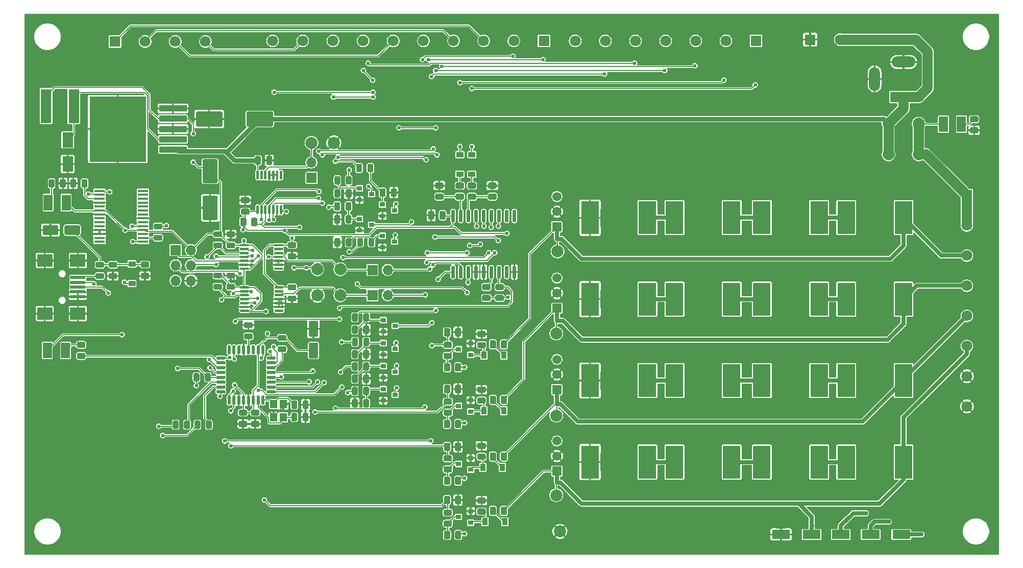
<source format=gbr>
%TF.GenerationSoftware,KiCad,Pcbnew,(5.1.12)-1*%
%TF.CreationDate,2022-09-27T22:57:10-07:00*%
%TF.ProjectId,DJetECUTester,444a6574-4543-4555-9465-737465722e6b,rev?*%
%TF.SameCoordinates,Original*%
%TF.FileFunction,Copper,L1,Top*%
%TF.FilePolarity,Positive*%
%FSLAX46Y46*%
G04 Gerber Fmt 4.6, Leading zero omitted, Abs format (unit mm)*
G04 Created by KiCad (PCBNEW (5.1.12)-1) date 2022-09-27 22:57:10*
%MOMM*%
%LPD*%
G01*
G04 APERTURE LIST*
%TA.AperFunction,SMDPad,CuDef*%
%ADD10C,2.000000*%
%TD*%
%TA.AperFunction,ComponentPad*%
%ADD11C,1.800000*%
%TD*%
%TA.AperFunction,ComponentPad*%
%ADD12R,1.800000X1.800000*%
%TD*%
%TA.AperFunction,ComponentPad*%
%ADD13C,2.000000*%
%TD*%
%TA.AperFunction,SMDPad,CuDef*%
%ADD14R,1.500000X2.600000*%
%TD*%
%TA.AperFunction,ComponentPad*%
%ADD15R,1.524000X1.524000*%
%TD*%
%TA.AperFunction,ComponentPad*%
%ADD16C,1.524000*%
%TD*%
%TA.AperFunction,SMDPad,CuDef*%
%ADD17R,3.000000X5.500000*%
%TD*%
%TA.AperFunction,SMDPad,CuDef*%
%ADD18R,0.900000X0.800000*%
%TD*%
%TA.AperFunction,ComponentPad*%
%ADD19O,1.700000X1.700000*%
%TD*%
%TA.AperFunction,ComponentPad*%
%ADD20R,1.700000X1.700000*%
%TD*%
%TA.AperFunction,ComponentPad*%
%ADD21R,4.400000X1.800000*%
%TD*%
%TA.AperFunction,ComponentPad*%
%ADD22O,4.000000X1.800000*%
%TD*%
%TA.AperFunction,ComponentPad*%
%ADD23O,1.800000X4.000000*%
%TD*%
%TA.AperFunction,SMDPad,CuDef*%
%ADD24R,1.220000X0.910000*%
%TD*%
%TA.AperFunction,SMDPad,CuDef*%
%ADD25R,0.910000X1.220000*%
%TD*%
%TA.AperFunction,SMDPad,CuDef*%
%ADD26R,3.000000X1.500000*%
%TD*%
%TA.AperFunction,SMDPad,CuDef*%
%ADD27R,1.200000X1.400000*%
%TD*%
%TA.AperFunction,SMDPad,CuDef*%
%ADD28R,1.800000X2.500000*%
%TD*%
%TA.AperFunction,SMDPad,CuDef*%
%ADD29R,2.500000X2.000000*%
%TD*%
%TA.AperFunction,SMDPad,CuDef*%
%ADD30R,2.500000X0.500000*%
%TD*%
%TA.AperFunction,SMDPad,CuDef*%
%ADD31R,1.800000X5.700000*%
%TD*%
%TA.AperFunction,SMDPad,CuDef*%
%ADD32R,4.600000X1.100000*%
%TD*%
%TA.AperFunction,SMDPad,CuDef*%
%ADD33R,9.400000X10.800000*%
%TD*%
%TA.AperFunction,SMDPad,CuDef*%
%ADD34R,1.750000X0.450000*%
%TD*%
%TA.AperFunction,ViaPad*%
%ADD35C,0.620000*%
%TD*%
%TA.AperFunction,Conductor*%
%ADD36C,0.152400*%
%TD*%
%TA.AperFunction,Conductor*%
%ADD37C,0.780000*%
%TD*%
%TA.AperFunction,Conductor*%
%ADD38C,1.700000*%
%TD*%
%TA.AperFunction,Conductor*%
%ADD39C,0.684000*%
%TD*%
%TA.AperFunction,Conductor*%
%ADD40C,0.152000*%
%TD*%
%TA.AperFunction,Conductor*%
%ADD41C,0.100000*%
%TD*%
G04 APERTURE END LIST*
%TO.P,R56,2*%
%TO.N,/~IO_CS*%
%TA.AperFunction,SMDPad,CuDef*%
G36*
G01*
X253450001Y-101000000D02*
X252549999Y-101000000D01*
G75*
G02*
X252300000Y-100750001I0J249999D01*
G01*
X252300000Y-100224999D01*
G75*
G02*
X252549999Y-99975000I249999J0D01*
G01*
X253450001Y-99975000D01*
G75*
G02*
X253700000Y-100224999I0J-249999D01*
G01*
X253700000Y-100750001D01*
G75*
G02*
X253450001Y-101000000I-249999J0D01*
G01*
G37*
%TD.AperFunction*%
%TO.P,R56,1*%
%TO.N,+5V*%
%TA.AperFunction,SMDPad,CuDef*%
G36*
G01*
X253450001Y-102825000D02*
X252549999Y-102825000D01*
G75*
G02*
X252300000Y-102575001I0J249999D01*
G01*
X252300000Y-102049999D01*
G75*
G02*
X252549999Y-101800000I249999J0D01*
G01*
X253450001Y-101800000D01*
G75*
G02*
X253700000Y-102049999I0J-249999D01*
G01*
X253700000Y-102575001D01*
G75*
G02*
X253450001Y-102825000I-249999J0D01*
G01*
G37*
%TD.AperFunction*%
%TD*%
%TO.P,R55,2*%
%TO.N,Net-(R55-Pad2)*%
%TA.AperFunction,SMDPad,CuDef*%
G36*
G01*
X251250001Y-101000000D02*
X250349999Y-101000000D01*
G75*
G02*
X250100000Y-100750001I0J249999D01*
G01*
X250100000Y-100224999D01*
G75*
G02*
X250349999Y-99975000I249999J0D01*
G01*
X251250001Y-99975000D01*
G75*
G02*
X251500000Y-100224999I0J-249999D01*
G01*
X251500000Y-100750001D01*
G75*
G02*
X251250001Y-101000000I-249999J0D01*
G01*
G37*
%TD.AperFunction*%
%TO.P,R55,1*%
%TO.N,+5V*%
%TA.AperFunction,SMDPad,CuDef*%
G36*
G01*
X251250001Y-102825000D02*
X250349999Y-102825000D01*
G75*
G02*
X250100000Y-102575001I0J249999D01*
G01*
X250100000Y-102049999D01*
G75*
G02*
X250349999Y-101800000I249999J0D01*
G01*
X251250001Y-101800000D01*
G75*
G02*
X251500000Y-102049999I0J-249999D01*
G01*
X251500000Y-102575001D01*
G75*
G02*
X251250001Y-102825000I-249999J0D01*
G01*
G37*
%TD.AperFunction*%
%TD*%
D10*
%TO.P,TP16,1*%
%TO.N,GND*%
X263000000Y-141000000D03*
%TD*%
%TO.P,TP15,1*%
%TO.N,/ECU_INJGROUP3-5*%
X262400000Y-121800000D03*
%TD*%
%TO.P,TP14,1*%
%TO.N,/ECU_INJGROUP4-6*%
X262400000Y-135000000D03*
%TD*%
%TO.P,TP13,1*%
%TO.N,/ECU_INJGROUP2-4*%
X262400000Y-108200000D03*
%TD*%
%TO.P,TP12,1*%
%TO.N,/ECU_INJGROUP1-3*%
X262600000Y-94600000D03*
%TD*%
D11*
%TO.P,J10,7*%
%TO.N,N/C*%
X265533000Y-59690000D03*
%TO.P,J10,6*%
%TO.N,/ECU_COOLANTTEMP-23*%
X270533000Y-59690000D03*
%TO.P,J10,5*%
%TO.N,/ECU_TRIGGERGROUP3-22*%
X275533000Y-59690000D03*
%TO.P,J10,4*%
%TO.N,/ECU_TRIGGERGROUP1-21*%
X280533000Y-59690000D03*
%TO.P,J10,3*%
%TO.N,/ECU_TPSACCEL2-20*%
X285533000Y-59690000D03*
%TO.P,J10,2*%
%TO.N,/ECU_FUELPUMPRELAY-19*%
X290533000Y-59690000D03*
D12*
%TO.P,J10,1*%
%TO.N,/ECU_START-18*%
X295533000Y-59690000D03*
%TD*%
%TO.P,R54,2*%
%TO.N,GND*%
%TA.AperFunction,SMDPad,CuDef*%
G36*
G01*
X331249999Y-73987500D02*
X332150001Y-73987500D01*
G75*
G02*
X332400000Y-74237499I0J-249999D01*
G01*
X332400000Y-74762501D01*
G75*
G02*
X332150001Y-75012500I-249999J0D01*
G01*
X331249999Y-75012500D01*
G75*
G02*
X331000000Y-74762501I0J249999D01*
G01*
X331000000Y-74237499D01*
G75*
G02*
X331249999Y-73987500I249999J0D01*
G01*
G37*
%TD.AperFunction*%
%TO.P,R54,1*%
%TO.N,Net-(D11-Pad1)*%
%TA.AperFunction,SMDPad,CuDef*%
G36*
G01*
X331249999Y-72162500D02*
X332150001Y-72162500D01*
G75*
G02*
X332400000Y-72412499I0J-249999D01*
G01*
X332400000Y-72937501D01*
G75*
G02*
X332150001Y-73187500I-249999J0D01*
G01*
X331249999Y-73187500D01*
G75*
G02*
X331000000Y-72937501I0J249999D01*
G01*
X331000000Y-72412499D01*
G75*
G02*
X331249999Y-72162500I249999J0D01*
G01*
G37*
%TD.AperFunction*%
%TD*%
D13*
%TO.P,J8,1*%
%TO.N,/ECU_PWR*%
X322500000Y-73420000D03*
X322500000Y-78500000D03*
%TD*%
%TO.P,J7,1*%
%TO.N,+12V*%
X317500000Y-73420000D03*
X317500000Y-78500000D03*
%TD*%
D14*
%TO.P,D11,2*%
%TO.N,/ECU_PWR*%
X326600000Y-73500000D03*
%TO.P,D11,1*%
%TO.N,Net-(D11-Pad1)*%
X329600000Y-73500000D03*
%TD*%
D15*
%TO.P,R51,1*%
%TO.N,/ECU_INJGROUP3-5*%
X262500000Y-117500000D03*
D16*
%TO.P,R51,2*%
%TO.N,GND*%
X262500000Y-115000000D03*
%TO.P,R51,3*%
%TO.N,N/C*%
X262500000Y-112500000D03*
%TD*%
D15*
%TO.P,R50,1*%
%TO.N,/ECU_INJGROUP4-6*%
X262500000Y-131000000D03*
D16*
%TO.P,R50,2*%
%TO.N,GND*%
X262500000Y-128500000D03*
%TO.P,R50,3*%
%TO.N,N/C*%
X262500000Y-126000000D03*
%TD*%
D15*
%TO.P,R47,1*%
%TO.N,/ECU_INJGROUP2-4*%
X262500000Y-104000000D03*
D16*
%TO.P,R47,2*%
%TO.N,GND*%
X262500000Y-101500000D03*
%TO.P,R47,3*%
%TO.N,N/C*%
X262500000Y-99000000D03*
%TD*%
D15*
%TO.P,R46,1*%
%TO.N,/ECU_INJGROUP1-3*%
X262500000Y-90500000D03*
D16*
%TO.P,R46,2*%
%TO.N,GND*%
X262500000Y-88000000D03*
%TO.P,R46,3*%
%TO.N,N/C*%
X262500000Y-85500000D03*
%TD*%
D17*
%TO.P,L17,1*%
%TO.N,Net-(L16-Pad2)*%
X277500000Y-116000000D03*
%TO.P,L17,2*%
%TO.N,GND*%
X268000000Y-116000000D03*
%TD*%
%TO.P,L16,1*%
%TO.N,Net-(L15-Pad2)*%
X291500000Y-116000000D03*
%TO.P,L16,2*%
%TO.N,Net-(L16-Pad2)*%
X282000000Y-116000000D03*
%TD*%
%TO.P,L15,1*%
%TO.N,Net-(L14-Pad2)*%
X306000000Y-116000000D03*
%TO.P,L15,2*%
%TO.N,Net-(L15-Pad2)*%
X296500000Y-116000000D03*
%TD*%
%TO.P,L14,1*%
%TO.N,/ECU_INJGROUP3-5*%
X320000000Y-116000000D03*
%TO.P,L14,2*%
%TO.N,Net-(L14-Pad2)*%
X310500000Y-116000000D03*
%TD*%
%TO.P,L13,1*%
%TO.N,Net-(L12-Pad2)*%
X277500000Y-129500000D03*
%TO.P,L13,2*%
%TO.N,GND*%
X268000000Y-129500000D03*
%TD*%
%TO.P,L12,1*%
%TO.N,Net-(L11-Pad2)*%
X291500000Y-129500000D03*
%TO.P,L12,2*%
%TO.N,Net-(L12-Pad2)*%
X282000000Y-129500000D03*
%TD*%
%TO.P,L11,1*%
%TO.N,Net-(L10-Pad2)*%
X306000000Y-129500000D03*
%TO.P,L11,2*%
%TO.N,Net-(L11-Pad2)*%
X296500000Y-129500000D03*
%TD*%
%TO.P,L10,1*%
%TO.N,/ECU_INJGROUP4-6*%
X320000000Y-129500000D03*
%TO.P,L10,2*%
%TO.N,Net-(L10-Pad2)*%
X310500000Y-129500000D03*
%TD*%
%TO.P,L9,1*%
%TO.N,Net-(L8-Pad2)*%
X277500000Y-102500000D03*
%TO.P,L9,2*%
%TO.N,GND*%
X268000000Y-102500000D03*
%TD*%
%TO.P,L8,1*%
%TO.N,Net-(L7-Pad2)*%
X291500000Y-102500000D03*
%TO.P,L8,2*%
%TO.N,Net-(L8-Pad2)*%
X282000000Y-102500000D03*
%TD*%
%TO.P,L7,1*%
%TO.N,Net-(L6-Pad2)*%
X306000000Y-102500000D03*
%TO.P,L7,2*%
%TO.N,Net-(L7-Pad2)*%
X296500000Y-102500000D03*
%TD*%
%TO.P,L6,1*%
%TO.N,/ECU_INJGROUP2-4*%
X320000000Y-102500000D03*
%TO.P,L6,2*%
%TO.N,Net-(L6-Pad2)*%
X310500000Y-102500000D03*
%TD*%
%TO.P,L5,1*%
%TO.N,Net-(L4-Pad2)*%
X277500000Y-89000000D03*
%TO.P,L5,2*%
%TO.N,GND*%
X268000000Y-89000000D03*
%TD*%
%TO.P,L4,1*%
%TO.N,Net-(L3-Pad2)*%
X291500000Y-89000000D03*
%TO.P,L4,2*%
%TO.N,Net-(L4-Pad2)*%
X282000000Y-89000000D03*
%TD*%
%TO.P,L3,1*%
%TO.N,Net-(L2-Pad2)*%
X306000000Y-89000000D03*
%TO.P,L3,2*%
%TO.N,Net-(L3-Pad2)*%
X296500000Y-89000000D03*
%TD*%
%TO.P,L2,1*%
%TO.N,/ECU_INJGROUP1-3*%
X320000000Y-89000000D03*
%TO.P,L2,2*%
%TO.N,Net-(L2-Pad2)*%
X310500000Y-89000000D03*
%TD*%
D11*
%TO.P,J9,10*%
%TO.N,/ECU_TPSIDLE-17*%
X215354000Y-59690000D03*
%TO.P,J9,9*%
%TO.N,/MPS-15*%
X220354000Y-59690000D03*
%TO.P,J9,8*%
%TO.N,/ECU_TRIGGERGROUP4-14*%
X225354000Y-59690000D03*
%TO.P,J9,7*%
%TO.N,/ECU_TRIGGERGROUP2-13*%
X230354000Y-59690000D03*
%TO.P,J9,6*%
%TO.N,/MPS-10*%
X235354000Y-59690000D03*
%TO.P,J9,5*%
%TO.N,/ECU_TPSACCEL1-9*%
X240354000Y-59690000D03*
%TO.P,J9,4*%
%TO.N,/MPS-8*%
X245354000Y-59690000D03*
%TO.P,J9,3*%
%TO.N,/MPS-7*%
X250354000Y-59690000D03*
%TO.P,J9,2*%
%TO.N,/ECU_TPSWOT-2*%
X255354000Y-59690000D03*
D12*
%TO.P,J9,1*%
%TO.N,/ECU_AIRTEMP-1*%
X260354000Y-59690000D03*
%TD*%
D11*
%TO.P,J6,4*%
%TO.N,/MPS-15*%
X204200000Y-59800000D03*
%TO.P,J6,3*%
%TO.N,/MPS-10*%
X199200000Y-59800000D03*
%TO.P,J6,2*%
%TO.N,/MPS-8*%
X194200000Y-59800000D03*
D12*
%TO.P,J6,1*%
%TO.N,/MPS-7*%
X189200000Y-59800000D03*
%TD*%
%TO.P,U7,14*%
%TO.N,+12V*%
%TA.AperFunction,SMDPad,CuDef*%
G36*
G01*
X212950000Y-82675000D02*
X212750000Y-82675000D01*
G75*
G02*
X212650000Y-82575000I0J100000D01*
G01*
X212650000Y-81300000D01*
G75*
G02*
X212750000Y-81200000I100000J0D01*
G01*
X212950000Y-81200000D01*
G75*
G02*
X213050000Y-81300000I0J-100000D01*
G01*
X213050000Y-82575000D01*
G75*
G02*
X212950000Y-82675000I-100000J0D01*
G01*
G37*
%TD.AperFunction*%
%TO.P,U7,13*%
%TO.N,N/C*%
%TA.AperFunction,SMDPad,CuDef*%
G36*
G01*
X213600000Y-82675000D02*
X213400000Y-82675000D01*
G75*
G02*
X213300000Y-82575000I0J100000D01*
G01*
X213300000Y-81300000D01*
G75*
G02*
X213400000Y-81200000I100000J0D01*
G01*
X213600000Y-81200000D01*
G75*
G02*
X213700000Y-81300000I0J-100000D01*
G01*
X213700000Y-82575000D01*
G75*
G02*
X213600000Y-82675000I-100000J0D01*
G01*
G37*
%TD.AperFunction*%
%TO.P,U7,12*%
%TO.N,Net-(JP1-Pad2)*%
%TA.AperFunction,SMDPad,CuDef*%
G36*
G01*
X214250000Y-82675000D02*
X214050000Y-82675000D01*
G75*
G02*
X213950000Y-82575000I0J100000D01*
G01*
X213950000Y-81300000D01*
G75*
G02*
X214050000Y-81200000I100000J0D01*
G01*
X214250000Y-81200000D01*
G75*
G02*
X214350000Y-81300000I0J-100000D01*
G01*
X214350000Y-82575000D01*
G75*
G02*
X214250000Y-82675000I-100000J0D01*
G01*
G37*
%TD.AperFunction*%
%TO.P,U7,11*%
%TO.N,GND*%
%TA.AperFunction,SMDPad,CuDef*%
G36*
G01*
X214900000Y-82675000D02*
X214700000Y-82675000D01*
G75*
G02*
X214600000Y-82575000I0J100000D01*
G01*
X214600000Y-81300000D01*
G75*
G02*
X214700000Y-81200000I100000J0D01*
G01*
X214900000Y-81200000D01*
G75*
G02*
X215000000Y-81300000I0J-100000D01*
G01*
X215000000Y-82575000D01*
G75*
G02*
X214900000Y-82675000I-100000J0D01*
G01*
G37*
%TD.AperFunction*%
%TO.P,U7,10*%
%TA.AperFunction,SMDPad,CuDef*%
G36*
G01*
X215550000Y-82675000D02*
X215350000Y-82675000D01*
G75*
G02*
X215250000Y-82575000I0J100000D01*
G01*
X215250000Y-81300000D01*
G75*
G02*
X215350000Y-81200000I100000J0D01*
G01*
X215550000Y-81200000D01*
G75*
G02*
X215650000Y-81300000I0J-100000D01*
G01*
X215650000Y-82575000D01*
G75*
G02*
X215550000Y-82675000I-100000J0D01*
G01*
G37*
%TD.AperFunction*%
%TO.P,U7,9*%
%TA.AperFunction,SMDPad,CuDef*%
G36*
G01*
X216200000Y-82675000D02*
X216000000Y-82675000D01*
G75*
G02*
X215900000Y-82575000I0J100000D01*
G01*
X215900000Y-81300000D01*
G75*
G02*
X216000000Y-81200000I100000J0D01*
G01*
X216200000Y-81200000D01*
G75*
G02*
X216300000Y-81300000I0J-100000D01*
G01*
X216300000Y-82575000D01*
G75*
G02*
X216200000Y-82675000I-100000J0D01*
G01*
G37*
%TD.AperFunction*%
%TO.P,U7,8*%
%TO.N,N/C*%
%TA.AperFunction,SMDPad,CuDef*%
G36*
G01*
X216850000Y-82675000D02*
X216650000Y-82675000D01*
G75*
G02*
X216550000Y-82575000I0J100000D01*
G01*
X216550000Y-81300000D01*
G75*
G02*
X216650000Y-81200000I100000J0D01*
G01*
X216850000Y-81200000D01*
G75*
G02*
X216950000Y-81300000I0J-100000D01*
G01*
X216950000Y-82575000D01*
G75*
G02*
X216850000Y-82675000I-100000J0D01*
G01*
G37*
%TD.AperFunction*%
%TO.P,U7,7*%
%TO.N,+5V*%
%TA.AperFunction,SMDPad,CuDef*%
G36*
G01*
X216850000Y-88400000D02*
X216650000Y-88400000D01*
G75*
G02*
X216550000Y-88300000I0J100000D01*
G01*
X216550000Y-87025000D01*
G75*
G02*
X216650000Y-86925000I100000J0D01*
G01*
X216850000Y-86925000D01*
G75*
G02*
X216950000Y-87025000I0J-100000D01*
G01*
X216950000Y-88300000D01*
G75*
G02*
X216850000Y-88400000I-100000J0D01*
G01*
G37*
%TD.AperFunction*%
%TO.P,U7,6*%
%TO.N,GND*%
%TA.AperFunction,SMDPad,CuDef*%
G36*
G01*
X216200000Y-88400000D02*
X216000000Y-88400000D01*
G75*
G02*
X215900000Y-88300000I0J100000D01*
G01*
X215900000Y-87025000D01*
G75*
G02*
X216000000Y-86925000I100000J0D01*
G01*
X216200000Y-86925000D01*
G75*
G02*
X216300000Y-87025000I0J-100000D01*
G01*
X216300000Y-88300000D01*
G75*
G02*
X216200000Y-88400000I-100000J0D01*
G01*
G37*
%TD.AperFunction*%
%TO.P,U7,5*%
%TO.N,/MISO*%
%TA.AperFunction,SMDPad,CuDef*%
G36*
G01*
X215550000Y-88400000D02*
X215350000Y-88400000D01*
G75*
G02*
X215250000Y-88300000I0J100000D01*
G01*
X215250000Y-87025000D01*
G75*
G02*
X215350000Y-86925000I100000J0D01*
G01*
X215550000Y-86925000D01*
G75*
G02*
X215650000Y-87025000I0J-100000D01*
G01*
X215650000Y-88300000D01*
G75*
G02*
X215550000Y-88400000I-100000J0D01*
G01*
G37*
%TD.AperFunction*%
%TO.P,U7,4*%
%TO.N,/MOSI*%
%TA.AperFunction,SMDPad,CuDef*%
G36*
G01*
X214900000Y-88400000D02*
X214700000Y-88400000D01*
G75*
G02*
X214600000Y-88300000I0J100000D01*
G01*
X214600000Y-87025000D01*
G75*
G02*
X214700000Y-86925000I100000J0D01*
G01*
X214900000Y-86925000D01*
G75*
G02*
X215000000Y-87025000I0J-100000D01*
G01*
X215000000Y-88300000D01*
G75*
G02*
X214900000Y-88400000I-100000J0D01*
G01*
G37*
%TD.AperFunction*%
%TO.P,U7,3*%
%TO.N,/~COOLANTTEMP2_CS*%
%TA.AperFunction,SMDPad,CuDef*%
G36*
G01*
X214250000Y-88400000D02*
X214050000Y-88400000D01*
G75*
G02*
X213950000Y-88300000I0J100000D01*
G01*
X213950000Y-87025000D01*
G75*
G02*
X214050000Y-86925000I100000J0D01*
G01*
X214250000Y-86925000D01*
G75*
G02*
X214350000Y-87025000I0J-100000D01*
G01*
X214350000Y-88300000D01*
G75*
G02*
X214250000Y-88400000I-100000J0D01*
G01*
G37*
%TD.AperFunction*%
%TO.P,U7,2*%
%TO.N,/SCK*%
%TA.AperFunction,SMDPad,CuDef*%
G36*
G01*
X213600000Y-88400000D02*
X213400000Y-88400000D01*
G75*
G02*
X213300000Y-88300000I0J100000D01*
G01*
X213300000Y-87025000D01*
G75*
G02*
X213400000Y-86925000I100000J0D01*
G01*
X213600000Y-86925000D01*
G75*
G02*
X213700000Y-87025000I0J-100000D01*
G01*
X213700000Y-88300000D01*
G75*
G02*
X213600000Y-88400000I-100000J0D01*
G01*
G37*
%TD.AperFunction*%
%TO.P,U7,1*%
%TO.N,+5V*%
%TA.AperFunction,SMDPad,CuDef*%
G36*
G01*
X212950000Y-88400000D02*
X212750000Y-88400000D01*
G75*
G02*
X212650000Y-88300000I0J100000D01*
G01*
X212650000Y-87025000D01*
G75*
G02*
X212750000Y-86925000I100000J0D01*
G01*
X212950000Y-86925000D01*
G75*
G02*
X213050000Y-87025000I0J-100000D01*
G01*
X213050000Y-88300000D01*
G75*
G02*
X212950000Y-88400000I-100000J0D01*
G01*
G37*
%TD.AperFunction*%
%TD*%
%TO.P,U6,18*%
%TO.N,+5V*%
%TA.AperFunction,SMDPad,CuDef*%
G36*
G01*
X245420000Y-89745000D02*
X245120000Y-89745000D01*
G75*
G02*
X244970000Y-89595000I0J150000D01*
G01*
X244970000Y-87845000D01*
G75*
G02*
X245120000Y-87695000I150000J0D01*
G01*
X245420000Y-87695000D01*
G75*
G02*
X245570000Y-87845000I0J-150000D01*
G01*
X245570000Y-89595000D01*
G75*
G02*
X245420000Y-89745000I-150000J0D01*
G01*
G37*
%TD.AperFunction*%
%TO.P,U6,17*%
%TO.N,/MCU_FUELPUMPRELAY-19*%
%TA.AperFunction,SMDPad,CuDef*%
G36*
G01*
X246690000Y-89745000D02*
X246390000Y-89745000D01*
G75*
G02*
X246240000Y-89595000I0J150000D01*
G01*
X246240000Y-87845000D01*
G75*
G02*
X246390000Y-87695000I150000J0D01*
G01*
X246690000Y-87695000D01*
G75*
G02*
X246840000Y-87845000I0J-150000D01*
G01*
X246840000Y-89595000D01*
G75*
G02*
X246690000Y-89745000I-150000J0D01*
G01*
G37*
%TD.AperFunction*%
%TO.P,U6,16*%
%TO.N,/MCU_START-18*%
%TA.AperFunction,SMDPad,CuDef*%
G36*
G01*
X247960000Y-89745000D02*
X247660000Y-89745000D01*
G75*
G02*
X247510000Y-89595000I0J150000D01*
G01*
X247510000Y-87845000D01*
G75*
G02*
X247660000Y-87695000I150000J0D01*
G01*
X247960000Y-87695000D01*
G75*
G02*
X248110000Y-87845000I0J-150000D01*
G01*
X248110000Y-89595000D01*
G75*
G02*
X247960000Y-89745000I-150000J0D01*
G01*
G37*
%TD.AperFunction*%
%TO.P,U6,15*%
%TO.N,/TPSWOT*%
%TA.AperFunction,SMDPad,CuDef*%
G36*
G01*
X249230000Y-89745000D02*
X248930000Y-89745000D01*
G75*
G02*
X248780000Y-89595000I0J150000D01*
G01*
X248780000Y-87845000D01*
G75*
G02*
X248930000Y-87695000I150000J0D01*
G01*
X249230000Y-87695000D01*
G75*
G02*
X249380000Y-87845000I0J-150000D01*
G01*
X249380000Y-89595000D01*
G75*
G02*
X249230000Y-89745000I-150000J0D01*
G01*
G37*
%TD.AperFunction*%
%TO.P,U6,14*%
%TO.N,/TPSIDLE*%
%TA.AperFunction,SMDPad,CuDef*%
G36*
G01*
X250500000Y-89745000D02*
X250200000Y-89745000D01*
G75*
G02*
X250050000Y-89595000I0J150000D01*
G01*
X250050000Y-87845000D01*
G75*
G02*
X250200000Y-87695000I150000J0D01*
G01*
X250500000Y-87695000D01*
G75*
G02*
X250650000Y-87845000I0J-150000D01*
G01*
X250650000Y-89595000D01*
G75*
G02*
X250500000Y-89745000I-150000J0D01*
G01*
G37*
%TD.AperFunction*%
%TO.P,U6,13*%
%TO.N,/TPSACCEL1*%
%TA.AperFunction,SMDPad,CuDef*%
G36*
G01*
X251770000Y-89745000D02*
X251470000Y-89745000D01*
G75*
G02*
X251320000Y-89595000I0J150000D01*
G01*
X251320000Y-87845000D01*
G75*
G02*
X251470000Y-87695000I150000J0D01*
G01*
X251770000Y-87695000D01*
G75*
G02*
X251920000Y-87845000I0J-150000D01*
G01*
X251920000Y-89595000D01*
G75*
G02*
X251770000Y-89745000I-150000J0D01*
G01*
G37*
%TD.AperFunction*%
%TO.P,U6,12*%
%TO.N,/TPSACCEL2*%
%TA.AperFunction,SMDPad,CuDef*%
G36*
G01*
X253040000Y-89745000D02*
X252740000Y-89745000D01*
G75*
G02*
X252590000Y-89595000I0J150000D01*
G01*
X252590000Y-87845000D01*
G75*
G02*
X252740000Y-87695000I150000J0D01*
G01*
X253040000Y-87695000D01*
G75*
G02*
X253190000Y-87845000I0J-150000D01*
G01*
X253190000Y-89595000D01*
G75*
G02*
X253040000Y-89745000I-150000J0D01*
G01*
G37*
%TD.AperFunction*%
%TO.P,U6,11*%
%TO.N,N/C*%
%TA.AperFunction,SMDPad,CuDef*%
G36*
G01*
X254310000Y-89745000D02*
X254010000Y-89745000D01*
G75*
G02*
X253860000Y-89595000I0J150000D01*
G01*
X253860000Y-87845000D01*
G75*
G02*
X254010000Y-87695000I150000J0D01*
G01*
X254310000Y-87695000D01*
G75*
G02*
X254460000Y-87845000I0J-150000D01*
G01*
X254460000Y-89595000D01*
G75*
G02*
X254310000Y-89745000I-150000J0D01*
G01*
G37*
%TD.AperFunction*%
%TO.P,U6,10*%
%TA.AperFunction,SMDPad,CuDef*%
G36*
G01*
X255580000Y-89745000D02*
X255280000Y-89745000D01*
G75*
G02*
X255130000Y-89595000I0J150000D01*
G01*
X255130000Y-87845000D01*
G75*
G02*
X255280000Y-87695000I150000J0D01*
G01*
X255580000Y-87695000D01*
G75*
G02*
X255730000Y-87845000I0J-150000D01*
G01*
X255730000Y-89595000D01*
G75*
G02*
X255580000Y-89745000I-150000J0D01*
G01*
G37*
%TD.AperFunction*%
%TO.P,U6,9*%
%TO.N,GND*%
%TA.AperFunction,SMDPad,CuDef*%
G36*
G01*
X255580000Y-99045000D02*
X255280000Y-99045000D01*
G75*
G02*
X255130000Y-98895000I0J150000D01*
G01*
X255130000Y-97145000D01*
G75*
G02*
X255280000Y-96995000I150000J0D01*
G01*
X255580000Y-96995000D01*
G75*
G02*
X255730000Y-97145000I0J-150000D01*
G01*
X255730000Y-98895000D01*
G75*
G02*
X255580000Y-99045000I-150000J0D01*
G01*
G37*
%TD.AperFunction*%
%TO.P,U6,8*%
%TO.N,N/C*%
%TA.AperFunction,SMDPad,CuDef*%
G36*
G01*
X254310000Y-99045000D02*
X254010000Y-99045000D01*
G75*
G02*
X253860000Y-98895000I0J150000D01*
G01*
X253860000Y-97145000D01*
G75*
G02*
X254010000Y-96995000I150000J0D01*
G01*
X254310000Y-96995000D01*
G75*
G02*
X254460000Y-97145000I0J-150000D01*
G01*
X254460000Y-98895000D01*
G75*
G02*
X254310000Y-99045000I-150000J0D01*
G01*
G37*
%TD.AperFunction*%
%TO.P,U6,7*%
%TO.N,/~IO_CS*%
%TA.AperFunction,SMDPad,CuDef*%
G36*
G01*
X253040000Y-99045000D02*
X252740000Y-99045000D01*
G75*
G02*
X252590000Y-98895000I0J150000D01*
G01*
X252590000Y-97145000D01*
G75*
G02*
X252740000Y-96995000I150000J0D01*
G01*
X253040000Y-96995000D01*
G75*
G02*
X253190000Y-97145000I0J-150000D01*
G01*
X253190000Y-98895000D01*
G75*
G02*
X253040000Y-99045000I-150000J0D01*
G01*
G37*
%TD.AperFunction*%
%TO.P,U6,6*%
%TO.N,Net-(R55-Pad2)*%
%TA.AperFunction,SMDPad,CuDef*%
G36*
G01*
X251770000Y-99045000D02*
X251470000Y-99045000D01*
G75*
G02*
X251320000Y-98895000I0J150000D01*
G01*
X251320000Y-97145000D01*
G75*
G02*
X251470000Y-96995000I150000J0D01*
G01*
X251770000Y-96995000D01*
G75*
G02*
X251920000Y-97145000I0J-150000D01*
G01*
X251920000Y-98895000D01*
G75*
G02*
X251770000Y-99045000I-150000J0D01*
G01*
G37*
%TD.AperFunction*%
%TO.P,U6,5*%
%TO.N,GND*%
%TA.AperFunction,SMDPad,CuDef*%
G36*
G01*
X250500000Y-99045000D02*
X250200000Y-99045000D01*
G75*
G02*
X250050000Y-98895000I0J150000D01*
G01*
X250050000Y-97145000D01*
G75*
G02*
X250200000Y-96995000I150000J0D01*
G01*
X250500000Y-96995000D01*
G75*
G02*
X250650000Y-97145000I0J-150000D01*
G01*
X250650000Y-98895000D01*
G75*
G02*
X250500000Y-99045000I-150000J0D01*
G01*
G37*
%TD.AperFunction*%
%TO.P,U6,4*%
%TA.AperFunction,SMDPad,CuDef*%
G36*
G01*
X249230000Y-99045000D02*
X248930000Y-99045000D01*
G75*
G02*
X248780000Y-98895000I0J150000D01*
G01*
X248780000Y-97145000D01*
G75*
G02*
X248930000Y-96995000I150000J0D01*
G01*
X249230000Y-96995000D01*
G75*
G02*
X249380000Y-97145000I0J-150000D01*
G01*
X249380000Y-98895000D01*
G75*
G02*
X249230000Y-99045000I-150000J0D01*
G01*
G37*
%TD.AperFunction*%
%TO.P,U6,3*%
%TO.N,/MISO*%
%TA.AperFunction,SMDPad,CuDef*%
G36*
G01*
X247960000Y-99045000D02*
X247660000Y-99045000D01*
G75*
G02*
X247510000Y-98895000I0J150000D01*
G01*
X247510000Y-97145000D01*
G75*
G02*
X247660000Y-96995000I150000J0D01*
G01*
X247960000Y-96995000D01*
G75*
G02*
X248110000Y-97145000I0J-150000D01*
G01*
X248110000Y-98895000D01*
G75*
G02*
X247960000Y-99045000I-150000J0D01*
G01*
G37*
%TD.AperFunction*%
%TO.P,U6,2*%
%TO.N,/MOSI*%
%TA.AperFunction,SMDPad,CuDef*%
G36*
G01*
X246690000Y-99045000D02*
X246390000Y-99045000D01*
G75*
G02*
X246240000Y-98895000I0J150000D01*
G01*
X246240000Y-97145000D01*
G75*
G02*
X246390000Y-96995000I150000J0D01*
G01*
X246690000Y-96995000D01*
G75*
G02*
X246840000Y-97145000I0J-150000D01*
G01*
X246840000Y-98895000D01*
G75*
G02*
X246690000Y-99045000I-150000J0D01*
G01*
G37*
%TD.AperFunction*%
%TO.P,U6,1*%
%TO.N,/SCK*%
%TA.AperFunction,SMDPad,CuDef*%
G36*
G01*
X245420000Y-99045000D02*
X245120000Y-99045000D01*
G75*
G02*
X244970000Y-98895000I0J150000D01*
G01*
X244970000Y-97145000D01*
G75*
G02*
X245120000Y-96995000I150000J0D01*
G01*
X245420000Y-96995000D01*
G75*
G02*
X245570000Y-97145000I0J-150000D01*
G01*
X245570000Y-98895000D01*
G75*
G02*
X245420000Y-99045000I-150000J0D01*
G01*
G37*
%TD.AperFunction*%
%TD*%
D10*
%TO.P,TP11,1*%
%TO.N,GND*%
X225500000Y-76600000D03*
%TD*%
%TO.P,TP10,1*%
%TO.N,Net-(JP1-Pad2)*%
X221800000Y-76600000D03*
%TD*%
%TO.P,R53,2*%
%TO.N,Net-(D10-Pad1)*%
%TA.AperFunction,SMDPad,CuDef*%
G36*
G01*
X246850001Y-84200000D02*
X245949999Y-84200000D01*
G75*
G02*
X245700000Y-83950001I0J249999D01*
G01*
X245700000Y-83424999D01*
G75*
G02*
X245949999Y-83175000I249999J0D01*
G01*
X246850001Y-83175000D01*
G75*
G02*
X247100000Y-83424999I0J-249999D01*
G01*
X247100000Y-83950001D01*
G75*
G02*
X246850001Y-84200000I-249999J0D01*
G01*
G37*
%TD.AperFunction*%
%TO.P,R53,1*%
%TO.N,/MCU_FUELPUMPRELAY-19*%
%TA.AperFunction,SMDPad,CuDef*%
G36*
G01*
X246850001Y-86025000D02*
X245949999Y-86025000D01*
G75*
G02*
X245700000Y-85775001I0J249999D01*
G01*
X245700000Y-85249999D01*
G75*
G02*
X245949999Y-85000000I249999J0D01*
G01*
X246850001Y-85000000D01*
G75*
G02*
X247100000Y-85249999I0J-249999D01*
G01*
X247100000Y-85775001D01*
G75*
G02*
X246850001Y-86025000I-249999J0D01*
G01*
G37*
%TD.AperFunction*%
%TD*%
%TO.P,R52,2*%
%TO.N,Net-(D9-Pad1)*%
%TA.AperFunction,SMDPad,CuDef*%
G36*
G01*
X248850001Y-84200000D02*
X247949999Y-84200000D01*
G75*
G02*
X247700000Y-83950001I0J249999D01*
G01*
X247700000Y-83424999D01*
G75*
G02*
X247949999Y-83175000I249999J0D01*
G01*
X248850001Y-83175000D01*
G75*
G02*
X249100000Y-83424999I0J-249999D01*
G01*
X249100000Y-83950001D01*
G75*
G02*
X248850001Y-84200000I-249999J0D01*
G01*
G37*
%TD.AperFunction*%
%TO.P,R52,1*%
%TO.N,/MCU_START-18*%
%TA.AperFunction,SMDPad,CuDef*%
G36*
G01*
X248850001Y-86025000D02*
X247949999Y-86025000D01*
G75*
G02*
X247700000Y-85775001I0J249999D01*
G01*
X247700000Y-85249999D01*
G75*
G02*
X247949999Y-85000000I249999J0D01*
G01*
X248850001Y-85000000D01*
G75*
G02*
X249100000Y-85249999I0J-249999D01*
G01*
X249100000Y-85775001D01*
G75*
G02*
X248850001Y-86025000I-249999J0D01*
G01*
G37*
%TD.AperFunction*%
%TD*%
%TO.P,R49,2*%
%TO.N,/MCU_FUELPUMPRELAY-19*%
%TA.AperFunction,SMDPad,CuDef*%
G36*
G01*
X242549999Y-85000000D02*
X243450001Y-85000000D01*
G75*
G02*
X243700000Y-85249999I0J-249999D01*
G01*
X243700000Y-85775001D01*
G75*
G02*
X243450001Y-86025000I-249999J0D01*
G01*
X242549999Y-86025000D01*
G75*
G02*
X242300000Y-85775001I0J249999D01*
G01*
X242300000Y-85249999D01*
G75*
G02*
X242549999Y-85000000I249999J0D01*
G01*
G37*
%TD.AperFunction*%
%TO.P,R49,1*%
%TO.N,GND*%
%TA.AperFunction,SMDPad,CuDef*%
G36*
G01*
X242549999Y-83175000D02*
X243450001Y-83175000D01*
G75*
G02*
X243700000Y-83424999I0J-249999D01*
G01*
X243700000Y-83950001D01*
G75*
G02*
X243450001Y-84200000I-249999J0D01*
G01*
X242549999Y-84200000D01*
G75*
G02*
X242300000Y-83950001I0J249999D01*
G01*
X242300000Y-83424999D01*
G75*
G02*
X242549999Y-83175000I249999J0D01*
G01*
G37*
%TD.AperFunction*%
%TD*%
%TO.P,R48,2*%
%TO.N,/MCU_START-18*%
%TA.AperFunction,SMDPad,CuDef*%
G36*
G01*
X251349999Y-85000000D02*
X252250001Y-85000000D01*
G75*
G02*
X252500000Y-85249999I0J-249999D01*
G01*
X252500000Y-85775001D01*
G75*
G02*
X252250001Y-86025000I-249999J0D01*
G01*
X251349999Y-86025000D01*
G75*
G02*
X251100000Y-85775001I0J249999D01*
G01*
X251100000Y-85249999D01*
G75*
G02*
X251349999Y-85000000I249999J0D01*
G01*
G37*
%TD.AperFunction*%
%TO.P,R48,1*%
%TO.N,GND*%
%TA.AperFunction,SMDPad,CuDef*%
G36*
G01*
X251349999Y-83175000D02*
X252250001Y-83175000D01*
G75*
G02*
X252500000Y-83424999I0J-249999D01*
G01*
X252500000Y-83950001D01*
G75*
G02*
X252250001Y-84200000I-249999J0D01*
G01*
X251349999Y-84200000D01*
G75*
G02*
X251100000Y-83950001I0J249999D01*
G01*
X251100000Y-83424999D01*
G75*
G02*
X251349999Y-83175000I249999J0D01*
G01*
G37*
%TD.AperFunction*%
%TD*%
%TO.P,R45,2*%
%TO.N,/~COOLANTTEMP2_CS*%
%TA.AperFunction,SMDPad,CuDef*%
G36*
G01*
X211800000Y-90150001D02*
X211800000Y-89249999D01*
G75*
G02*
X212049999Y-89000000I249999J0D01*
G01*
X212575001Y-89000000D01*
G75*
G02*
X212825000Y-89249999I0J-249999D01*
G01*
X212825000Y-90150001D01*
G75*
G02*
X212575001Y-90400000I-249999J0D01*
G01*
X212049999Y-90400000D01*
G75*
G02*
X211800000Y-90150001I0J249999D01*
G01*
G37*
%TD.AperFunction*%
%TO.P,R45,1*%
%TO.N,+5V*%
%TA.AperFunction,SMDPad,CuDef*%
G36*
G01*
X209975000Y-90150001D02*
X209975000Y-89249999D01*
G75*
G02*
X210224999Y-89000000I249999J0D01*
G01*
X210750001Y-89000000D01*
G75*
G02*
X211000000Y-89249999I0J-249999D01*
G01*
X211000000Y-90150001D01*
G75*
G02*
X210750001Y-90400000I-249999J0D01*
G01*
X210224999Y-90400000D01*
G75*
G02*
X209975000Y-90150001I0J249999D01*
G01*
G37*
%TD.AperFunction*%
%TD*%
%TO.P,R44,2*%
%TO.N,Net-(D8-Pad1)*%
%TA.AperFunction,SMDPad,CuDef*%
G36*
G01*
X184050001Y-110600000D02*
X183149999Y-110600000D01*
G75*
G02*
X182900000Y-110350001I0J249999D01*
G01*
X182900000Y-109824999D01*
G75*
G02*
X183149999Y-109575000I249999J0D01*
G01*
X184050001Y-109575000D01*
G75*
G02*
X184300000Y-109824999I0J-249999D01*
G01*
X184300000Y-110350001D01*
G75*
G02*
X184050001Y-110600000I-249999J0D01*
G01*
G37*
%TD.AperFunction*%
%TO.P,R44,1*%
%TO.N,/STATUS*%
%TA.AperFunction,SMDPad,CuDef*%
G36*
G01*
X184050001Y-112425000D02*
X183149999Y-112425000D01*
G75*
G02*
X182900000Y-112175001I0J249999D01*
G01*
X182900000Y-111649999D01*
G75*
G02*
X183149999Y-111400000I249999J0D01*
G01*
X184050001Y-111400000D01*
G75*
G02*
X184300000Y-111649999I0J-249999D01*
G01*
X184300000Y-112175001D01*
G75*
G02*
X184050001Y-112425000I-249999J0D01*
G01*
G37*
%TD.AperFunction*%
%TD*%
%TO.P,R43,2*%
%TO.N,GND*%
%TA.AperFunction,SMDPad,CuDef*%
G36*
G01*
X245600000Y-127450001D02*
X245600000Y-126549999D01*
G75*
G02*
X245849999Y-126300000I249999J0D01*
G01*
X246375001Y-126300000D01*
G75*
G02*
X246625000Y-126549999I0J-249999D01*
G01*
X246625000Y-127450001D01*
G75*
G02*
X246375001Y-127700000I-249999J0D01*
G01*
X245849999Y-127700000D01*
G75*
G02*
X245600000Y-127450001I0J249999D01*
G01*
G37*
%TD.AperFunction*%
%TO.P,R43,1*%
%TO.N,/MCU_INJGROUP3-5*%
%TA.AperFunction,SMDPad,CuDef*%
G36*
G01*
X243775000Y-127450001D02*
X243775000Y-126549999D01*
G75*
G02*
X244024999Y-126300000I249999J0D01*
G01*
X244550001Y-126300000D01*
G75*
G02*
X244800000Y-126549999I0J-249999D01*
G01*
X244800000Y-127450001D01*
G75*
G02*
X244550001Y-127700000I-249999J0D01*
G01*
X244024999Y-127700000D01*
G75*
G02*
X243775000Y-127450001I0J249999D01*
G01*
G37*
%TD.AperFunction*%
%TD*%
%TO.P,R42,2*%
%TO.N,/MCU_INJGROUP3-5*%
%TA.AperFunction,SMDPad,CuDef*%
G36*
G01*
X244850001Y-129400000D02*
X243949999Y-129400000D01*
G75*
G02*
X243700000Y-129150001I0J249999D01*
G01*
X243700000Y-128624999D01*
G75*
G02*
X243949999Y-128375000I249999J0D01*
G01*
X244850001Y-128375000D01*
G75*
G02*
X245100000Y-128624999I0J-249999D01*
G01*
X245100000Y-129150001D01*
G75*
G02*
X244850001Y-129400000I-249999J0D01*
G01*
G37*
%TD.AperFunction*%
%TO.P,R42,1*%
%TO.N,Net-(Q12-Pad3)*%
%TA.AperFunction,SMDPad,CuDef*%
G36*
G01*
X244850001Y-131225000D02*
X243949999Y-131225000D01*
G75*
G02*
X243700000Y-130975001I0J249999D01*
G01*
X243700000Y-130449999D01*
G75*
G02*
X243949999Y-130200000I249999J0D01*
G01*
X244850001Y-130200000D01*
G75*
G02*
X245100000Y-130449999I0J-249999D01*
G01*
X245100000Y-130975001D01*
G75*
G02*
X244850001Y-131225000I-249999J0D01*
G01*
G37*
%TD.AperFunction*%
%TD*%
%TO.P,R41,2*%
%TO.N,GND*%
%TA.AperFunction,SMDPad,CuDef*%
G36*
G01*
X245600000Y-136250001D02*
X245600000Y-135349999D01*
G75*
G02*
X245849999Y-135100000I249999J0D01*
G01*
X246375001Y-135100000D01*
G75*
G02*
X246625000Y-135349999I0J-249999D01*
G01*
X246625000Y-136250001D01*
G75*
G02*
X246375001Y-136500000I-249999J0D01*
G01*
X245849999Y-136500000D01*
G75*
G02*
X245600000Y-136250001I0J249999D01*
G01*
G37*
%TD.AperFunction*%
%TO.P,R41,1*%
%TO.N,/MCU_INJGROUP4-6*%
%TA.AperFunction,SMDPad,CuDef*%
G36*
G01*
X243775000Y-136250001D02*
X243775000Y-135349999D01*
G75*
G02*
X244024999Y-135100000I249999J0D01*
G01*
X244550001Y-135100000D01*
G75*
G02*
X244800000Y-135349999I0J-249999D01*
G01*
X244800000Y-136250001D01*
G75*
G02*
X244550001Y-136500000I-249999J0D01*
G01*
X244024999Y-136500000D01*
G75*
G02*
X243775000Y-136250001I0J249999D01*
G01*
G37*
%TD.AperFunction*%
%TD*%
%TO.P,R40,2*%
%TO.N,/MCU_INJGROUP4-6*%
%TA.AperFunction,SMDPad,CuDef*%
G36*
G01*
X244850001Y-138400000D02*
X243949999Y-138400000D01*
G75*
G02*
X243700000Y-138150001I0J249999D01*
G01*
X243700000Y-137624999D01*
G75*
G02*
X243949999Y-137375000I249999J0D01*
G01*
X244850001Y-137375000D01*
G75*
G02*
X245100000Y-137624999I0J-249999D01*
G01*
X245100000Y-138150001D01*
G75*
G02*
X244850001Y-138400000I-249999J0D01*
G01*
G37*
%TD.AperFunction*%
%TO.P,R40,1*%
%TO.N,Net-(Q11-Pad3)*%
%TA.AperFunction,SMDPad,CuDef*%
G36*
G01*
X244850001Y-140225000D02*
X243949999Y-140225000D01*
G75*
G02*
X243700000Y-139975001I0J249999D01*
G01*
X243700000Y-139449999D01*
G75*
G02*
X243949999Y-139200000I249999J0D01*
G01*
X244850001Y-139200000D01*
G75*
G02*
X245100000Y-139449999I0J-249999D01*
G01*
X245100000Y-139975001D01*
G75*
G02*
X244850001Y-140225000I-249999J0D01*
G01*
G37*
%TD.AperFunction*%
%TD*%
%TO.P,R39,2*%
%TO.N,GND*%
%TA.AperFunction,SMDPad,CuDef*%
G36*
G01*
X245600000Y-117850001D02*
X245600000Y-116949999D01*
G75*
G02*
X245849999Y-116700000I249999J0D01*
G01*
X246375001Y-116700000D01*
G75*
G02*
X246625000Y-116949999I0J-249999D01*
G01*
X246625000Y-117850001D01*
G75*
G02*
X246375001Y-118100000I-249999J0D01*
G01*
X245849999Y-118100000D01*
G75*
G02*
X245600000Y-117850001I0J249999D01*
G01*
G37*
%TD.AperFunction*%
%TO.P,R39,1*%
%TO.N,/MCU_INJGROUP2-4*%
%TA.AperFunction,SMDPad,CuDef*%
G36*
G01*
X243775000Y-117850001D02*
X243775000Y-116949999D01*
G75*
G02*
X244024999Y-116700000I249999J0D01*
G01*
X244550001Y-116700000D01*
G75*
G02*
X244800000Y-116949999I0J-249999D01*
G01*
X244800000Y-117850001D01*
G75*
G02*
X244550001Y-118100000I-249999J0D01*
G01*
X244024999Y-118100000D01*
G75*
G02*
X243775000Y-117850001I0J249999D01*
G01*
G37*
%TD.AperFunction*%
%TD*%
%TO.P,R38,2*%
%TO.N,/MCU_INJGROUP2-4*%
%TA.AperFunction,SMDPad,CuDef*%
G36*
G01*
X244850001Y-120000000D02*
X243949999Y-120000000D01*
G75*
G02*
X243700000Y-119750001I0J249999D01*
G01*
X243700000Y-119224999D01*
G75*
G02*
X243949999Y-118975000I249999J0D01*
G01*
X244850001Y-118975000D01*
G75*
G02*
X245100000Y-119224999I0J-249999D01*
G01*
X245100000Y-119750001D01*
G75*
G02*
X244850001Y-120000000I-249999J0D01*
G01*
G37*
%TD.AperFunction*%
%TO.P,R38,1*%
%TO.N,Net-(Q10-Pad3)*%
%TA.AperFunction,SMDPad,CuDef*%
G36*
G01*
X244850001Y-121825000D02*
X243949999Y-121825000D01*
G75*
G02*
X243700000Y-121575001I0J249999D01*
G01*
X243700000Y-121049999D01*
G75*
G02*
X243949999Y-120800000I249999J0D01*
G01*
X244850001Y-120800000D01*
G75*
G02*
X245100000Y-121049999I0J-249999D01*
G01*
X245100000Y-121575001D01*
G75*
G02*
X244850001Y-121825000I-249999J0D01*
G01*
G37*
%TD.AperFunction*%
%TD*%
%TO.P,R37,2*%
%TO.N,GND*%
%TA.AperFunction,SMDPad,CuDef*%
G36*
G01*
X245600000Y-108450001D02*
X245600000Y-107549999D01*
G75*
G02*
X245849999Y-107300000I249999J0D01*
G01*
X246375001Y-107300000D01*
G75*
G02*
X246625000Y-107549999I0J-249999D01*
G01*
X246625000Y-108450001D01*
G75*
G02*
X246375001Y-108700000I-249999J0D01*
G01*
X245849999Y-108700000D01*
G75*
G02*
X245600000Y-108450001I0J249999D01*
G01*
G37*
%TD.AperFunction*%
%TO.P,R37,1*%
%TO.N,/MCU_INJGROUP1-3*%
%TA.AperFunction,SMDPad,CuDef*%
G36*
G01*
X243775000Y-108450001D02*
X243775000Y-107549999D01*
G75*
G02*
X244024999Y-107300000I249999J0D01*
G01*
X244550001Y-107300000D01*
G75*
G02*
X244800000Y-107549999I0J-249999D01*
G01*
X244800000Y-108450001D01*
G75*
G02*
X244550001Y-108700000I-249999J0D01*
G01*
X244024999Y-108700000D01*
G75*
G02*
X243775000Y-108450001I0J249999D01*
G01*
G37*
%TD.AperFunction*%
%TD*%
%TO.P,R36,2*%
%TO.N,/MCU_INJGROUP1-3*%
%TA.AperFunction,SMDPad,CuDef*%
G36*
G01*
X244850001Y-110600000D02*
X243949999Y-110600000D01*
G75*
G02*
X243700000Y-110350001I0J249999D01*
G01*
X243700000Y-109824999D01*
G75*
G02*
X243949999Y-109575000I249999J0D01*
G01*
X244850001Y-109575000D01*
G75*
G02*
X245100000Y-109824999I0J-249999D01*
G01*
X245100000Y-110350001D01*
G75*
G02*
X244850001Y-110600000I-249999J0D01*
G01*
G37*
%TD.AperFunction*%
%TO.P,R36,1*%
%TO.N,Net-(Q9-Pad3)*%
%TA.AperFunction,SMDPad,CuDef*%
G36*
G01*
X244850001Y-112425000D02*
X243949999Y-112425000D01*
G75*
G02*
X243700000Y-112175001I0J249999D01*
G01*
X243700000Y-111649999D01*
G75*
G02*
X243949999Y-111400000I249999J0D01*
G01*
X244850001Y-111400000D01*
G75*
G02*
X245100000Y-111649999I0J-249999D01*
G01*
X245100000Y-112175001D01*
G75*
G02*
X244850001Y-112425000I-249999J0D01*
G01*
G37*
%TD.AperFunction*%
%TD*%
%TO.P,R35,2*%
%TO.N,Net-(Q12-Pad3)*%
%TA.AperFunction,SMDPad,CuDef*%
G36*
G01*
X244800000Y-132149999D02*
X244800000Y-133050001D01*
G75*
G02*
X244550001Y-133300000I-249999J0D01*
G01*
X244024999Y-133300000D01*
G75*
G02*
X243775000Y-133050001I0J249999D01*
G01*
X243775000Y-132149999D01*
G75*
G02*
X244024999Y-131900000I249999J0D01*
G01*
X244550001Y-131900000D01*
G75*
G02*
X244800000Y-132149999I0J-249999D01*
G01*
G37*
%TD.AperFunction*%
%TO.P,R35,1*%
%TO.N,+12V*%
%TA.AperFunction,SMDPad,CuDef*%
G36*
G01*
X246625000Y-132149999D02*
X246625000Y-133050001D01*
G75*
G02*
X246375001Y-133300000I-249999J0D01*
G01*
X245849999Y-133300000D01*
G75*
G02*
X245600000Y-133050001I0J249999D01*
G01*
X245600000Y-132149999D01*
G75*
G02*
X245849999Y-131900000I249999J0D01*
G01*
X246375001Y-131900000D01*
G75*
G02*
X246625000Y-132149999I0J-249999D01*
G01*
G37*
%TD.AperFunction*%
%TD*%
%TO.P,R34,2*%
%TO.N,Net-(Q11-Pad3)*%
%TA.AperFunction,SMDPad,CuDef*%
G36*
G01*
X244800000Y-141149999D02*
X244800000Y-142050001D01*
G75*
G02*
X244550001Y-142300000I-249999J0D01*
G01*
X244024999Y-142300000D01*
G75*
G02*
X243775000Y-142050001I0J249999D01*
G01*
X243775000Y-141149999D01*
G75*
G02*
X244024999Y-140900000I249999J0D01*
G01*
X244550001Y-140900000D01*
G75*
G02*
X244800000Y-141149999I0J-249999D01*
G01*
G37*
%TD.AperFunction*%
%TO.P,R34,1*%
%TO.N,+12V*%
%TA.AperFunction,SMDPad,CuDef*%
G36*
G01*
X246625000Y-141149999D02*
X246625000Y-142050001D01*
G75*
G02*
X246375001Y-142300000I-249999J0D01*
G01*
X245849999Y-142300000D01*
G75*
G02*
X245600000Y-142050001I0J249999D01*
G01*
X245600000Y-141149999D01*
G75*
G02*
X245849999Y-140900000I249999J0D01*
G01*
X246375001Y-140900000D01*
G75*
G02*
X246625000Y-141149999I0J-249999D01*
G01*
G37*
%TD.AperFunction*%
%TD*%
%TO.P,R33,2*%
%TO.N,Net-(Q10-Pad3)*%
%TA.AperFunction,SMDPad,CuDef*%
G36*
G01*
X244800000Y-122749999D02*
X244800000Y-123650001D01*
G75*
G02*
X244550001Y-123900000I-249999J0D01*
G01*
X244024999Y-123900000D01*
G75*
G02*
X243775000Y-123650001I0J249999D01*
G01*
X243775000Y-122749999D01*
G75*
G02*
X244024999Y-122500000I249999J0D01*
G01*
X244550001Y-122500000D01*
G75*
G02*
X244800000Y-122749999I0J-249999D01*
G01*
G37*
%TD.AperFunction*%
%TO.P,R33,1*%
%TO.N,+12V*%
%TA.AperFunction,SMDPad,CuDef*%
G36*
G01*
X246625000Y-122749999D02*
X246625000Y-123650001D01*
G75*
G02*
X246375001Y-123900000I-249999J0D01*
G01*
X245849999Y-123900000D01*
G75*
G02*
X245600000Y-123650001I0J249999D01*
G01*
X245600000Y-122749999D01*
G75*
G02*
X245849999Y-122500000I249999J0D01*
G01*
X246375001Y-122500000D01*
G75*
G02*
X246625000Y-122749999I0J-249999D01*
G01*
G37*
%TD.AperFunction*%
%TD*%
%TO.P,R32,2*%
%TO.N,Net-(Q9-Pad3)*%
%TA.AperFunction,SMDPad,CuDef*%
G36*
G01*
X244800000Y-113349999D02*
X244800000Y-114250001D01*
G75*
G02*
X244550001Y-114500000I-249999J0D01*
G01*
X244024999Y-114500000D01*
G75*
G02*
X243775000Y-114250001I0J249999D01*
G01*
X243775000Y-113349999D01*
G75*
G02*
X244024999Y-113100000I249999J0D01*
G01*
X244550001Y-113100000D01*
G75*
G02*
X244800000Y-113349999I0J-249999D01*
G01*
G37*
%TD.AperFunction*%
%TO.P,R32,1*%
%TO.N,+12V*%
%TA.AperFunction,SMDPad,CuDef*%
G36*
G01*
X246625000Y-113349999D02*
X246625000Y-114250001D01*
G75*
G02*
X246375001Y-114500000I-249999J0D01*
G01*
X245849999Y-114500000D01*
G75*
G02*
X245600000Y-114250001I0J249999D01*
G01*
X245600000Y-113349999D01*
G75*
G02*
X245849999Y-113100000I249999J0D01*
G01*
X246375001Y-113100000D01*
G75*
G02*
X246625000Y-113349999I0J-249999D01*
G01*
G37*
%TD.AperFunction*%
%TD*%
%TO.P,R31,2*%
%TO.N,GND*%
%TA.AperFunction,SMDPad,CuDef*%
G36*
G01*
X250450001Y-127312500D02*
X249549999Y-127312500D01*
G75*
G02*
X249300000Y-127062501I0J249999D01*
G01*
X249300000Y-126537499D01*
G75*
G02*
X249549999Y-126287500I249999J0D01*
G01*
X250450001Y-126287500D01*
G75*
G02*
X250700000Y-126537499I0J-249999D01*
G01*
X250700000Y-127062501D01*
G75*
G02*
X250450001Y-127312500I-249999J0D01*
G01*
G37*
%TD.AperFunction*%
%TO.P,R31,1*%
%TO.N,Net-(D7-Pad1)*%
%TA.AperFunction,SMDPad,CuDef*%
G36*
G01*
X250450001Y-129137500D02*
X249549999Y-129137500D01*
G75*
G02*
X249300000Y-128887501I0J249999D01*
G01*
X249300000Y-128362499D01*
G75*
G02*
X249549999Y-128112500I249999J0D01*
G01*
X250450001Y-128112500D01*
G75*
G02*
X250700000Y-128362499I0J-249999D01*
G01*
X250700000Y-128887501D01*
G75*
G02*
X250450001Y-129137500I-249999J0D01*
G01*
G37*
%TD.AperFunction*%
%TD*%
%TO.P,R30,2*%
%TO.N,GND*%
%TA.AperFunction,SMDPad,CuDef*%
G36*
G01*
X250450001Y-136400000D02*
X249549999Y-136400000D01*
G75*
G02*
X249300000Y-136150001I0J249999D01*
G01*
X249300000Y-135624999D01*
G75*
G02*
X249549999Y-135375000I249999J0D01*
G01*
X250450001Y-135375000D01*
G75*
G02*
X250700000Y-135624999I0J-249999D01*
G01*
X250700000Y-136150001D01*
G75*
G02*
X250450001Y-136400000I-249999J0D01*
G01*
G37*
%TD.AperFunction*%
%TO.P,R30,1*%
%TO.N,Net-(D6-Pad1)*%
%TA.AperFunction,SMDPad,CuDef*%
G36*
G01*
X250450001Y-138225000D02*
X249549999Y-138225000D01*
G75*
G02*
X249300000Y-137975001I0J249999D01*
G01*
X249300000Y-137449999D01*
G75*
G02*
X249549999Y-137200000I249999J0D01*
G01*
X250450001Y-137200000D01*
G75*
G02*
X250700000Y-137449999I0J-249999D01*
G01*
X250700000Y-137975001D01*
G75*
G02*
X250450001Y-138225000I-249999J0D01*
G01*
G37*
%TD.AperFunction*%
%TD*%
%TO.P,R29,2*%
%TO.N,GND*%
%TA.AperFunction,SMDPad,CuDef*%
G36*
G01*
X250450001Y-118000000D02*
X249549999Y-118000000D01*
G75*
G02*
X249300000Y-117750001I0J249999D01*
G01*
X249300000Y-117224999D01*
G75*
G02*
X249549999Y-116975000I249999J0D01*
G01*
X250450001Y-116975000D01*
G75*
G02*
X250700000Y-117224999I0J-249999D01*
G01*
X250700000Y-117750001D01*
G75*
G02*
X250450001Y-118000000I-249999J0D01*
G01*
G37*
%TD.AperFunction*%
%TO.P,R29,1*%
%TO.N,Net-(D5-Pad1)*%
%TA.AperFunction,SMDPad,CuDef*%
G36*
G01*
X250450001Y-119825000D02*
X249549999Y-119825000D01*
G75*
G02*
X249300000Y-119575001I0J249999D01*
G01*
X249300000Y-119049999D01*
G75*
G02*
X249549999Y-118800000I249999J0D01*
G01*
X250450001Y-118800000D01*
G75*
G02*
X250700000Y-119049999I0J-249999D01*
G01*
X250700000Y-119575001D01*
G75*
G02*
X250450001Y-119825000I-249999J0D01*
G01*
G37*
%TD.AperFunction*%
%TD*%
%TO.P,R28,2*%
%TO.N,GND*%
%TA.AperFunction,SMDPad,CuDef*%
G36*
G01*
X250450001Y-108800000D02*
X249549999Y-108800000D01*
G75*
G02*
X249300000Y-108550001I0J249999D01*
G01*
X249300000Y-108024999D01*
G75*
G02*
X249549999Y-107775000I249999J0D01*
G01*
X250450001Y-107775000D01*
G75*
G02*
X250700000Y-108024999I0J-249999D01*
G01*
X250700000Y-108550001D01*
G75*
G02*
X250450001Y-108800000I-249999J0D01*
G01*
G37*
%TD.AperFunction*%
%TO.P,R28,1*%
%TO.N,Net-(D1-Pad1)*%
%TA.AperFunction,SMDPad,CuDef*%
G36*
G01*
X250450001Y-110625000D02*
X249549999Y-110625000D01*
G75*
G02*
X249300000Y-110375001I0J249999D01*
G01*
X249300000Y-109849999D01*
G75*
G02*
X249549999Y-109600000I249999J0D01*
G01*
X250450001Y-109600000D01*
G75*
G02*
X250700000Y-109849999I0J-249999D01*
G01*
X250700000Y-110375001D01*
G75*
G02*
X250450001Y-110625000I-249999J0D01*
G01*
G37*
%TD.AperFunction*%
%TD*%
%TO.P,R27,2*%
%TO.N,/ECU_INJGROUP3-5*%
%TA.AperFunction,SMDPad,CuDef*%
G36*
G01*
X253200000Y-129050001D02*
X253200000Y-128149999D01*
G75*
G02*
X253449999Y-127900000I249999J0D01*
G01*
X253975001Y-127900000D01*
G75*
G02*
X254225000Y-128149999I0J-249999D01*
G01*
X254225000Y-129050001D01*
G75*
G02*
X253975001Y-129300000I-249999J0D01*
G01*
X253449999Y-129300000D01*
G75*
G02*
X253200000Y-129050001I0J249999D01*
G01*
G37*
%TD.AperFunction*%
%TO.P,R27,1*%
%TO.N,Net-(D7-Pad2)*%
%TA.AperFunction,SMDPad,CuDef*%
G36*
G01*
X251375000Y-129050001D02*
X251375000Y-128149999D01*
G75*
G02*
X251624999Y-127900000I249999J0D01*
G01*
X252150001Y-127900000D01*
G75*
G02*
X252400000Y-128149999I0J-249999D01*
G01*
X252400000Y-129050001D01*
G75*
G02*
X252150001Y-129300000I-249999J0D01*
G01*
X251624999Y-129300000D01*
G75*
G02*
X251375000Y-129050001I0J249999D01*
G01*
G37*
%TD.AperFunction*%
%TD*%
%TO.P,R26,2*%
%TO.N,/ECU_INJGROUP4-6*%
%TA.AperFunction,SMDPad,CuDef*%
G36*
G01*
X253200000Y-138050001D02*
X253200000Y-137149999D01*
G75*
G02*
X253449999Y-136900000I249999J0D01*
G01*
X253975001Y-136900000D01*
G75*
G02*
X254225000Y-137149999I0J-249999D01*
G01*
X254225000Y-138050001D01*
G75*
G02*
X253975001Y-138300000I-249999J0D01*
G01*
X253449999Y-138300000D01*
G75*
G02*
X253200000Y-138050001I0J249999D01*
G01*
G37*
%TD.AperFunction*%
%TO.P,R26,1*%
%TO.N,Net-(D6-Pad2)*%
%TA.AperFunction,SMDPad,CuDef*%
G36*
G01*
X251375000Y-138050001D02*
X251375000Y-137149999D01*
G75*
G02*
X251624999Y-136900000I249999J0D01*
G01*
X252150001Y-136900000D01*
G75*
G02*
X252400000Y-137149999I0J-249999D01*
G01*
X252400000Y-138050001D01*
G75*
G02*
X252150001Y-138300000I-249999J0D01*
G01*
X251624999Y-138300000D01*
G75*
G02*
X251375000Y-138050001I0J249999D01*
G01*
G37*
%TD.AperFunction*%
%TD*%
%TO.P,R25,2*%
%TO.N,/ECU_INJGROUP2-4*%
%TA.AperFunction,SMDPad,CuDef*%
G36*
G01*
X253200000Y-119650001D02*
X253200000Y-118749999D01*
G75*
G02*
X253449999Y-118500000I249999J0D01*
G01*
X253975001Y-118500000D01*
G75*
G02*
X254225000Y-118749999I0J-249999D01*
G01*
X254225000Y-119650001D01*
G75*
G02*
X253975001Y-119900000I-249999J0D01*
G01*
X253449999Y-119900000D01*
G75*
G02*
X253200000Y-119650001I0J249999D01*
G01*
G37*
%TD.AperFunction*%
%TO.P,R25,1*%
%TO.N,Net-(D5-Pad2)*%
%TA.AperFunction,SMDPad,CuDef*%
G36*
G01*
X251375000Y-119650001D02*
X251375000Y-118749999D01*
G75*
G02*
X251624999Y-118500000I249999J0D01*
G01*
X252150001Y-118500000D01*
G75*
G02*
X252400000Y-118749999I0J-249999D01*
G01*
X252400000Y-119650001D01*
G75*
G02*
X252150001Y-119900000I-249999J0D01*
G01*
X251624999Y-119900000D01*
G75*
G02*
X251375000Y-119650001I0J249999D01*
G01*
G37*
%TD.AperFunction*%
%TD*%
%TO.P,R5,2*%
%TO.N,/ECU_INJGROUP1-3*%
%TA.AperFunction,SMDPad,CuDef*%
G36*
G01*
X253200000Y-110450001D02*
X253200000Y-109549999D01*
G75*
G02*
X253449999Y-109300000I249999J0D01*
G01*
X253975001Y-109300000D01*
G75*
G02*
X254225000Y-109549999I0J-249999D01*
G01*
X254225000Y-110450001D01*
G75*
G02*
X253975001Y-110700000I-249999J0D01*
G01*
X253449999Y-110700000D01*
G75*
G02*
X253200000Y-110450001I0J249999D01*
G01*
G37*
%TD.AperFunction*%
%TO.P,R5,1*%
%TO.N,Net-(D1-Pad2)*%
%TA.AperFunction,SMDPad,CuDef*%
G36*
G01*
X251375000Y-110450001D02*
X251375000Y-109549999D01*
G75*
G02*
X251624999Y-109300000I249999J0D01*
G01*
X252150001Y-109300000D01*
G75*
G02*
X252400000Y-109549999I0J-249999D01*
G01*
X252400000Y-110450001D01*
G75*
G02*
X252150001Y-110700000I-249999J0D01*
G01*
X251624999Y-110700000D01*
G75*
G02*
X251375000Y-110450001I0J249999D01*
G01*
G37*
%TD.AperFunction*%
%TD*%
D18*
%TO.P,Q12,3*%
%TO.N,Net-(Q12-Pad3)*%
X246200000Y-129800000D03*
%TO.P,Q12,2*%
%TO.N,GND*%
X248200000Y-128850000D03*
%TO.P,Q12,1*%
%TO.N,Net-(D7-Pad1)*%
X248200000Y-130750000D03*
%TD*%
%TO.P,Q11,3*%
%TO.N,Net-(Q11-Pad3)*%
X246200000Y-138600000D03*
%TO.P,Q11,2*%
%TO.N,GND*%
X248200000Y-137650000D03*
%TO.P,Q11,1*%
%TO.N,Net-(D6-Pad1)*%
X248200000Y-139550000D03*
%TD*%
%TO.P,Q10,3*%
%TO.N,Net-(Q10-Pad3)*%
X246200000Y-120200000D03*
%TO.P,Q10,2*%
%TO.N,GND*%
X248200000Y-119250000D03*
%TO.P,Q10,1*%
%TO.N,Net-(D5-Pad1)*%
X248200000Y-121150000D03*
%TD*%
%TO.P,Q9,3*%
%TO.N,Net-(Q9-Pad3)*%
X246200000Y-110800000D03*
%TO.P,Q9,2*%
%TO.N,GND*%
X248200000Y-109850000D03*
%TO.P,Q9,1*%
%TO.N,Net-(D1-Pad1)*%
X248200000Y-111750000D03*
%TD*%
D19*
%TO.P,JP1,2*%
%TO.N,Net-(JP1-Pad2)*%
X221800000Y-79860000D03*
D20*
%TO.P,JP1,1*%
%TO.N,Net-(JP1-Pad1)*%
X221800000Y-82400000D03*
%TD*%
D21*
%TO.P,J4,1*%
%TO.N,+12V*%
X320000000Y-69000000D03*
D22*
%TO.P,J4,2*%
%TO.N,GND*%
X320000000Y-63200000D03*
D23*
%TO.P,J4,3*%
X315200000Y-66000000D03*
%TD*%
D24*
%TO.P,D10,2*%
%TO.N,/ECU_FUELPUMPRELAY-19*%
X246400000Y-78530000D03*
%TO.P,D10,1*%
%TO.N,Net-(D10-Pad1)*%
X246400000Y-81800000D03*
%TD*%
%TO.P,D9,2*%
%TO.N,/ECU_START-18*%
X248400000Y-78530000D03*
%TO.P,D9,1*%
%TO.N,Net-(D9-Pad1)*%
X248400000Y-81800000D03*
%TD*%
D14*
%TO.P,D8,2*%
%TO.N,+5V*%
X178000000Y-111000000D03*
%TO.P,D8,1*%
%TO.N,Net-(D8-Pad1)*%
X181000000Y-111000000D03*
%TD*%
D25*
%TO.P,D7,2*%
%TO.N,Net-(D7-Pad2)*%
X253470000Y-130400000D03*
%TO.P,D7,1*%
%TO.N,Net-(D7-Pad1)*%
X250200000Y-130400000D03*
%TD*%
%TO.P,D6,2*%
%TO.N,Net-(D6-Pad2)*%
X253870000Y-139400000D03*
%TO.P,D6,1*%
%TO.N,Net-(D6-Pad1)*%
X250600000Y-139400000D03*
%TD*%
%TO.P,D5,2*%
%TO.N,Net-(D5-Pad2)*%
X253670000Y-121000000D03*
%TO.P,D5,1*%
%TO.N,Net-(D5-Pad1)*%
X250400000Y-121000000D03*
%TD*%
%TO.P,D1,2*%
%TO.N,Net-(D1-Pad2)*%
X253670000Y-111800000D03*
%TO.P,D1,1*%
%TO.N,Net-(D1-Pad1)*%
X250400000Y-111800000D03*
%TD*%
%TO.P,C20,2*%
%TO.N,GND*%
%TA.AperFunction,SMDPad,CuDef*%
G36*
G01*
X214300000Y-79975000D02*
X214300000Y-79025000D01*
G75*
G02*
X214550000Y-78775000I250000J0D01*
G01*
X215050000Y-78775000D01*
G75*
G02*
X215300000Y-79025000I0J-250000D01*
G01*
X215300000Y-79975000D01*
G75*
G02*
X215050000Y-80225000I-250000J0D01*
G01*
X214550000Y-80225000D01*
G75*
G02*
X214300000Y-79975000I0J250000D01*
G01*
G37*
%TD.AperFunction*%
%TO.P,C20,1*%
%TO.N,+12V*%
%TA.AperFunction,SMDPad,CuDef*%
G36*
G01*
X212400000Y-79975000D02*
X212400000Y-79025000D01*
G75*
G02*
X212650000Y-78775000I250000J0D01*
G01*
X213150000Y-78775000D01*
G75*
G02*
X213400000Y-79025000I0J-250000D01*
G01*
X213400000Y-79975000D01*
G75*
G02*
X213150000Y-80225000I-250000J0D01*
G01*
X212650000Y-80225000D01*
G75*
G02*
X212400000Y-79975000I0J250000D01*
G01*
G37*
%TD.AperFunction*%
%TD*%
%TO.P,C19,2*%
%TO.N,GND*%
%TA.AperFunction,SMDPad,CuDef*%
G36*
G01*
X211275000Y-86600000D02*
X210325000Y-86600000D01*
G75*
G02*
X210075000Y-86350000I0J250000D01*
G01*
X210075000Y-85850000D01*
G75*
G02*
X210325000Y-85600000I250000J0D01*
G01*
X211275000Y-85600000D01*
G75*
G02*
X211525000Y-85850000I0J-250000D01*
G01*
X211525000Y-86350000D01*
G75*
G02*
X211275000Y-86600000I-250000J0D01*
G01*
G37*
%TD.AperFunction*%
%TO.P,C19,1*%
%TO.N,+5V*%
%TA.AperFunction,SMDPad,CuDef*%
G36*
G01*
X211275000Y-88500000D02*
X210325000Y-88500000D01*
G75*
G02*
X210075000Y-88250000I0J250000D01*
G01*
X210075000Y-87750000D01*
G75*
G02*
X210325000Y-87500000I250000J0D01*
G01*
X211275000Y-87500000D01*
G75*
G02*
X211525000Y-87750000I0J-250000D01*
G01*
X211525000Y-88250000D01*
G75*
G02*
X211275000Y-88500000I-250000J0D01*
G01*
G37*
%TD.AperFunction*%
%TD*%
%TO.P,C18,2*%
%TO.N,+5V*%
%TA.AperFunction,SMDPad,CuDef*%
G36*
G01*
X243050000Y-89075000D02*
X243050000Y-88125000D01*
G75*
G02*
X243300000Y-87875000I250000J0D01*
G01*
X243800000Y-87875000D01*
G75*
G02*
X244050000Y-88125000I0J-250000D01*
G01*
X244050000Y-89075000D01*
G75*
G02*
X243800000Y-89325000I-250000J0D01*
G01*
X243300000Y-89325000D01*
G75*
G02*
X243050000Y-89075000I0J250000D01*
G01*
G37*
%TD.AperFunction*%
%TO.P,C18,1*%
%TO.N,GND*%
%TA.AperFunction,SMDPad,CuDef*%
G36*
G01*
X241150000Y-89075000D02*
X241150000Y-88125000D01*
G75*
G02*
X241400000Y-87875000I250000J0D01*
G01*
X241900000Y-87875000D01*
G75*
G02*
X242150000Y-88125000I0J-250000D01*
G01*
X242150000Y-89075000D01*
G75*
G02*
X241900000Y-89325000I-250000J0D01*
G01*
X241400000Y-89325000D01*
G75*
G02*
X241150000Y-89075000I0J250000D01*
G01*
G37*
%TD.AperFunction*%
%TD*%
D11*
%TO.P,J5,2*%
%TO.N,+12V*%
X309500000Y-59500000D03*
D12*
%TO.P,J5,1*%
%TO.N,GND*%
X304500000Y-59500000D03*
%TD*%
D11*
%TO.P,J2,8*%
%TO.N,GND*%
X330500000Y-120277000D03*
%TO.P,J2,7*%
X330500000Y-115277000D03*
%TO.P,J2,6*%
%TO.N,/ECU_INJGROUP4-6*%
X330500000Y-110277000D03*
%TO.P,J2,5*%
%TO.N,/ECU_INJGROUP3-5*%
X330500000Y-105277000D03*
%TO.P,J2,4*%
%TO.N,/ECU_INJGROUP2-4*%
X330500000Y-100277000D03*
%TO.P,J2,3*%
%TO.N,/ECU_INJGROUP1-3*%
X330500000Y-95277000D03*
%TO.P,J2,2*%
%TO.N,/ECU_PWR*%
X330500000Y-90277000D03*
D12*
%TO.P,J2,1*%
X330500000Y-85277000D03*
%TD*%
D26*
%TO.P,TP8,1*%
%TO.N,/ECU_INJGROUP4-6*%
X304756000Y-141500000D03*
%TD*%
D27*
%TO.P,Y1,4*%
%TO.N,GND*%
X217119000Y-119888000D03*
%TO.P,Y1,3*%
%TO.N,Net-(C5-Pad2)*%
X217119000Y-122088000D03*
%TO.P,Y1,1*%
%TO.N,Net-(C4-Pad1)*%
X215519000Y-119888000D03*
%TO.P,Y1,2*%
%TO.N,GND*%
X215519000Y-122088000D03*
%TD*%
D10*
%TO.P,TP4,1*%
%TO.N,Net-(JP1-Pad1)*%
X222758000Y-97536000D03*
%TD*%
%TO.P,TP3,1*%
%TO.N,Net-(JP3-Pad1)*%
X226568000Y-97536000D03*
%TD*%
%TO.P,TP2,1*%
%TO.N,GND*%
X222758000Y-101854000D03*
%TD*%
%TO.P,TP1,1*%
%TO.N,Net-(JP2-Pad1)*%
X226568000Y-101854000D03*
%TD*%
%TO.P,C1,2*%
%TO.N,GND*%
%TA.AperFunction,SMDPad,CuDef*%
G36*
G01*
X222673000Y-108720000D02*
X221573000Y-108720000D01*
G75*
G02*
X221323000Y-108470000I0J250000D01*
G01*
X221323000Y-106370000D01*
G75*
G02*
X221573000Y-106120000I250000J0D01*
G01*
X222673000Y-106120000D01*
G75*
G02*
X222923000Y-106370000I0J-250000D01*
G01*
X222923000Y-108470000D01*
G75*
G02*
X222673000Y-108720000I-250000J0D01*
G01*
G37*
%TD.AperFunction*%
%TO.P,C1,1*%
%TO.N,+5V*%
%TA.AperFunction,SMDPad,CuDef*%
G36*
G01*
X222673000Y-112320000D02*
X221573000Y-112320000D01*
G75*
G02*
X221323000Y-112070000I0J250000D01*
G01*
X221323000Y-109970000D01*
G75*
G02*
X221573000Y-109720000I250000J0D01*
G01*
X222673000Y-109720000D01*
G75*
G02*
X222923000Y-109970000I0J-250000D01*
G01*
X222923000Y-112070000D01*
G75*
G02*
X222673000Y-112320000I-250000J0D01*
G01*
G37*
%TD.AperFunction*%
%TD*%
%TO.P,C2,1*%
%TO.N,Net-(C2-Pad1)*%
%TA.AperFunction,SMDPad,CuDef*%
G36*
G01*
X211784250Y-109169500D02*
X210871750Y-109169500D01*
G75*
G02*
X210628000Y-108925750I0J243750D01*
G01*
X210628000Y-108438250D01*
G75*
G02*
X210871750Y-108194500I243750J0D01*
G01*
X211784250Y-108194500D01*
G75*
G02*
X212028000Y-108438250I0J-243750D01*
G01*
X212028000Y-108925750D01*
G75*
G02*
X211784250Y-109169500I-243750J0D01*
G01*
G37*
%TD.AperFunction*%
%TO.P,C2,2*%
%TO.N,GND*%
%TA.AperFunction,SMDPad,CuDef*%
G36*
G01*
X211784250Y-107294500D02*
X210871750Y-107294500D01*
G75*
G02*
X210628000Y-107050750I0J243750D01*
G01*
X210628000Y-106563250D01*
G75*
G02*
X210871750Y-106319500I243750J0D01*
G01*
X211784250Y-106319500D01*
G75*
G02*
X212028000Y-106563250I0J-243750D01*
G01*
X212028000Y-107050750D01*
G75*
G02*
X211784250Y-107294500I-243750J0D01*
G01*
G37*
%TD.AperFunction*%
%TD*%
%TO.P,C3,2*%
%TO.N,GND*%
%TA.AperFunction,SMDPad,CuDef*%
G36*
G01*
X212014750Y-122702500D02*
X212927250Y-122702500D01*
G75*
G02*
X213171000Y-122946250I0J-243750D01*
G01*
X213171000Y-123433750D01*
G75*
G02*
X212927250Y-123677500I-243750J0D01*
G01*
X212014750Y-123677500D01*
G75*
G02*
X211771000Y-123433750I0J243750D01*
G01*
X211771000Y-122946250D01*
G75*
G02*
X212014750Y-122702500I243750J0D01*
G01*
G37*
%TD.AperFunction*%
%TO.P,C3,1*%
%TO.N,+5V*%
%TA.AperFunction,SMDPad,CuDef*%
G36*
G01*
X212014750Y-120827500D02*
X212927250Y-120827500D01*
G75*
G02*
X213171000Y-121071250I0J-243750D01*
G01*
X213171000Y-121558750D01*
G75*
G02*
X212927250Y-121802500I-243750J0D01*
G01*
X212014750Y-121802500D01*
G75*
G02*
X211771000Y-121558750I0J243750D01*
G01*
X211771000Y-121071250D01*
G75*
G02*
X212014750Y-120827500I243750J0D01*
G01*
G37*
%TD.AperFunction*%
%TD*%
%TO.P,C4,1*%
%TO.N,Net-(C4-Pad1)*%
%TA.AperFunction,SMDPad,CuDef*%
G36*
G01*
X218460500Y-120471250D02*
X218460500Y-119558750D01*
G75*
G02*
X218704250Y-119315000I243750J0D01*
G01*
X219191750Y-119315000D01*
G75*
G02*
X219435500Y-119558750I0J-243750D01*
G01*
X219435500Y-120471250D01*
G75*
G02*
X219191750Y-120715000I-243750J0D01*
G01*
X218704250Y-120715000D01*
G75*
G02*
X218460500Y-120471250I0J243750D01*
G01*
G37*
%TD.AperFunction*%
%TO.P,C4,2*%
%TO.N,GND*%
%TA.AperFunction,SMDPad,CuDef*%
G36*
G01*
X220335500Y-120471250D02*
X220335500Y-119558750D01*
G75*
G02*
X220579250Y-119315000I243750J0D01*
G01*
X221066750Y-119315000D01*
G75*
G02*
X221310500Y-119558750I0J-243750D01*
G01*
X221310500Y-120471250D01*
G75*
G02*
X221066750Y-120715000I-243750J0D01*
G01*
X220579250Y-120715000D01*
G75*
G02*
X220335500Y-120471250I0J243750D01*
G01*
G37*
%TD.AperFunction*%
%TD*%
%TO.P,C5,1*%
%TO.N,GND*%
%TA.AperFunction,SMDPad,CuDef*%
G36*
G01*
X221310500Y-121590750D02*
X221310500Y-122503250D01*
G75*
G02*
X221066750Y-122747000I-243750J0D01*
G01*
X220579250Y-122747000D01*
G75*
G02*
X220335500Y-122503250I0J243750D01*
G01*
X220335500Y-121590750D01*
G75*
G02*
X220579250Y-121347000I243750J0D01*
G01*
X221066750Y-121347000D01*
G75*
G02*
X221310500Y-121590750I0J-243750D01*
G01*
G37*
%TD.AperFunction*%
%TO.P,C5,2*%
%TO.N,Net-(C5-Pad2)*%
%TA.AperFunction,SMDPad,CuDef*%
G36*
G01*
X219435500Y-121590750D02*
X219435500Y-122503250D01*
G75*
G02*
X219191750Y-122747000I-243750J0D01*
G01*
X218704250Y-122747000D01*
G75*
G02*
X218460500Y-122503250I0J243750D01*
G01*
X218460500Y-121590750D01*
G75*
G02*
X218704250Y-121347000I243750J0D01*
G01*
X219191750Y-121347000D01*
G75*
G02*
X219435500Y-121590750I0J-243750D01*
G01*
G37*
%TD.AperFunction*%
%TD*%
%TO.P,C6,2*%
%TO.N,GND*%
%TA.AperFunction,SMDPad,CuDef*%
G36*
G01*
X209982750Y-122702500D02*
X210895250Y-122702500D01*
G75*
G02*
X211139000Y-122946250I0J-243750D01*
G01*
X211139000Y-123433750D01*
G75*
G02*
X210895250Y-123677500I-243750J0D01*
G01*
X209982750Y-123677500D01*
G75*
G02*
X209739000Y-123433750I0J243750D01*
G01*
X209739000Y-122946250D01*
G75*
G02*
X209982750Y-122702500I243750J0D01*
G01*
G37*
%TD.AperFunction*%
%TO.P,C6,1*%
%TO.N,+5V*%
%TA.AperFunction,SMDPad,CuDef*%
G36*
G01*
X209982750Y-120827500D02*
X210895250Y-120827500D01*
G75*
G02*
X211139000Y-121071250I0J-243750D01*
G01*
X211139000Y-121558750D01*
G75*
G02*
X210895250Y-121802500I-243750J0D01*
G01*
X209982750Y-121802500D01*
G75*
G02*
X209739000Y-121558750I0J243750D01*
G01*
X209739000Y-121071250D01*
G75*
G02*
X209982750Y-120827500I243750J0D01*
G01*
G37*
%TD.AperFunction*%
%TD*%
%TO.P,C7,2*%
%TO.N,VBUS*%
%TA.AperFunction,SMDPad,CuDef*%
G36*
G01*
X194639250Y-97261500D02*
X193726750Y-97261500D01*
G75*
G02*
X193483000Y-97017750I0J243750D01*
G01*
X193483000Y-96530250D01*
G75*
G02*
X193726750Y-96286500I243750J0D01*
G01*
X194639250Y-96286500D01*
G75*
G02*
X194883000Y-96530250I0J-243750D01*
G01*
X194883000Y-97017750D01*
G75*
G02*
X194639250Y-97261500I-243750J0D01*
G01*
G37*
%TD.AperFunction*%
%TO.P,C7,1*%
%TO.N,GND*%
%TA.AperFunction,SMDPad,CuDef*%
G36*
G01*
X194639250Y-99136500D02*
X193726750Y-99136500D01*
G75*
G02*
X193483000Y-98892750I0J243750D01*
G01*
X193483000Y-98405250D01*
G75*
G02*
X193726750Y-98161500I243750J0D01*
G01*
X194639250Y-98161500D01*
G75*
G02*
X194883000Y-98405250I0J-243750D01*
G01*
X194883000Y-98892750D01*
G75*
G02*
X194639250Y-99136500I-243750J0D01*
G01*
G37*
%TD.AperFunction*%
%TD*%
%TO.P,C8,1*%
%TO.N,+12V*%
%TA.AperFunction,SMDPad,CuDef*%
G36*
G01*
X215433000Y-71644000D02*
X215433000Y-73644000D01*
G75*
G02*
X215183000Y-73894000I-250000J0D01*
G01*
X211283000Y-73894000D01*
G75*
G02*
X211033000Y-73644000I0J250000D01*
G01*
X211033000Y-71644000D01*
G75*
G02*
X211283000Y-71394000I250000J0D01*
G01*
X215183000Y-71394000D01*
G75*
G02*
X215433000Y-71644000I0J-250000D01*
G01*
G37*
%TD.AperFunction*%
%TO.P,C8,2*%
%TO.N,GND*%
%TA.AperFunction,SMDPad,CuDef*%
G36*
G01*
X207033000Y-71644000D02*
X207033000Y-73644000D01*
G75*
G02*
X206783000Y-73894000I-250000J0D01*
G01*
X202883000Y-73894000D01*
G75*
G02*
X202633000Y-73644000I0J250000D01*
G01*
X202633000Y-71644000D01*
G75*
G02*
X202883000Y-71394000I250000J0D01*
G01*
X206783000Y-71394000D01*
G75*
G02*
X207033000Y-71644000I0J-250000D01*
G01*
G37*
%TD.AperFunction*%
%TD*%
%TO.P,C9,1*%
%TO.N,+3V3*%
%TA.AperFunction,SMDPad,CuDef*%
G36*
G01*
X184637500Y-82855750D02*
X184637500Y-83768250D01*
G75*
G02*
X184393750Y-84012000I-243750J0D01*
G01*
X183906250Y-84012000D01*
G75*
G02*
X183662500Y-83768250I0J243750D01*
G01*
X183662500Y-82855750D01*
G75*
G02*
X183906250Y-82612000I243750J0D01*
G01*
X184393750Y-82612000D01*
G75*
G02*
X184637500Y-82855750I0J-243750D01*
G01*
G37*
%TD.AperFunction*%
%TO.P,C9,2*%
%TO.N,GND*%
%TA.AperFunction,SMDPad,CuDef*%
G36*
G01*
X182762500Y-82855750D02*
X182762500Y-83768250D01*
G75*
G02*
X182518750Y-84012000I-243750J0D01*
G01*
X182031250Y-84012000D01*
G75*
G02*
X181787500Y-83768250I0J243750D01*
G01*
X181787500Y-82855750D01*
G75*
G02*
X182031250Y-82612000I243750J0D01*
G01*
X182518750Y-82612000D01*
G75*
G02*
X182762500Y-82855750I0J-243750D01*
G01*
G37*
%TD.AperFunction*%
%TD*%
%TO.P,C10,1*%
%TO.N,+5V*%
%TA.AperFunction,SMDPad,CuDef*%
G36*
G01*
X203978000Y-79276000D02*
X205978000Y-79276000D01*
G75*
G02*
X206228000Y-79526000I0J-250000D01*
G01*
X206228000Y-83026000D01*
G75*
G02*
X205978000Y-83276000I-250000J0D01*
G01*
X203978000Y-83276000D01*
G75*
G02*
X203728000Y-83026000I0J250000D01*
G01*
X203728000Y-79526000D01*
G75*
G02*
X203978000Y-79276000I250000J0D01*
G01*
G37*
%TD.AperFunction*%
%TO.P,C10,2*%
%TO.N,GND*%
%TA.AperFunction,SMDPad,CuDef*%
G36*
G01*
X203978000Y-85376000D02*
X205978000Y-85376000D01*
G75*
G02*
X206228000Y-85626000I0J-250000D01*
G01*
X206228000Y-89126000D01*
G75*
G02*
X205978000Y-89376000I-250000J0D01*
G01*
X203978000Y-89376000D01*
G75*
G02*
X203728000Y-89126000I0J250000D01*
G01*
X203728000Y-85626000D01*
G75*
G02*
X203978000Y-85376000I250000J0D01*
G01*
G37*
%TD.AperFunction*%
%TD*%
%TO.P,C11,2*%
%TO.N,Net-(C11-Pad2)*%
%TA.AperFunction,SMDPad,CuDef*%
G36*
G01*
X195885750Y-91841500D02*
X196798250Y-91841500D01*
G75*
G02*
X197042000Y-92085250I0J-243750D01*
G01*
X197042000Y-92572750D01*
G75*
G02*
X196798250Y-92816500I-243750J0D01*
G01*
X195885750Y-92816500D01*
G75*
G02*
X195642000Y-92572750I0J243750D01*
G01*
X195642000Y-92085250D01*
G75*
G02*
X195885750Y-91841500I243750J0D01*
G01*
G37*
%TD.AperFunction*%
%TO.P,C11,1*%
%TO.N,/~RESET*%
%TA.AperFunction,SMDPad,CuDef*%
G36*
G01*
X195885750Y-89966500D02*
X196798250Y-89966500D01*
G75*
G02*
X197042000Y-90210250I0J-243750D01*
G01*
X197042000Y-90697750D01*
G75*
G02*
X196798250Y-90941500I-243750J0D01*
G01*
X195885750Y-90941500D01*
G75*
G02*
X195642000Y-90697750I0J243750D01*
G01*
X195642000Y-90210250D01*
G75*
G02*
X195885750Y-89966500I243750J0D01*
G01*
G37*
%TD.AperFunction*%
%TD*%
%TO.P,C12,1*%
%TO.N,VBUS*%
%TA.AperFunction,SMDPad,CuDef*%
G36*
G01*
X183418000Y-90509000D02*
X183418000Y-91609000D01*
G75*
G02*
X183168000Y-91859000I-250000J0D01*
G01*
X181068000Y-91859000D01*
G75*
G02*
X180818000Y-91609000I0J250000D01*
G01*
X180818000Y-90509000D01*
G75*
G02*
X181068000Y-90259000I250000J0D01*
G01*
X183168000Y-90259000D01*
G75*
G02*
X183418000Y-90509000I0J-250000D01*
G01*
G37*
%TD.AperFunction*%
%TO.P,C12,2*%
%TO.N,GND*%
%TA.AperFunction,SMDPad,CuDef*%
G36*
G01*
X179818000Y-90509000D02*
X179818000Y-91609000D01*
G75*
G02*
X179568000Y-91859000I-250000J0D01*
G01*
X177468000Y-91859000D01*
G75*
G02*
X177218000Y-91609000I0J250000D01*
G01*
X177218000Y-90509000D01*
G75*
G02*
X177468000Y-90259000I250000J0D01*
G01*
X179568000Y-90259000D01*
G75*
G02*
X179818000Y-90509000I0J-250000D01*
G01*
G37*
%TD.AperFunction*%
%TD*%
%TO.P,C13,1*%
%TO.N,VBUS*%
%TA.AperFunction,SMDPad,CuDef*%
G36*
G01*
X188392750Y-96316500D02*
X189305250Y-96316500D01*
G75*
G02*
X189549000Y-96560250I0J-243750D01*
G01*
X189549000Y-97047750D01*
G75*
G02*
X189305250Y-97291500I-243750J0D01*
G01*
X188392750Y-97291500D01*
G75*
G02*
X188149000Y-97047750I0J243750D01*
G01*
X188149000Y-96560250D01*
G75*
G02*
X188392750Y-96316500I243750J0D01*
G01*
G37*
%TD.AperFunction*%
%TO.P,C13,2*%
%TO.N,GND*%
%TA.AperFunction,SMDPad,CuDef*%
G36*
G01*
X188392750Y-98191500D02*
X189305250Y-98191500D01*
G75*
G02*
X189549000Y-98435250I0J-243750D01*
G01*
X189549000Y-98922750D01*
G75*
G02*
X189305250Y-99166500I-243750J0D01*
G01*
X188392750Y-99166500D01*
G75*
G02*
X188149000Y-98922750I0J243750D01*
G01*
X188149000Y-98435250D01*
G75*
G02*
X188392750Y-98191500I243750J0D01*
G01*
G37*
%TD.AperFunction*%
%TD*%
D28*
%TO.P,D2,1*%
%TO.N,Net-(D2-Pad1)*%
X181356000Y-76105000D03*
%TO.P,D2,2*%
%TO.N,GND*%
X181356000Y-80105000D03*
%TD*%
D14*
%TO.P,D3,2*%
%TO.N,+5V*%
X181102000Y-86487000D03*
%TO.P,D3,1*%
%TO.N,Net-(D3-Pad1)*%
X178102000Y-86487000D03*
%TD*%
D24*
%TO.P,D4,1*%
%TO.N,+5V*%
X192024000Y-99917000D03*
%TO.P,D4,2*%
%TO.N,VBUS*%
X192024000Y-96647000D03*
%TD*%
%TO.P,FB1,1*%
%TO.N,Net-(FB1-Pad1)*%
%TA.AperFunction,SMDPad,CuDef*%
G36*
G01*
X187146250Y-99166500D02*
X186233750Y-99166500D01*
G75*
G02*
X185990000Y-98922750I0J243750D01*
G01*
X185990000Y-98435250D01*
G75*
G02*
X186233750Y-98191500I243750J0D01*
G01*
X187146250Y-98191500D01*
G75*
G02*
X187390000Y-98435250I0J-243750D01*
G01*
X187390000Y-98922750D01*
G75*
G02*
X187146250Y-99166500I-243750J0D01*
G01*
G37*
%TD.AperFunction*%
%TO.P,FB1,2*%
%TO.N,VBUS*%
%TA.AperFunction,SMDPad,CuDef*%
G36*
G01*
X187146250Y-97291500D02*
X186233750Y-97291500D01*
G75*
G02*
X185990000Y-97047750I0J243750D01*
G01*
X185990000Y-96560250D01*
G75*
G02*
X186233750Y-96316500I243750J0D01*
G01*
X187146250Y-96316500D01*
G75*
G02*
X187390000Y-96560250I0J-243750D01*
G01*
X187390000Y-97047750D01*
G75*
G02*
X187146250Y-97291500I-243750J0D01*
G01*
G37*
%TD.AperFunction*%
%TD*%
D20*
%TO.P,J1,1*%
%TO.N,/MISO*%
X199263000Y-94361000D03*
D19*
%TO.P,J1,2*%
%TO.N,+5V*%
X201803000Y-94361000D03*
%TO.P,J1,3*%
%TO.N,/SCK*%
X199263000Y-96901000D03*
%TO.P,J1,4*%
%TO.N,/MOSI*%
X201803000Y-96901000D03*
%TO.P,J1,5*%
%TO.N,/~RESET*%
X199263000Y-99441000D03*
%TO.P,J1,6*%
%TO.N,GND*%
X201803000Y-99441000D03*
%TD*%
D29*
%TO.P,J3,6*%
%TO.N,GND*%
X177546000Y-96102000D03*
X177546000Y-104902000D03*
X183046000Y-96102000D03*
X183046000Y-104902000D03*
D30*
%TO.P,J3,1*%
%TO.N,Net-(FB1-Pad1)*%
X183046000Y-98902000D03*
%TO.P,J3,2*%
%TO.N,Net-(J3-Pad2)*%
X183046000Y-99702000D03*
%TO.P,J3,3*%
%TO.N,Net-(J3-Pad3)*%
X183046000Y-100502000D03*
%TO.P,J3,4*%
%TO.N,GND*%
X183046000Y-101302000D03*
%TO.P,J3,5*%
X183046000Y-102102000D03*
%TD*%
D20*
%TO.P,JP2,1*%
%TO.N,Net-(JP2-Pad1)*%
X231902000Y-101854000D03*
D19*
%TO.P,JP2,2*%
%TO.N,/ECU_AIRTEMP-1*%
X234442000Y-101854000D03*
%TD*%
%TO.P,JP3,2*%
%TO.N,/ECU_COOLANTTEMP-23*%
X234442000Y-97663000D03*
D20*
%TO.P,JP3,1*%
%TO.N,Net-(JP3-Pad1)*%
X231902000Y-97663000D03*
%TD*%
D31*
%TO.P,L1,1*%
%TO.N,Net-(D2-Pad1)*%
X182372000Y-70485000D03*
%TO.P,L1,2*%
%TO.N,+5V*%
X177772000Y-70485000D03*
%TD*%
D18*
%TO.P,Q1,1*%
%TO.N,Net-(Q1-Pad1)*%
X233696000Y-109794000D03*
%TO.P,Q1,2*%
%TO.N,GND*%
X233696000Y-111694000D03*
%TO.P,Q1,3*%
%TO.N,/ECU_TPSIDLE-17*%
X235696000Y-110744000D03*
%TD*%
%TO.P,Q2,1*%
%TO.N,Net-(Q2-Pad1)*%
X233696000Y-117414000D03*
%TO.P,Q2,2*%
%TO.N,GND*%
X233696000Y-119314000D03*
%TO.P,Q2,3*%
%TO.N,/ECU_TPSWOT-2*%
X235696000Y-118364000D03*
%TD*%
%TO.P,Q3,1*%
%TO.N,Net-(Q3-Pad1)*%
X233696000Y-113604000D03*
%TO.P,Q3,2*%
%TO.N,GND*%
X233696000Y-115504000D03*
%TO.P,Q3,3*%
%TO.N,/ECU_TPSACCEL1-9*%
X235696000Y-114554000D03*
%TD*%
%TO.P,Q4,3*%
%TO.N,/ECU_TPSACCEL2-20*%
X235696000Y-106934000D03*
%TO.P,Q4,2*%
%TO.N,GND*%
X233696000Y-107884000D03*
%TO.P,Q4,1*%
%TO.N,Net-(Q4-Pad1)*%
X233696000Y-105984000D03*
%TD*%
%TO.P,Q5,1*%
%TO.N,Net-(Q5-Pad1)*%
X233569000Y-86807000D03*
%TO.P,Q5,2*%
%TO.N,GND*%
X233569000Y-88707000D03*
%TO.P,Q5,3*%
%TO.N,/ECU_TRIGGERGROUP1-21*%
X235569000Y-87757000D03*
%TD*%
%TO.P,Q6,3*%
%TO.N,/ECU_TRIGGERGROUP3-22*%
X231759000Y-85090000D03*
%TO.P,Q6,2*%
%TO.N,GND*%
X229759000Y-86040000D03*
%TO.P,Q6,1*%
%TO.N,Net-(Q6-Pad1)*%
X229759000Y-84140000D03*
%TD*%
%TO.P,Q7,1*%
%TO.N,Net-(Q7-Pad1)*%
X229775000Y-89220000D03*
%TO.P,Q7,2*%
%TO.N,GND*%
X229775000Y-91120000D03*
%TO.P,Q7,3*%
%TO.N,/ECU_TRIGGERGROUP2-13*%
X231775000Y-90170000D03*
%TD*%
%TO.P,Q8,1*%
%TO.N,Net-(Q8-Pad1)*%
X233569000Y-92014000D03*
%TO.P,Q8,2*%
%TO.N,GND*%
X233569000Y-93914000D03*
%TO.P,Q8,3*%
%TO.N,/ECU_TRIGGERGROUP4-14*%
X235569000Y-92964000D03*
%TD*%
%TO.P,R1,1*%
%TO.N,+5V*%
%TA.AperFunction,SMDPad,CuDef*%
G36*
G01*
X202234500Y-115899250D02*
X202234500Y-114986750D01*
G75*
G02*
X202478250Y-114743000I243750J0D01*
G01*
X202965750Y-114743000D01*
G75*
G02*
X203209500Y-114986750I0J-243750D01*
G01*
X203209500Y-115899250D01*
G75*
G02*
X202965750Y-116143000I-243750J0D01*
G01*
X202478250Y-116143000D01*
G75*
G02*
X202234500Y-115899250I0J243750D01*
G01*
G37*
%TD.AperFunction*%
%TO.P,R1,2*%
%TO.N,/~RESET*%
%TA.AperFunction,SMDPad,CuDef*%
G36*
G01*
X204109500Y-115899250D02*
X204109500Y-114986750D01*
G75*
G02*
X204353250Y-114743000I243750J0D01*
G01*
X204840750Y-114743000D01*
G75*
G02*
X205084500Y-114986750I0J-243750D01*
G01*
X205084500Y-115899250D01*
G75*
G02*
X204840750Y-116143000I-243750J0D01*
G01*
X204353250Y-116143000D01*
G75*
G02*
X204109500Y-115899250I0J243750D01*
G01*
G37*
%TD.AperFunction*%
%TD*%
%TO.P,R2,2*%
%TO.N,Net-(R2-Pad2)*%
%TA.AperFunction,SMDPad,CuDef*%
G36*
G01*
X216459750Y-110305000D02*
X217372250Y-110305000D01*
G75*
G02*
X217616000Y-110548750I0J-243750D01*
G01*
X217616000Y-111036250D01*
G75*
G02*
X217372250Y-111280000I-243750J0D01*
G01*
X216459750Y-111280000D01*
G75*
G02*
X216216000Y-111036250I0J243750D01*
G01*
X216216000Y-110548750D01*
G75*
G02*
X216459750Y-110305000I243750J0D01*
G01*
G37*
%TD.AperFunction*%
%TO.P,R2,1*%
%TO.N,+5V*%
%TA.AperFunction,SMDPad,CuDef*%
G36*
G01*
X216459750Y-108430000D02*
X217372250Y-108430000D01*
G75*
G02*
X217616000Y-108673750I0J-243750D01*
G01*
X217616000Y-109161250D01*
G75*
G02*
X217372250Y-109405000I-243750J0D01*
G01*
X216459750Y-109405000D01*
G75*
G02*
X216216000Y-109161250I0J243750D01*
G01*
X216216000Y-108673750D01*
G75*
G02*
X216459750Y-108430000I243750J0D01*
G01*
G37*
%TD.AperFunction*%
%TD*%
%TO.P,R3,2*%
%TO.N,/TX*%
%TA.AperFunction,SMDPad,CuDef*%
G36*
G01*
X203385000Y-122860750D02*
X203385000Y-123773250D01*
G75*
G02*
X203141250Y-124017000I-243750J0D01*
G01*
X202653750Y-124017000D01*
G75*
G02*
X202410000Y-123773250I0J243750D01*
G01*
X202410000Y-122860750D01*
G75*
G02*
X202653750Y-122617000I243750J0D01*
G01*
X203141250Y-122617000D01*
G75*
G02*
X203385000Y-122860750I0J-243750D01*
G01*
G37*
%TD.AperFunction*%
%TO.P,R3,1*%
%TO.N,Net-(R3-Pad1)*%
%TA.AperFunction,SMDPad,CuDef*%
G36*
G01*
X205260000Y-122860750D02*
X205260000Y-123773250D01*
G75*
G02*
X205016250Y-124017000I-243750J0D01*
G01*
X204528750Y-124017000D01*
G75*
G02*
X204285000Y-123773250I0J243750D01*
G01*
X204285000Y-122860750D01*
G75*
G02*
X204528750Y-122617000I243750J0D01*
G01*
X205016250Y-122617000D01*
G75*
G02*
X205260000Y-122860750I0J-243750D01*
G01*
G37*
%TD.AperFunction*%
%TD*%
%TO.P,R4,1*%
%TO.N,Net-(R4-Pad1)*%
%TA.AperFunction,SMDPad,CuDef*%
G36*
G01*
X201625500Y-122860750D02*
X201625500Y-123773250D01*
G75*
G02*
X201381750Y-124017000I-243750J0D01*
G01*
X200894250Y-124017000D01*
G75*
G02*
X200650500Y-123773250I0J243750D01*
G01*
X200650500Y-122860750D01*
G75*
G02*
X200894250Y-122617000I243750J0D01*
G01*
X201381750Y-122617000D01*
G75*
G02*
X201625500Y-122860750I0J-243750D01*
G01*
G37*
%TD.AperFunction*%
%TO.P,R4,2*%
%TO.N,/RX*%
%TA.AperFunction,SMDPad,CuDef*%
G36*
G01*
X199750500Y-122860750D02*
X199750500Y-123773250D01*
G75*
G02*
X199506750Y-124017000I-243750J0D01*
G01*
X199019250Y-124017000D01*
G75*
G02*
X198775500Y-123773250I0J243750D01*
G01*
X198775500Y-122860750D01*
G75*
G02*
X199019250Y-122617000I243750J0D01*
G01*
X199506750Y-122617000D01*
G75*
G02*
X199750500Y-122860750I0J-243750D01*
G01*
G37*
%TD.AperFunction*%
%TD*%
%TO.P,R6,2*%
%TO.N,Net-(D3-Pad1)*%
%TA.AperFunction,SMDPad,CuDef*%
G36*
G01*
X179176500Y-82855750D02*
X179176500Y-83768250D01*
G75*
G02*
X178932750Y-84012000I-243750J0D01*
G01*
X178445250Y-84012000D01*
G75*
G02*
X178201500Y-83768250I0J243750D01*
G01*
X178201500Y-82855750D01*
G75*
G02*
X178445250Y-82612000I243750J0D01*
G01*
X178932750Y-82612000D01*
G75*
G02*
X179176500Y-82855750I0J-243750D01*
G01*
G37*
%TD.AperFunction*%
%TO.P,R6,1*%
%TO.N,GND*%
%TA.AperFunction,SMDPad,CuDef*%
G36*
G01*
X181051500Y-82855750D02*
X181051500Y-83768250D01*
G75*
G02*
X180807750Y-84012000I-243750J0D01*
G01*
X180320250Y-84012000D01*
G75*
G02*
X180076500Y-83768250I0J243750D01*
G01*
X180076500Y-82855750D01*
G75*
G02*
X180320250Y-82612000I243750J0D01*
G01*
X180807750Y-82612000D01*
G75*
G02*
X181051500Y-82855750I0J-243750D01*
G01*
G37*
%TD.AperFunction*%
%TD*%
%TO.P,R7,1*%
%TO.N,Net-(Q1-Pad1)*%
%TA.AperFunction,SMDPad,CuDef*%
G36*
G01*
X231373500Y-109144750D02*
X231373500Y-110057250D01*
G75*
G02*
X231129750Y-110301000I-243750J0D01*
G01*
X230642250Y-110301000D01*
G75*
G02*
X230398500Y-110057250I0J243750D01*
G01*
X230398500Y-109144750D01*
G75*
G02*
X230642250Y-108901000I243750J0D01*
G01*
X231129750Y-108901000D01*
G75*
G02*
X231373500Y-109144750I0J-243750D01*
G01*
G37*
%TD.AperFunction*%
%TO.P,R7,2*%
%TO.N,/TPSIDLE*%
%TA.AperFunction,SMDPad,CuDef*%
G36*
G01*
X229498500Y-109144750D02*
X229498500Y-110057250D01*
G75*
G02*
X229254750Y-110301000I-243750J0D01*
G01*
X228767250Y-110301000D01*
G75*
G02*
X228523500Y-110057250I0J243750D01*
G01*
X228523500Y-109144750D01*
G75*
G02*
X228767250Y-108901000I243750J0D01*
G01*
X229254750Y-108901000D01*
G75*
G02*
X229498500Y-109144750I0J-243750D01*
G01*
G37*
%TD.AperFunction*%
%TD*%
%TO.P,R8,1*%
%TO.N,Net-(Q2-Pad1)*%
%TA.AperFunction,SMDPad,CuDef*%
G36*
G01*
X231343500Y-117272750D02*
X231343500Y-118185250D01*
G75*
G02*
X231099750Y-118429000I-243750J0D01*
G01*
X230612250Y-118429000D01*
G75*
G02*
X230368500Y-118185250I0J243750D01*
G01*
X230368500Y-117272750D01*
G75*
G02*
X230612250Y-117029000I243750J0D01*
G01*
X231099750Y-117029000D01*
G75*
G02*
X231343500Y-117272750I0J-243750D01*
G01*
G37*
%TD.AperFunction*%
%TO.P,R8,2*%
%TO.N,/TPSWOT*%
%TA.AperFunction,SMDPad,CuDef*%
G36*
G01*
X229468500Y-117272750D02*
X229468500Y-118185250D01*
G75*
G02*
X229224750Y-118429000I-243750J0D01*
G01*
X228737250Y-118429000D01*
G75*
G02*
X228493500Y-118185250I0J243750D01*
G01*
X228493500Y-117272750D01*
G75*
G02*
X228737250Y-117029000I243750J0D01*
G01*
X229224750Y-117029000D01*
G75*
G02*
X229468500Y-117272750I0J-243750D01*
G01*
G37*
%TD.AperFunction*%
%TD*%
%TO.P,R9,2*%
%TO.N,GND*%
%TA.AperFunction,SMDPad,CuDef*%
G36*
G01*
X230368500Y-112089250D02*
X230368500Y-111176750D01*
G75*
G02*
X230612250Y-110933000I243750J0D01*
G01*
X231099750Y-110933000D01*
G75*
G02*
X231343500Y-111176750I0J-243750D01*
G01*
X231343500Y-112089250D01*
G75*
G02*
X231099750Y-112333000I-243750J0D01*
G01*
X230612250Y-112333000D01*
G75*
G02*
X230368500Y-112089250I0J243750D01*
G01*
G37*
%TD.AperFunction*%
%TO.P,R9,1*%
%TO.N,Net-(Q1-Pad1)*%
%TA.AperFunction,SMDPad,CuDef*%
G36*
G01*
X228493500Y-112089250D02*
X228493500Y-111176750D01*
G75*
G02*
X228737250Y-110933000I243750J0D01*
G01*
X229224750Y-110933000D01*
G75*
G02*
X229468500Y-111176750I0J-243750D01*
G01*
X229468500Y-112089250D01*
G75*
G02*
X229224750Y-112333000I-243750J0D01*
G01*
X228737250Y-112333000D01*
G75*
G02*
X228493500Y-112089250I0J243750D01*
G01*
G37*
%TD.AperFunction*%
%TD*%
%TO.P,R10,1*%
%TO.N,Net-(Q2-Pad1)*%
%TA.AperFunction,SMDPad,CuDef*%
G36*
G01*
X231343500Y-119304750D02*
X231343500Y-120217250D01*
G75*
G02*
X231099750Y-120461000I-243750J0D01*
G01*
X230612250Y-120461000D01*
G75*
G02*
X230368500Y-120217250I0J243750D01*
G01*
X230368500Y-119304750D01*
G75*
G02*
X230612250Y-119061000I243750J0D01*
G01*
X231099750Y-119061000D01*
G75*
G02*
X231343500Y-119304750I0J-243750D01*
G01*
G37*
%TD.AperFunction*%
%TO.P,R10,2*%
%TO.N,GND*%
%TA.AperFunction,SMDPad,CuDef*%
G36*
G01*
X229468500Y-119304750D02*
X229468500Y-120217250D01*
G75*
G02*
X229224750Y-120461000I-243750J0D01*
G01*
X228737250Y-120461000D01*
G75*
G02*
X228493500Y-120217250I0J243750D01*
G01*
X228493500Y-119304750D01*
G75*
G02*
X228737250Y-119061000I243750J0D01*
G01*
X229224750Y-119061000D01*
G75*
G02*
X229468500Y-119304750I0J-243750D01*
G01*
G37*
%TD.AperFunction*%
%TD*%
%TO.P,R11,1*%
%TO.N,Net-(Q3-Pad1)*%
%TA.AperFunction,SMDPad,CuDef*%
G36*
G01*
X231343500Y-113208750D02*
X231343500Y-114121250D01*
G75*
G02*
X231099750Y-114365000I-243750J0D01*
G01*
X230612250Y-114365000D01*
G75*
G02*
X230368500Y-114121250I0J243750D01*
G01*
X230368500Y-113208750D01*
G75*
G02*
X230612250Y-112965000I243750J0D01*
G01*
X231099750Y-112965000D01*
G75*
G02*
X231343500Y-113208750I0J-243750D01*
G01*
G37*
%TD.AperFunction*%
%TO.P,R11,2*%
%TO.N,/TPSACCEL1*%
%TA.AperFunction,SMDPad,CuDef*%
G36*
G01*
X229468500Y-113208750D02*
X229468500Y-114121250D01*
G75*
G02*
X229224750Y-114365000I-243750J0D01*
G01*
X228737250Y-114365000D01*
G75*
G02*
X228493500Y-114121250I0J243750D01*
G01*
X228493500Y-113208750D01*
G75*
G02*
X228737250Y-112965000I243750J0D01*
G01*
X229224750Y-112965000D01*
G75*
G02*
X229468500Y-113208750I0J-243750D01*
G01*
G37*
%TD.AperFunction*%
%TD*%
%TO.P,R12,1*%
%TO.N,Net-(Q4-Pad1)*%
%TA.AperFunction,SMDPad,CuDef*%
G36*
G01*
X231343500Y-105080750D02*
X231343500Y-105993250D01*
G75*
G02*
X231099750Y-106237000I-243750J0D01*
G01*
X230612250Y-106237000D01*
G75*
G02*
X230368500Y-105993250I0J243750D01*
G01*
X230368500Y-105080750D01*
G75*
G02*
X230612250Y-104837000I243750J0D01*
G01*
X231099750Y-104837000D01*
G75*
G02*
X231343500Y-105080750I0J-243750D01*
G01*
G37*
%TD.AperFunction*%
%TO.P,R12,2*%
%TO.N,/TPSACCEL2*%
%TA.AperFunction,SMDPad,CuDef*%
G36*
G01*
X229468500Y-105080750D02*
X229468500Y-105993250D01*
G75*
G02*
X229224750Y-106237000I-243750J0D01*
G01*
X228737250Y-106237000D01*
G75*
G02*
X228493500Y-105993250I0J243750D01*
G01*
X228493500Y-105080750D01*
G75*
G02*
X228737250Y-104837000I243750J0D01*
G01*
X229224750Y-104837000D01*
G75*
G02*
X229468500Y-105080750I0J-243750D01*
G01*
G37*
%TD.AperFunction*%
%TD*%
%TO.P,R13,2*%
%TO.N,GND*%
%TA.AperFunction,SMDPad,CuDef*%
G36*
G01*
X230368500Y-116153250D02*
X230368500Y-115240750D01*
G75*
G02*
X230612250Y-114997000I243750J0D01*
G01*
X231099750Y-114997000D01*
G75*
G02*
X231343500Y-115240750I0J-243750D01*
G01*
X231343500Y-116153250D01*
G75*
G02*
X231099750Y-116397000I-243750J0D01*
G01*
X230612250Y-116397000D01*
G75*
G02*
X230368500Y-116153250I0J243750D01*
G01*
G37*
%TD.AperFunction*%
%TO.P,R13,1*%
%TO.N,Net-(Q3-Pad1)*%
%TA.AperFunction,SMDPad,CuDef*%
G36*
G01*
X228493500Y-116153250D02*
X228493500Y-115240750D01*
G75*
G02*
X228737250Y-114997000I243750J0D01*
G01*
X229224750Y-114997000D01*
G75*
G02*
X229468500Y-115240750I0J-243750D01*
G01*
X229468500Y-116153250D01*
G75*
G02*
X229224750Y-116397000I-243750J0D01*
G01*
X228737250Y-116397000D01*
G75*
G02*
X228493500Y-116153250I0J243750D01*
G01*
G37*
%TD.AperFunction*%
%TD*%
%TO.P,R14,2*%
%TO.N,GND*%
%TA.AperFunction,SMDPad,CuDef*%
G36*
G01*
X230368500Y-108025250D02*
X230368500Y-107112750D01*
G75*
G02*
X230612250Y-106869000I243750J0D01*
G01*
X231099750Y-106869000D01*
G75*
G02*
X231343500Y-107112750I0J-243750D01*
G01*
X231343500Y-108025250D01*
G75*
G02*
X231099750Y-108269000I-243750J0D01*
G01*
X230612250Y-108269000D01*
G75*
G02*
X230368500Y-108025250I0J243750D01*
G01*
G37*
%TD.AperFunction*%
%TO.P,R14,1*%
%TO.N,Net-(Q4-Pad1)*%
%TA.AperFunction,SMDPad,CuDef*%
G36*
G01*
X228493500Y-108025250D02*
X228493500Y-107112750D01*
G75*
G02*
X228737250Y-106869000I243750J0D01*
G01*
X229224750Y-106869000D01*
G75*
G02*
X229468500Y-107112750I0J-243750D01*
G01*
X229468500Y-108025250D01*
G75*
G02*
X229224750Y-108269000I-243750J0D01*
G01*
X228737250Y-108269000D01*
G75*
G02*
X228493500Y-108025250I0J243750D01*
G01*
G37*
%TD.AperFunction*%
%TD*%
%TO.P,R15,2*%
%TO.N,/~AIRTEMP_CS*%
%TA.AperFunction,SMDPad,CuDef*%
G36*
G01*
X205791750Y-99969500D02*
X206704250Y-99969500D01*
G75*
G02*
X206948000Y-100213250I0J-243750D01*
G01*
X206948000Y-100700750D01*
G75*
G02*
X206704250Y-100944500I-243750J0D01*
G01*
X205791750Y-100944500D01*
G75*
G02*
X205548000Y-100700750I0J243750D01*
G01*
X205548000Y-100213250D01*
G75*
G02*
X205791750Y-99969500I243750J0D01*
G01*
G37*
%TD.AperFunction*%
%TO.P,R15,1*%
%TO.N,+5V*%
%TA.AperFunction,SMDPad,CuDef*%
G36*
G01*
X205791750Y-98094500D02*
X206704250Y-98094500D01*
G75*
G02*
X206948000Y-98338250I0J-243750D01*
G01*
X206948000Y-98825750D01*
G75*
G02*
X206704250Y-99069500I-243750J0D01*
G01*
X205791750Y-99069500D01*
G75*
G02*
X205548000Y-98825750I0J243750D01*
G01*
X205548000Y-98338250D01*
G75*
G02*
X205791750Y-98094500I243750J0D01*
G01*
G37*
%TD.AperFunction*%
%TD*%
%TO.P,R16,1*%
%TO.N,+5V*%
%TA.AperFunction,SMDPad,CuDef*%
G36*
G01*
X205791750Y-91236500D02*
X206704250Y-91236500D01*
G75*
G02*
X206948000Y-91480250I0J-243750D01*
G01*
X206948000Y-91967750D01*
G75*
G02*
X206704250Y-92211500I-243750J0D01*
G01*
X205791750Y-92211500D01*
G75*
G02*
X205548000Y-91967750I0J243750D01*
G01*
X205548000Y-91480250D01*
G75*
G02*
X205791750Y-91236500I243750J0D01*
G01*
G37*
%TD.AperFunction*%
%TO.P,R16,2*%
%TO.N,/~COOLANTTEMP1_CS*%
%TA.AperFunction,SMDPad,CuDef*%
G36*
G01*
X205791750Y-93111500D02*
X206704250Y-93111500D01*
G75*
G02*
X206948000Y-93355250I0J-243750D01*
G01*
X206948000Y-93842750D01*
G75*
G02*
X206704250Y-94086500I-243750J0D01*
G01*
X205791750Y-94086500D01*
G75*
G02*
X205548000Y-93842750I0J243750D01*
G01*
X205548000Y-93355250D01*
G75*
G02*
X205791750Y-93111500I243750J0D01*
G01*
G37*
%TD.AperFunction*%
%TD*%
%TO.P,R17,2*%
%TO.N,/TRIGGERGROUP1*%
%TA.AperFunction,SMDPad,CuDef*%
G36*
G01*
X230182000Y-80315750D02*
X230182000Y-81228250D01*
G75*
G02*
X229938250Y-81472000I-243750J0D01*
G01*
X229450750Y-81472000D01*
G75*
G02*
X229207000Y-81228250I0J243750D01*
G01*
X229207000Y-80315750D01*
G75*
G02*
X229450750Y-80072000I243750J0D01*
G01*
X229938250Y-80072000D01*
G75*
G02*
X230182000Y-80315750I0J-243750D01*
G01*
G37*
%TD.AperFunction*%
%TO.P,R17,1*%
%TO.N,Net-(Q5-Pad1)*%
%TA.AperFunction,SMDPad,CuDef*%
G36*
G01*
X232057000Y-80315750D02*
X232057000Y-81228250D01*
G75*
G02*
X231813250Y-81472000I-243750J0D01*
G01*
X231325750Y-81472000D01*
G75*
G02*
X231082000Y-81228250I0J243750D01*
G01*
X231082000Y-80315750D01*
G75*
G02*
X231325750Y-80072000I243750J0D01*
G01*
X231813250Y-80072000D01*
G75*
G02*
X232057000Y-80315750I0J-243750D01*
G01*
G37*
%TD.AperFunction*%
%TD*%
%TO.P,R18,2*%
%TO.N,/TRIGGERGROUP2*%
%TA.AperFunction,SMDPad,CuDef*%
G36*
G01*
X227477500Y-83260250D02*
X227477500Y-82347750D01*
G75*
G02*
X227721250Y-82104000I243750J0D01*
G01*
X228208750Y-82104000D01*
G75*
G02*
X228452500Y-82347750I0J-243750D01*
G01*
X228452500Y-83260250D01*
G75*
G02*
X228208750Y-83504000I-243750J0D01*
G01*
X227721250Y-83504000D01*
G75*
G02*
X227477500Y-83260250I0J243750D01*
G01*
G37*
%TD.AperFunction*%
%TO.P,R18,1*%
%TO.N,Net-(Q6-Pad1)*%
%TA.AperFunction,SMDPad,CuDef*%
G36*
G01*
X225602500Y-83260250D02*
X225602500Y-82347750D01*
G75*
G02*
X225846250Y-82104000I243750J0D01*
G01*
X226333750Y-82104000D01*
G75*
G02*
X226577500Y-82347750I0J-243750D01*
G01*
X226577500Y-83260250D01*
G75*
G02*
X226333750Y-83504000I-243750J0D01*
G01*
X225846250Y-83504000D01*
G75*
G02*
X225602500Y-83260250I0J243750D01*
G01*
G37*
%TD.AperFunction*%
%TD*%
%TO.P,R19,1*%
%TO.N,Net-(Q5-Pad1)*%
%TA.AperFunction,SMDPad,CuDef*%
G36*
G01*
X233095500Y-85292250D02*
X233095500Y-84379750D01*
G75*
G02*
X233339250Y-84136000I243750J0D01*
G01*
X233826750Y-84136000D01*
G75*
G02*
X234070500Y-84379750I0J-243750D01*
G01*
X234070500Y-85292250D01*
G75*
G02*
X233826750Y-85536000I-243750J0D01*
G01*
X233339250Y-85536000D01*
G75*
G02*
X233095500Y-85292250I0J243750D01*
G01*
G37*
%TD.AperFunction*%
%TO.P,R19,2*%
%TO.N,GND*%
%TA.AperFunction,SMDPad,CuDef*%
G36*
G01*
X234970500Y-85292250D02*
X234970500Y-84379750D01*
G75*
G02*
X235214250Y-84136000I243750J0D01*
G01*
X235701750Y-84136000D01*
G75*
G02*
X235945500Y-84379750I0J-243750D01*
G01*
X235945500Y-85292250D01*
G75*
G02*
X235701750Y-85536000I-243750J0D01*
G01*
X235214250Y-85536000D01*
G75*
G02*
X234970500Y-85292250I0J243750D01*
G01*
G37*
%TD.AperFunction*%
%TD*%
%TO.P,R20,2*%
%TO.N,GND*%
%TA.AperFunction,SMDPad,CuDef*%
G36*
G01*
X227477500Y-85419250D02*
X227477500Y-84506750D01*
G75*
G02*
X227721250Y-84263000I243750J0D01*
G01*
X228208750Y-84263000D01*
G75*
G02*
X228452500Y-84506750I0J-243750D01*
G01*
X228452500Y-85419250D01*
G75*
G02*
X228208750Y-85663000I-243750J0D01*
G01*
X227721250Y-85663000D01*
G75*
G02*
X227477500Y-85419250I0J243750D01*
G01*
G37*
%TD.AperFunction*%
%TO.P,R20,1*%
%TO.N,Net-(Q6-Pad1)*%
%TA.AperFunction,SMDPad,CuDef*%
G36*
G01*
X225602500Y-85419250D02*
X225602500Y-84506750D01*
G75*
G02*
X225846250Y-84263000I243750J0D01*
G01*
X226333750Y-84263000D01*
G75*
G02*
X226577500Y-84506750I0J-243750D01*
G01*
X226577500Y-85419250D01*
G75*
G02*
X226333750Y-85663000I-243750J0D01*
G01*
X225846250Y-85663000D01*
G75*
G02*
X225602500Y-85419250I0J243750D01*
G01*
G37*
%TD.AperFunction*%
%TD*%
%TO.P,R21,1*%
%TO.N,Net-(Q7-Pad1)*%
%TA.AperFunction,SMDPad,CuDef*%
G36*
G01*
X228422500Y-86665750D02*
X228422500Y-87578250D01*
G75*
G02*
X228178750Y-87822000I-243750J0D01*
G01*
X227691250Y-87822000D01*
G75*
G02*
X227447500Y-87578250I0J243750D01*
G01*
X227447500Y-86665750D01*
G75*
G02*
X227691250Y-86422000I243750J0D01*
G01*
X228178750Y-86422000D01*
G75*
G02*
X228422500Y-86665750I0J-243750D01*
G01*
G37*
%TD.AperFunction*%
%TO.P,R21,2*%
%TO.N,/TRIGGERGROUP3*%
%TA.AperFunction,SMDPad,CuDef*%
G36*
G01*
X226547500Y-86665750D02*
X226547500Y-87578250D01*
G75*
G02*
X226303750Y-87822000I-243750J0D01*
G01*
X225816250Y-87822000D01*
G75*
G02*
X225572500Y-87578250I0J243750D01*
G01*
X225572500Y-86665750D01*
G75*
G02*
X225816250Y-86422000I243750J0D01*
G01*
X226303750Y-86422000D01*
G75*
G02*
X226547500Y-86665750I0J-243750D01*
G01*
G37*
%TD.AperFunction*%
%TD*%
%TO.P,R22,2*%
%TO.N,/TRIGGERGROUP4*%
%TA.AperFunction,SMDPad,CuDef*%
G36*
G01*
X230357500Y-92634750D02*
X230357500Y-93547250D01*
G75*
G02*
X230113750Y-93791000I-243750J0D01*
G01*
X229626250Y-93791000D01*
G75*
G02*
X229382500Y-93547250I0J243750D01*
G01*
X229382500Y-92634750D01*
G75*
G02*
X229626250Y-92391000I243750J0D01*
G01*
X230113750Y-92391000D01*
G75*
G02*
X230357500Y-92634750I0J-243750D01*
G01*
G37*
%TD.AperFunction*%
%TO.P,R22,1*%
%TO.N,Net-(Q8-Pad1)*%
%TA.AperFunction,SMDPad,CuDef*%
G36*
G01*
X232232500Y-92634750D02*
X232232500Y-93547250D01*
G75*
G02*
X231988750Y-93791000I-243750J0D01*
G01*
X231501250Y-93791000D01*
G75*
G02*
X231257500Y-93547250I0J243750D01*
G01*
X231257500Y-92634750D01*
G75*
G02*
X231501250Y-92391000I243750J0D01*
G01*
X231988750Y-92391000D01*
G75*
G02*
X232232500Y-92634750I0J-243750D01*
G01*
G37*
%TD.AperFunction*%
%TD*%
%TO.P,R23,2*%
%TO.N,GND*%
%TA.AperFunction,SMDPad,CuDef*%
G36*
G01*
X226547500Y-88824750D02*
X226547500Y-89737250D01*
G75*
G02*
X226303750Y-89981000I-243750J0D01*
G01*
X225816250Y-89981000D01*
G75*
G02*
X225572500Y-89737250I0J243750D01*
G01*
X225572500Y-88824750D01*
G75*
G02*
X225816250Y-88581000I243750J0D01*
G01*
X226303750Y-88581000D01*
G75*
G02*
X226547500Y-88824750I0J-243750D01*
G01*
G37*
%TD.AperFunction*%
%TO.P,R23,1*%
%TO.N,Net-(Q7-Pad1)*%
%TA.AperFunction,SMDPad,CuDef*%
G36*
G01*
X228422500Y-88824750D02*
X228422500Y-89737250D01*
G75*
G02*
X228178750Y-89981000I-243750J0D01*
G01*
X227691250Y-89981000D01*
G75*
G02*
X227447500Y-89737250I0J243750D01*
G01*
X227447500Y-88824750D01*
G75*
G02*
X227691250Y-88581000I243750J0D01*
G01*
X228178750Y-88581000D01*
G75*
G02*
X228422500Y-88824750I0J-243750D01*
G01*
G37*
%TD.AperFunction*%
%TD*%
%TO.P,R24,2*%
%TO.N,GND*%
%TA.AperFunction,SMDPad,CuDef*%
G36*
G01*
X226577500Y-92634750D02*
X226577500Y-93547250D01*
G75*
G02*
X226333750Y-93791000I-243750J0D01*
G01*
X225846250Y-93791000D01*
G75*
G02*
X225602500Y-93547250I0J243750D01*
G01*
X225602500Y-92634750D01*
G75*
G02*
X225846250Y-92391000I243750J0D01*
G01*
X226333750Y-92391000D01*
G75*
G02*
X226577500Y-92634750I0J-243750D01*
G01*
G37*
%TD.AperFunction*%
%TO.P,R24,1*%
%TO.N,Net-(Q8-Pad1)*%
%TA.AperFunction,SMDPad,CuDef*%
G36*
G01*
X228452500Y-92634750D02*
X228452500Y-93547250D01*
G75*
G02*
X228208750Y-93791000I-243750J0D01*
G01*
X227721250Y-93791000D01*
G75*
G02*
X227477500Y-93547250I0J243750D01*
G01*
X227477500Y-92634750D01*
G75*
G02*
X227721250Y-92391000I243750J0D01*
G01*
X228208750Y-92391000D01*
G75*
G02*
X228452500Y-92634750I0J-243750D01*
G01*
G37*
%TD.AperFunction*%
%TD*%
D26*
%TO.P,TP5,1*%
%TO.N,/ECU_INJGROUP1-3*%
X319615000Y-141508000D03*
%TD*%
%TO.P,TP6,1*%
%TO.N,/ECU_INJGROUP2-4*%
X314535000Y-141508000D03*
%TD*%
%TO.P,TP7,1*%
%TO.N,/ECU_INJGROUP3-5*%
X309582000Y-141508000D03*
%TD*%
%TO.P,TP9,1*%
%TO.N,GND*%
X299676000Y-141500000D03*
%TD*%
%TO.P,U1,1*%
%TO.N,/TRIGGERGROUP4*%
%TA.AperFunction,SMDPad,CuDef*%
G36*
G01*
X208272000Y-119987000D02*
X208022000Y-119987000D01*
G75*
G02*
X207897000Y-119862000I0J125000D01*
G01*
X207897000Y-118612000D01*
G75*
G02*
X208022000Y-118487000I125000J0D01*
G01*
X208272000Y-118487000D01*
G75*
G02*
X208397000Y-118612000I0J-125000D01*
G01*
X208397000Y-119862000D01*
G75*
G02*
X208272000Y-119987000I-125000J0D01*
G01*
G37*
%TD.AperFunction*%
%TO.P,U1,2*%
%TO.N,/MCU_INJGROUP3-5*%
%TA.AperFunction,SMDPad,CuDef*%
G36*
G01*
X209072000Y-119987000D02*
X208822000Y-119987000D01*
G75*
G02*
X208697000Y-119862000I0J125000D01*
G01*
X208697000Y-118612000D01*
G75*
G02*
X208822000Y-118487000I125000J0D01*
G01*
X209072000Y-118487000D01*
G75*
G02*
X209197000Y-118612000I0J-125000D01*
G01*
X209197000Y-119862000D01*
G75*
G02*
X209072000Y-119987000I-125000J0D01*
G01*
G37*
%TD.AperFunction*%
%TO.P,U1,3*%
%TO.N,GND*%
%TA.AperFunction,SMDPad,CuDef*%
G36*
G01*
X209872000Y-119987000D02*
X209622000Y-119987000D01*
G75*
G02*
X209497000Y-119862000I0J125000D01*
G01*
X209497000Y-118612000D01*
G75*
G02*
X209622000Y-118487000I125000J0D01*
G01*
X209872000Y-118487000D01*
G75*
G02*
X209997000Y-118612000I0J-125000D01*
G01*
X209997000Y-119862000D01*
G75*
G02*
X209872000Y-119987000I-125000J0D01*
G01*
G37*
%TD.AperFunction*%
%TO.P,U1,4*%
%TO.N,+5V*%
%TA.AperFunction,SMDPad,CuDef*%
G36*
G01*
X210672000Y-119987000D02*
X210422000Y-119987000D01*
G75*
G02*
X210297000Y-119862000I0J125000D01*
G01*
X210297000Y-118612000D01*
G75*
G02*
X210422000Y-118487000I125000J0D01*
G01*
X210672000Y-118487000D01*
G75*
G02*
X210797000Y-118612000I0J-125000D01*
G01*
X210797000Y-119862000D01*
G75*
G02*
X210672000Y-119987000I-125000J0D01*
G01*
G37*
%TD.AperFunction*%
%TO.P,U1,5*%
%TO.N,GND*%
%TA.AperFunction,SMDPad,CuDef*%
G36*
G01*
X211472000Y-119987000D02*
X211222000Y-119987000D01*
G75*
G02*
X211097000Y-119862000I0J125000D01*
G01*
X211097000Y-118612000D01*
G75*
G02*
X211222000Y-118487000I125000J0D01*
G01*
X211472000Y-118487000D01*
G75*
G02*
X211597000Y-118612000I0J-125000D01*
G01*
X211597000Y-119862000D01*
G75*
G02*
X211472000Y-119987000I-125000J0D01*
G01*
G37*
%TD.AperFunction*%
%TO.P,U1,6*%
%TO.N,+5V*%
%TA.AperFunction,SMDPad,CuDef*%
G36*
G01*
X212272000Y-119987000D02*
X212022000Y-119987000D01*
G75*
G02*
X211897000Y-119862000I0J125000D01*
G01*
X211897000Y-118612000D01*
G75*
G02*
X212022000Y-118487000I125000J0D01*
G01*
X212272000Y-118487000D01*
G75*
G02*
X212397000Y-118612000I0J-125000D01*
G01*
X212397000Y-119862000D01*
G75*
G02*
X212272000Y-119987000I-125000J0D01*
G01*
G37*
%TD.AperFunction*%
%TO.P,U1,7*%
%TO.N,Net-(C5-Pad2)*%
%TA.AperFunction,SMDPad,CuDef*%
G36*
G01*
X213072000Y-119987000D02*
X212822000Y-119987000D01*
G75*
G02*
X212697000Y-119862000I0J125000D01*
G01*
X212697000Y-118612000D01*
G75*
G02*
X212822000Y-118487000I125000J0D01*
G01*
X213072000Y-118487000D01*
G75*
G02*
X213197000Y-118612000I0J-125000D01*
G01*
X213197000Y-119862000D01*
G75*
G02*
X213072000Y-119987000I-125000J0D01*
G01*
G37*
%TD.AperFunction*%
%TO.P,U1,8*%
%TO.N,Net-(C4-Pad1)*%
%TA.AperFunction,SMDPad,CuDef*%
G36*
G01*
X213872000Y-119987000D02*
X213622000Y-119987000D01*
G75*
G02*
X213497000Y-119862000I0J125000D01*
G01*
X213497000Y-118612000D01*
G75*
G02*
X213622000Y-118487000I125000J0D01*
G01*
X213872000Y-118487000D01*
G75*
G02*
X213997000Y-118612000I0J-125000D01*
G01*
X213997000Y-119862000D01*
G75*
G02*
X213872000Y-119987000I-125000J0D01*
G01*
G37*
%TD.AperFunction*%
%TO.P,U1,9*%
%TO.N,/TRIGGERGROUP2*%
%TA.AperFunction,SMDPad,CuDef*%
G36*
G01*
X215747000Y-118112000D02*
X214497000Y-118112000D01*
G75*
G02*
X214372000Y-117987000I0J125000D01*
G01*
X214372000Y-117737000D01*
G75*
G02*
X214497000Y-117612000I125000J0D01*
G01*
X215747000Y-117612000D01*
G75*
G02*
X215872000Y-117737000I0J-125000D01*
G01*
X215872000Y-117987000D01*
G75*
G02*
X215747000Y-118112000I-125000J0D01*
G01*
G37*
%TD.AperFunction*%
%TO.P,U1,10*%
%TO.N,/TRIGGERGROUP3*%
%TA.AperFunction,SMDPad,CuDef*%
G36*
G01*
X215747000Y-117312000D02*
X214497000Y-117312000D01*
G75*
G02*
X214372000Y-117187000I0J125000D01*
G01*
X214372000Y-116937000D01*
G75*
G02*
X214497000Y-116812000I125000J0D01*
G01*
X215747000Y-116812000D01*
G75*
G02*
X215872000Y-116937000I0J-125000D01*
G01*
X215872000Y-117187000D01*
G75*
G02*
X215747000Y-117312000I-125000J0D01*
G01*
G37*
%TD.AperFunction*%
%TO.P,U1,11*%
%TO.N,/MCU_INJGROUP2-4*%
%TA.AperFunction,SMDPad,CuDef*%
G36*
G01*
X215747000Y-116512000D02*
X214497000Y-116512000D01*
G75*
G02*
X214372000Y-116387000I0J125000D01*
G01*
X214372000Y-116137000D01*
G75*
G02*
X214497000Y-116012000I125000J0D01*
G01*
X215747000Y-116012000D01*
G75*
G02*
X215872000Y-116137000I0J-125000D01*
G01*
X215872000Y-116387000D01*
G75*
G02*
X215747000Y-116512000I-125000J0D01*
G01*
G37*
%TD.AperFunction*%
%TO.P,U1,12*%
%TO.N,/~COOLANTTEMP2_CS*%
%TA.AperFunction,SMDPad,CuDef*%
G36*
G01*
X215747000Y-115712000D02*
X214497000Y-115712000D01*
G75*
G02*
X214372000Y-115587000I0J125000D01*
G01*
X214372000Y-115337000D01*
G75*
G02*
X214497000Y-115212000I125000J0D01*
G01*
X215747000Y-115212000D01*
G75*
G02*
X215872000Y-115337000I0J-125000D01*
G01*
X215872000Y-115587000D01*
G75*
G02*
X215747000Y-115712000I-125000J0D01*
G01*
G37*
%TD.AperFunction*%
%TO.P,U1,13*%
%TO.N,/TRIGGERGROUP1*%
%TA.AperFunction,SMDPad,CuDef*%
G36*
G01*
X215747000Y-114912000D02*
X214497000Y-114912000D01*
G75*
G02*
X214372000Y-114787000I0J125000D01*
G01*
X214372000Y-114537000D01*
G75*
G02*
X214497000Y-114412000I125000J0D01*
G01*
X215747000Y-114412000D01*
G75*
G02*
X215872000Y-114537000I0J-125000D01*
G01*
X215872000Y-114787000D01*
G75*
G02*
X215747000Y-114912000I-125000J0D01*
G01*
G37*
%TD.AperFunction*%
%TO.P,U1,14*%
%TO.N,Net-(R2-Pad2)*%
%TA.AperFunction,SMDPad,CuDef*%
G36*
G01*
X215747000Y-114112000D02*
X214497000Y-114112000D01*
G75*
G02*
X214372000Y-113987000I0J125000D01*
G01*
X214372000Y-113737000D01*
G75*
G02*
X214497000Y-113612000I125000J0D01*
G01*
X215747000Y-113612000D01*
G75*
G02*
X215872000Y-113737000I0J-125000D01*
G01*
X215872000Y-113987000D01*
G75*
G02*
X215747000Y-114112000I-125000J0D01*
G01*
G37*
%TD.AperFunction*%
%TO.P,U1,15*%
%TO.N,/MOSI*%
%TA.AperFunction,SMDPad,CuDef*%
G36*
G01*
X215747000Y-113312000D02*
X214497000Y-113312000D01*
G75*
G02*
X214372000Y-113187000I0J125000D01*
G01*
X214372000Y-112937000D01*
G75*
G02*
X214497000Y-112812000I125000J0D01*
G01*
X215747000Y-112812000D01*
G75*
G02*
X215872000Y-112937000I0J-125000D01*
G01*
X215872000Y-113187000D01*
G75*
G02*
X215747000Y-113312000I-125000J0D01*
G01*
G37*
%TD.AperFunction*%
%TO.P,U1,16*%
%TO.N,/MISO*%
%TA.AperFunction,SMDPad,CuDef*%
G36*
G01*
X215747000Y-112512000D02*
X214497000Y-112512000D01*
G75*
G02*
X214372000Y-112387000I0J125000D01*
G01*
X214372000Y-112137000D01*
G75*
G02*
X214497000Y-112012000I125000J0D01*
G01*
X215747000Y-112012000D01*
G75*
G02*
X215872000Y-112137000I0J-125000D01*
G01*
X215872000Y-112387000D01*
G75*
G02*
X215747000Y-112512000I-125000J0D01*
G01*
G37*
%TD.AperFunction*%
%TO.P,U1,17*%
%TO.N,/SCK*%
%TA.AperFunction,SMDPad,CuDef*%
G36*
G01*
X213872000Y-111637000D02*
X213622000Y-111637000D01*
G75*
G02*
X213497000Y-111512000I0J125000D01*
G01*
X213497000Y-110262000D01*
G75*
G02*
X213622000Y-110137000I125000J0D01*
G01*
X213872000Y-110137000D01*
G75*
G02*
X213997000Y-110262000I0J-125000D01*
G01*
X213997000Y-111512000D01*
G75*
G02*
X213872000Y-111637000I-125000J0D01*
G01*
G37*
%TD.AperFunction*%
%TO.P,U1,18*%
%TO.N,+5V*%
%TA.AperFunction,SMDPad,CuDef*%
G36*
G01*
X213072000Y-111637000D02*
X212822000Y-111637000D01*
G75*
G02*
X212697000Y-111512000I0J125000D01*
G01*
X212697000Y-110262000D01*
G75*
G02*
X212822000Y-110137000I125000J0D01*
G01*
X213072000Y-110137000D01*
G75*
G02*
X213197000Y-110262000I0J-125000D01*
G01*
X213197000Y-111512000D01*
G75*
G02*
X213072000Y-111637000I-125000J0D01*
G01*
G37*
%TD.AperFunction*%
%TO.P,U1,19*%
%TO.N,N/C*%
%TA.AperFunction,SMDPad,CuDef*%
G36*
G01*
X212272000Y-111637000D02*
X212022000Y-111637000D01*
G75*
G02*
X211897000Y-111512000I0J125000D01*
G01*
X211897000Y-110262000D01*
G75*
G02*
X212022000Y-110137000I125000J0D01*
G01*
X212272000Y-110137000D01*
G75*
G02*
X212397000Y-110262000I0J-125000D01*
G01*
X212397000Y-111512000D01*
G75*
G02*
X212272000Y-111637000I-125000J0D01*
G01*
G37*
%TD.AperFunction*%
%TO.P,U1,20*%
%TO.N,Net-(C2-Pad1)*%
%TA.AperFunction,SMDPad,CuDef*%
G36*
G01*
X211472000Y-111637000D02*
X211222000Y-111637000D01*
G75*
G02*
X211097000Y-111512000I0J125000D01*
G01*
X211097000Y-110262000D01*
G75*
G02*
X211222000Y-110137000I125000J0D01*
G01*
X211472000Y-110137000D01*
G75*
G02*
X211597000Y-110262000I0J-125000D01*
G01*
X211597000Y-111512000D01*
G75*
G02*
X211472000Y-111637000I-125000J0D01*
G01*
G37*
%TD.AperFunction*%
%TO.P,U1,21*%
%TO.N,GND*%
%TA.AperFunction,SMDPad,CuDef*%
G36*
G01*
X210672000Y-111637000D02*
X210422000Y-111637000D01*
G75*
G02*
X210297000Y-111512000I0J125000D01*
G01*
X210297000Y-110262000D01*
G75*
G02*
X210422000Y-110137000I125000J0D01*
G01*
X210672000Y-110137000D01*
G75*
G02*
X210797000Y-110262000I0J-125000D01*
G01*
X210797000Y-111512000D01*
G75*
G02*
X210672000Y-111637000I-125000J0D01*
G01*
G37*
%TD.AperFunction*%
%TO.P,U1,22*%
%TO.N,N/C*%
%TA.AperFunction,SMDPad,CuDef*%
G36*
G01*
X209872000Y-111637000D02*
X209622000Y-111637000D01*
G75*
G02*
X209497000Y-111512000I0J125000D01*
G01*
X209497000Y-110262000D01*
G75*
G02*
X209622000Y-110137000I125000J0D01*
G01*
X209872000Y-110137000D01*
G75*
G02*
X209997000Y-110262000I0J-125000D01*
G01*
X209997000Y-111512000D01*
G75*
G02*
X209872000Y-111637000I-125000J0D01*
G01*
G37*
%TD.AperFunction*%
%TO.P,U1,23*%
%TO.N,/MCU_INJGROUP4-6*%
%TA.AperFunction,SMDPad,CuDef*%
G36*
G01*
X209072000Y-111637000D02*
X208822000Y-111637000D01*
G75*
G02*
X208697000Y-111512000I0J125000D01*
G01*
X208697000Y-110262000D01*
G75*
G02*
X208822000Y-110137000I125000J0D01*
G01*
X209072000Y-110137000D01*
G75*
G02*
X209197000Y-110262000I0J-125000D01*
G01*
X209197000Y-111512000D01*
G75*
G02*
X209072000Y-111637000I-125000J0D01*
G01*
G37*
%TD.AperFunction*%
%TO.P,U1,24*%
%TO.N,N/C*%
%TA.AperFunction,SMDPad,CuDef*%
G36*
G01*
X208272000Y-111637000D02*
X208022000Y-111637000D01*
G75*
G02*
X207897000Y-111512000I0J125000D01*
G01*
X207897000Y-110262000D01*
G75*
G02*
X208022000Y-110137000I125000J0D01*
G01*
X208272000Y-110137000D01*
G75*
G02*
X208397000Y-110262000I0J-125000D01*
G01*
X208397000Y-111512000D01*
G75*
G02*
X208272000Y-111637000I-125000J0D01*
G01*
G37*
%TD.AperFunction*%
%TO.P,U1,25*%
%TO.N,/~IO_CS*%
%TA.AperFunction,SMDPad,CuDef*%
G36*
G01*
X207397000Y-112512000D02*
X206147000Y-112512000D01*
G75*
G02*
X206022000Y-112387000I0J125000D01*
G01*
X206022000Y-112137000D01*
G75*
G02*
X206147000Y-112012000I125000J0D01*
G01*
X207397000Y-112012000D01*
G75*
G02*
X207522000Y-112137000I0J-125000D01*
G01*
X207522000Y-112387000D01*
G75*
G02*
X207397000Y-112512000I-125000J0D01*
G01*
G37*
%TD.AperFunction*%
%TO.P,U1,26*%
%TO.N,/STATUS*%
%TA.AperFunction,SMDPad,CuDef*%
G36*
G01*
X207397000Y-113312000D02*
X206147000Y-113312000D01*
G75*
G02*
X206022000Y-113187000I0J125000D01*
G01*
X206022000Y-112937000D01*
G75*
G02*
X206147000Y-112812000I125000J0D01*
G01*
X207397000Y-112812000D01*
G75*
G02*
X207522000Y-112937000I0J-125000D01*
G01*
X207522000Y-113187000D01*
G75*
G02*
X207397000Y-113312000I-125000J0D01*
G01*
G37*
%TD.AperFunction*%
%TO.P,U1,27*%
%TO.N,/~COOLANTTEMP1_CS*%
%TA.AperFunction,SMDPad,CuDef*%
G36*
G01*
X207397000Y-114112000D02*
X206147000Y-114112000D01*
G75*
G02*
X206022000Y-113987000I0J125000D01*
G01*
X206022000Y-113737000D01*
G75*
G02*
X206147000Y-113612000I125000J0D01*
G01*
X207397000Y-113612000D01*
G75*
G02*
X207522000Y-113737000I0J-125000D01*
G01*
X207522000Y-113987000D01*
G75*
G02*
X207397000Y-114112000I-125000J0D01*
G01*
G37*
%TD.AperFunction*%
%TO.P,U1,28*%
%TO.N,/~AIRTEMP_CS*%
%TA.AperFunction,SMDPad,CuDef*%
G36*
G01*
X207397000Y-114912000D02*
X206147000Y-114912000D01*
G75*
G02*
X206022000Y-114787000I0J125000D01*
G01*
X206022000Y-114537000D01*
G75*
G02*
X206147000Y-114412000I125000J0D01*
G01*
X207397000Y-114412000D01*
G75*
G02*
X207522000Y-114537000I0J-125000D01*
G01*
X207522000Y-114787000D01*
G75*
G02*
X207397000Y-114912000I-125000J0D01*
G01*
G37*
%TD.AperFunction*%
%TO.P,U1,29*%
%TO.N,/~RESET*%
%TA.AperFunction,SMDPad,CuDef*%
G36*
G01*
X207397000Y-115712000D02*
X206147000Y-115712000D01*
G75*
G02*
X206022000Y-115587000I0J125000D01*
G01*
X206022000Y-115337000D01*
G75*
G02*
X206147000Y-115212000I125000J0D01*
G01*
X207397000Y-115212000D01*
G75*
G02*
X207522000Y-115337000I0J-125000D01*
G01*
X207522000Y-115587000D01*
G75*
G02*
X207397000Y-115712000I-125000J0D01*
G01*
G37*
%TD.AperFunction*%
%TO.P,U1,30*%
%TO.N,Net-(R4-Pad1)*%
%TA.AperFunction,SMDPad,CuDef*%
G36*
G01*
X207397000Y-116512000D02*
X206147000Y-116512000D01*
G75*
G02*
X206022000Y-116387000I0J125000D01*
G01*
X206022000Y-116137000D01*
G75*
G02*
X206147000Y-116012000I125000J0D01*
G01*
X207397000Y-116012000D01*
G75*
G02*
X207522000Y-116137000I0J-125000D01*
G01*
X207522000Y-116387000D01*
G75*
G02*
X207397000Y-116512000I-125000J0D01*
G01*
G37*
%TD.AperFunction*%
%TO.P,U1,31*%
%TO.N,Net-(R3-Pad1)*%
%TA.AperFunction,SMDPad,CuDef*%
G36*
G01*
X207397000Y-117312000D02*
X206147000Y-117312000D01*
G75*
G02*
X206022000Y-117187000I0J125000D01*
G01*
X206022000Y-116937000D01*
G75*
G02*
X206147000Y-116812000I125000J0D01*
G01*
X207397000Y-116812000D01*
G75*
G02*
X207522000Y-116937000I0J-125000D01*
G01*
X207522000Y-117187000D01*
G75*
G02*
X207397000Y-117312000I-125000J0D01*
G01*
G37*
%TD.AperFunction*%
%TO.P,U1,32*%
%TO.N,/MCU_INJGROUP1-3*%
%TA.AperFunction,SMDPad,CuDef*%
G36*
G01*
X207397000Y-118112000D02*
X206147000Y-118112000D01*
G75*
G02*
X206022000Y-117987000I0J125000D01*
G01*
X206022000Y-117737000D01*
G75*
G02*
X206147000Y-117612000I125000J0D01*
G01*
X207397000Y-117612000D01*
G75*
G02*
X207522000Y-117737000I0J-125000D01*
G01*
X207522000Y-117987000D01*
G75*
G02*
X207397000Y-118112000I-125000J0D01*
G01*
G37*
%TD.AperFunction*%
%TD*%
D32*
%TO.P,U2,1*%
%TO.N,+12V*%
X198815000Y-77695000D03*
%TO.P,U2,2*%
%TO.N,Net-(D2-Pad1)*%
X198815000Y-75995000D03*
%TO.P,U2,3*%
%TO.N,GND*%
X198815000Y-74295000D03*
%TO.P,U2,4*%
%TO.N,+5V*%
X198815000Y-72595000D03*
%TO.P,U2,5*%
%TO.N,GND*%
X198815000Y-70895000D03*
D33*
%TO.P,U2,3*%
X189665000Y-74295000D03*
%TD*%
D34*
%TO.P,U3,1*%
%TO.N,/RX*%
X193846000Y-92998000D03*
%TO.P,U3,2*%
%TO.N,Net-(C11-Pad2)*%
X193846000Y-92348000D03*
%TO.P,U3,3*%
%TO.N,N/C*%
X193846000Y-91698000D03*
%TO.P,U3,4*%
%TO.N,+5V*%
X193846000Y-91048000D03*
%TO.P,U3,5*%
%TO.N,/TX*%
X193846000Y-90398000D03*
%TO.P,U3,6*%
%TO.N,N/C*%
X193846000Y-89748000D03*
%TO.P,U3,7*%
%TO.N,GND*%
X193846000Y-89098000D03*
%TO.P,U3,8*%
%TO.N,N/C*%
X193846000Y-88448000D03*
%TO.P,U3,9*%
X193846000Y-87798000D03*
%TO.P,U3,10*%
X193846000Y-87148000D03*
%TO.P,U3,11*%
X193846000Y-86498000D03*
%TO.P,U3,12*%
X193846000Y-85848000D03*
%TO.P,U3,13*%
X193846000Y-85198000D03*
%TO.P,U3,14*%
X193846000Y-84548000D03*
%TO.P,U3,15*%
%TO.N,Net-(J3-Pad3)*%
X186646000Y-84548000D03*
%TO.P,U3,16*%
%TO.N,Net-(J3-Pad2)*%
X186646000Y-85198000D03*
%TO.P,U3,17*%
%TO.N,+3V3*%
X186646000Y-85848000D03*
%TO.P,U3,18*%
%TO.N,GND*%
X186646000Y-86498000D03*
%TO.P,U3,19*%
%TO.N,N/C*%
X186646000Y-87148000D03*
%TO.P,U3,20*%
%TO.N,+5V*%
X186646000Y-87798000D03*
%TO.P,U3,21*%
%TO.N,GND*%
X186646000Y-88448000D03*
%TO.P,U3,22*%
%TO.N,N/C*%
X186646000Y-89098000D03*
%TO.P,U3,23*%
X186646000Y-89748000D03*
%TO.P,U3,24*%
X186646000Y-90398000D03*
%TO.P,U3,25*%
%TO.N,GND*%
X186646000Y-91048000D03*
%TO.P,U3,26*%
X186646000Y-91698000D03*
%TO.P,U3,27*%
%TO.N,N/C*%
X186646000Y-92348000D03*
%TO.P,U3,28*%
X186646000Y-92998000D03*
%TD*%
%TO.P,U4,14*%
%TO.N,+12V*%
%TA.AperFunction,SMDPad,CuDef*%
G36*
G01*
X215670500Y-100639000D02*
X215670500Y-100439000D01*
G75*
G02*
X215770500Y-100339000I100000J0D01*
G01*
X217045500Y-100339000D01*
G75*
G02*
X217145500Y-100439000I0J-100000D01*
G01*
X217145500Y-100639000D01*
G75*
G02*
X217045500Y-100739000I-100000J0D01*
G01*
X215770500Y-100739000D01*
G75*
G02*
X215670500Y-100639000I0J100000D01*
G01*
G37*
%TD.AperFunction*%
%TO.P,U4,13*%
%TO.N,N/C*%
%TA.AperFunction,SMDPad,CuDef*%
G36*
G01*
X215670500Y-101289000D02*
X215670500Y-101089000D01*
G75*
G02*
X215770500Y-100989000I100000J0D01*
G01*
X217045500Y-100989000D01*
G75*
G02*
X217145500Y-101089000I0J-100000D01*
G01*
X217145500Y-101289000D01*
G75*
G02*
X217045500Y-101389000I-100000J0D01*
G01*
X215770500Y-101389000D01*
G75*
G02*
X215670500Y-101289000I0J100000D01*
G01*
G37*
%TD.AperFunction*%
%TO.P,U4,12*%
%TO.N,Net-(JP2-Pad1)*%
%TA.AperFunction,SMDPad,CuDef*%
G36*
G01*
X215670500Y-101939000D02*
X215670500Y-101739000D01*
G75*
G02*
X215770500Y-101639000I100000J0D01*
G01*
X217045500Y-101639000D01*
G75*
G02*
X217145500Y-101739000I0J-100000D01*
G01*
X217145500Y-101939000D01*
G75*
G02*
X217045500Y-102039000I-100000J0D01*
G01*
X215770500Y-102039000D01*
G75*
G02*
X215670500Y-101939000I0J100000D01*
G01*
G37*
%TD.AperFunction*%
%TO.P,U4,11*%
%TO.N,GND*%
%TA.AperFunction,SMDPad,CuDef*%
G36*
G01*
X215670500Y-102589000D02*
X215670500Y-102389000D01*
G75*
G02*
X215770500Y-102289000I100000J0D01*
G01*
X217045500Y-102289000D01*
G75*
G02*
X217145500Y-102389000I0J-100000D01*
G01*
X217145500Y-102589000D01*
G75*
G02*
X217045500Y-102689000I-100000J0D01*
G01*
X215770500Y-102689000D01*
G75*
G02*
X215670500Y-102589000I0J100000D01*
G01*
G37*
%TD.AperFunction*%
%TO.P,U4,10*%
%TA.AperFunction,SMDPad,CuDef*%
G36*
G01*
X215670500Y-103239000D02*
X215670500Y-103039000D01*
G75*
G02*
X215770500Y-102939000I100000J0D01*
G01*
X217045500Y-102939000D01*
G75*
G02*
X217145500Y-103039000I0J-100000D01*
G01*
X217145500Y-103239000D01*
G75*
G02*
X217045500Y-103339000I-100000J0D01*
G01*
X215770500Y-103339000D01*
G75*
G02*
X215670500Y-103239000I0J100000D01*
G01*
G37*
%TD.AperFunction*%
%TO.P,U4,9*%
%TA.AperFunction,SMDPad,CuDef*%
G36*
G01*
X215670500Y-103889000D02*
X215670500Y-103689000D01*
G75*
G02*
X215770500Y-103589000I100000J0D01*
G01*
X217045500Y-103589000D01*
G75*
G02*
X217145500Y-103689000I0J-100000D01*
G01*
X217145500Y-103889000D01*
G75*
G02*
X217045500Y-103989000I-100000J0D01*
G01*
X215770500Y-103989000D01*
G75*
G02*
X215670500Y-103889000I0J100000D01*
G01*
G37*
%TD.AperFunction*%
%TO.P,U4,8*%
%TO.N,N/C*%
%TA.AperFunction,SMDPad,CuDef*%
G36*
G01*
X215670500Y-104539000D02*
X215670500Y-104339000D01*
G75*
G02*
X215770500Y-104239000I100000J0D01*
G01*
X217045500Y-104239000D01*
G75*
G02*
X217145500Y-104339000I0J-100000D01*
G01*
X217145500Y-104539000D01*
G75*
G02*
X217045500Y-104639000I-100000J0D01*
G01*
X215770500Y-104639000D01*
G75*
G02*
X215670500Y-104539000I0J100000D01*
G01*
G37*
%TD.AperFunction*%
%TO.P,U4,7*%
%TO.N,+5V*%
%TA.AperFunction,SMDPad,CuDef*%
G36*
G01*
X209945500Y-104539000D02*
X209945500Y-104339000D01*
G75*
G02*
X210045500Y-104239000I100000J0D01*
G01*
X211320500Y-104239000D01*
G75*
G02*
X211420500Y-104339000I0J-100000D01*
G01*
X211420500Y-104539000D01*
G75*
G02*
X211320500Y-104639000I-100000J0D01*
G01*
X210045500Y-104639000D01*
G75*
G02*
X209945500Y-104539000I0J100000D01*
G01*
G37*
%TD.AperFunction*%
%TO.P,U4,6*%
%TO.N,GND*%
%TA.AperFunction,SMDPad,CuDef*%
G36*
G01*
X209945500Y-103889000D02*
X209945500Y-103689000D01*
G75*
G02*
X210045500Y-103589000I100000J0D01*
G01*
X211320500Y-103589000D01*
G75*
G02*
X211420500Y-103689000I0J-100000D01*
G01*
X211420500Y-103889000D01*
G75*
G02*
X211320500Y-103989000I-100000J0D01*
G01*
X210045500Y-103989000D01*
G75*
G02*
X209945500Y-103889000I0J100000D01*
G01*
G37*
%TD.AperFunction*%
%TO.P,U4,5*%
%TO.N,/MISO*%
%TA.AperFunction,SMDPad,CuDef*%
G36*
G01*
X209945500Y-103239000D02*
X209945500Y-103039000D01*
G75*
G02*
X210045500Y-102939000I100000J0D01*
G01*
X211320500Y-102939000D01*
G75*
G02*
X211420500Y-103039000I0J-100000D01*
G01*
X211420500Y-103239000D01*
G75*
G02*
X211320500Y-103339000I-100000J0D01*
G01*
X210045500Y-103339000D01*
G75*
G02*
X209945500Y-103239000I0J100000D01*
G01*
G37*
%TD.AperFunction*%
%TO.P,U4,4*%
%TO.N,/MOSI*%
%TA.AperFunction,SMDPad,CuDef*%
G36*
G01*
X209945500Y-102589000D02*
X209945500Y-102389000D01*
G75*
G02*
X210045500Y-102289000I100000J0D01*
G01*
X211320500Y-102289000D01*
G75*
G02*
X211420500Y-102389000I0J-100000D01*
G01*
X211420500Y-102589000D01*
G75*
G02*
X211320500Y-102689000I-100000J0D01*
G01*
X210045500Y-102689000D01*
G75*
G02*
X209945500Y-102589000I0J100000D01*
G01*
G37*
%TD.AperFunction*%
%TO.P,U4,3*%
%TO.N,/~AIRTEMP_CS*%
%TA.AperFunction,SMDPad,CuDef*%
G36*
G01*
X209945500Y-101939000D02*
X209945500Y-101739000D01*
G75*
G02*
X210045500Y-101639000I100000J0D01*
G01*
X211320500Y-101639000D01*
G75*
G02*
X211420500Y-101739000I0J-100000D01*
G01*
X211420500Y-101939000D01*
G75*
G02*
X211320500Y-102039000I-100000J0D01*
G01*
X210045500Y-102039000D01*
G75*
G02*
X209945500Y-101939000I0J100000D01*
G01*
G37*
%TD.AperFunction*%
%TO.P,U4,2*%
%TO.N,/SCK*%
%TA.AperFunction,SMDPad,CuDef*%
G36*
G01*
X209945500Y-101289000D02*
X209945500Y-101089000D01*
G75*
G02*
X210045500Y-100989000I100000J0D01*
G01*
X211320500Y-100989000D01*
G75*
G02*
X211420500Y-101089000I0J-100000D01*
G01*
X211420500Y-101289000D01*
G75*
G02*
X211320500Y-101389000I-100000J0D01*
G01*
X210045500Y-101389000D01*
G75*
G02*
X209945500Y-101289000I0J100000D01*
G01*
G37*
%TD.AperFunction*%
%TO.P,U4,1*%
%TO.N,+5V*%
%TA.AperFunction,SMDPad,CuDef*%
G36*
G01*
X209945500Y-100639000D02*
X209945500Y-100439000D01*
G75*
G02*
X210045500Y-100339000I100000J0D01*
G01*
X211320500Y-100339000D01*
G75*
G02*
X211420500Y-100439000I0J-100000D01*
G01*
X211420500Y-100639000D01*
G75*
G02*
X211320500Y-100739000I-100000J0D01*
G01*
X210045500Y-100739000D01*
G75*
G02*
X209945500Y-100639000I0J100000D01*
G01*
G37*
%TD.AperFunction*%
%TD*%
%TO.P,U5,1*%
%TO.N,+5V*%
%TA.AperFunction,SMDPad,CuDef*%
G36*
G01*
X209887000Y-93654000D02*
X209887000Y-93454000D01*
G75*
G02*
X209987000Y-93354000I100000J0D01*
G01*
X211262000Y-93354000D01*
G75*
G02*
X211362000Y-93454000I0J-100000D01*
G01*
X211362000Y-93654000D01*
G75*
G02*
X211262000Y-93754000I-100000J0D01*
G01*
X209987000Y-93754000D01*
G75*
G02*
X209887000Y-93654000I0J100000D01*
G01*
G37*
%TD.AperFunction*%
%TO.P,U5,2*%
%TO.N,/SCK*%
%TA.AperFunction,SMDPad,CuDef*%
G36*
G01*
X209887000Y-94304000D02*
X209887000Y-94104000D01*
G75*
G02*
X209987000Y-94004000I100000J0D01*
G01*
X211262000Y-94004000D01*
G75*
G02*
X211362000Y-94104000I0J-100000D01*
G01*
X211362000Y-94304000D01*
G75*
G02*
X211262000Y-94404000I-100000J0D01*
G01*
X209987000Y-94404000D01*
G75*
G02*
X209887000Y-94304000I0J100000D01*
G01*
G37*
%TD.AperFunction*%
%TO.P,U5,3*%
%TO.N,/~COOLANTTEMP1_CS*%
%TA.AperFunction,SMDPad,CuDef*%
G36*
G01*
X209887000Y-94954000D02*
X209887000Y-94754000D01*
G75*
G02*
X209987000Y-94654000I100000J0D01*
G01*
X211262000Y-94654000D01*
G75*
G02*
X211362000Y-94754000I0J-100000D01*
G01*
X211362000Y-94954000D01*
G75*
G02*
X211262000Y-95054000I-100000J0D01*
G01*
X209987000Y-95054000D01*
G75*
G02*
X209887000Y-94954000I0J100000D01*
G01*
G37*
%TD.AperFunction*%
%TO.P,U5,4*%
%TO.N,/MOSI*%
%TA.AperFunction,SMDPad,CuDef*%
G36*
G01*
X209887000Y-95604000D02*
X209887000Y-95404000D01*
G75*
G02*
X209987000Y-95304000I100000J0D01*
G01*
X211262000Y-95304000D01*
G75*
G02*
X211362000Y-95404000I0J-100000D01*
G01*
X211362000Y-95604000D01*
G75*
G02*
X211262000Y-95704000I-100000J0D01*
G01*
X209987000Y-95704000D01*
G75*
G02*
X209887000Y-95604000I0J100000D01*
G01*
G37*
%TD.AperFunction*%
%TO.P,U5,5*%
%TO.N,/MISO*%
%TA.AperFunction,SMDPad,CuDef*%
G36*
G01*
X209887000Y-96254000D02*
X209887000Y-96054000D01*
G75*
G02*
X209987000Y-95954000I100000J0D01*
G01*
X211262000Y-95954000D01*
G75*
G02*
X211362000Y-96054000I0J-100000D01*
G01*
X211362000Y-96254000D01*
G75*
G02*
X211262000Y-96354000I-100000J0D01*
G01*
X209987000Y-96354000D01*
G75*
G02*
X209887000Y-96254000I0J100000D01*
G01*
G37*
%TD.AperFunction*%
%TO.P,U5,6*%
%TO.N,GND*%
%TA.AperFunction,SMDPad,CuDef*%
G36*
G01*
X209887000Y-96904000D02*
X209887000Y-96704000D01*
G75*
G02*
X209987000Y-96604000I100000J0D01*
G01*
X211262000Y-96604000D01*
G75*
G02*
X211362000Y-96704000I0J-100000D01*
G01*
X211362000Y-96904000D01*
G75*
G02*
X211262000Y-97004000I-100000J0D01*
G01*
X209987000Y-97004000D01*
G75*
G02*
X209887000Y-96904000I0J100000D01*
G01*
G37*
%TD.AperFunction*%
%TO.P,U5,7*%
%TO.N,+5V*%
%TA.AperFunction,SMDPad,CuDef*%
G36*
G01*
X209887000Y-97554000D02*
X209887000Y-97354000D01*
G75*
G02*
X209987000Y-97254000I100000J0D01*
G01*
X211262000Y-97254000D01*
G75*
G02*
X211362000Y-97354000I0J-100000D01*
G01*
X211362000Y-97554000D01*
G75*
G02*
X211262000Y-97654000I-100000J0D01*
G01*
X209987000Y-97654000D01*
G75*
G02*
X209887000Y-97554000I0J100000D01*
G01*
G37*
%TD.AperFunction*%
%TO.P,U5,8*%
%TO.N,N/C*%
%TA.AperFunction,SMDPad,CuDef*%
G36*
G01*
X215612000Y-97554000D02*
X215612000Y-97354000D01*
G75*
G02*
X215712000Y-97254000I100000J0D01*
G01*
X216987000Y-97254000D01*
G75*
G02*
X217087000Y-97354000I0J-100000D01*
G01*
X217087000Y-97554000D01*
G75*
G02*
X216987000Y-97654000I-100000J0D01*
G01*
X215712000Y-97654000D01*
G75*
G02*
X215612000Y-97554000I0J100000D01*
G01*
G37*
%TD.AperFunction*%
%TO.P,U5,9*%
%TO.N,GND*%
%TA.AperFunction,SMDPad,CuDef*%
G36*
G01*
X215612000Y-96904000D02*
X215612000Y-96704000D01*
G75*
G02*
X215712000Y-96604000I100000J0D01*
G01*
X216987000Y-96604000D01*
G75*
G02*
X217087000Y-96704000I0J-100000D01*
G01*
X217087000Y-96904000D01*
G75*
G02*
X216987000Y-97004000I-100000J0D01*
G01*
X215712000Y-97004000D01*
G75*
G02*
X215612000Y-96904000I0J100000D01*
G01*
G37*
%TD.AperFunction*%
%TO.P,U5,10*%
%TA.AperFunction,SMDPad,CuDef*%
G36*
G01*
X215612000Y-96254000D02*
X215612000Y-96054000D01*
G75*
G02*
X215712000Y-95954000I100000J0D01*
G01*
X216987000Y-95954000D01*
G75*
G02*
X217087000Y-96054000I0J-100000D01*
G01*
X217087000Y-96254000D01*
G75*
G02*
X216987000Y-96354000I-100000J0D01*
G01*
X215712000Y-96354000D01*
G75*
G02*
X215612000Y-96254000I0J100000D01*
G01*
G37*
%TD.AperFunction*%
%TO.P,U5,11*%
%TO.N,Net-(JP1-Pad1)*%
%TA.AperFunction,SMDPad,CuDef*%
G36*
G01*
X215612000Y-95604000D02*
X215612000Y-95404000D01*
G75*
G02*
X215712000Y-95304000I100000J0D01*
G01*
X216987000Y-95304000D01*
G75*
G02*
X217087000Y-95404000I0J-100000D01*
G01*
X217087000Y-95604000D01*
G75*
G02*
X216987000Y-95704000I-100000J0D01*
G01*
X215712000Y-95704000D01*
G75*
G02*
X215612000Y-95604000I0J100000D01*
G01*
G37*
%TD.AperFunction*%
%TO.P,U5,12*%
%TO.N,Net-(JP3-Pad1)*%
%TA.AperFunction,SMDPad,CuDef*%
G36*
G01*
X215612000Y-94954000D02*
X215612000Y-94754000D01*
G75*
G02*
X215712000Y-94654000I100000J0D01*
G01*
X216987000Y-94654000D01*
G75*
G02*
X217087000Y-94754000I0J-100000D01*
G01*
X217087000Y-94954000D01*
G75*
G02*
X216987000Y-95054000I-100000J0D01*
G01*
X215712000Y-95054000D01*
G75*
G02*
X215612000Y-94954000I0J100000D01*
G01*
G37*
%TD.AperFunction*%
%TO.P,U5,13*%
%TO.N,N/C*%
%TA.AperFunction,SMDPad,CuDef*%
G36*
G01*
X215612000Y-94304000D02*
X215612000Y-94104000D01*
G75*
G02*
X215712000Y-94004000I100000J0D01*
G01*
X216987000Y-94004000D01*
G75*
G02*
X217087000Y-94104000I0J-100000D01*
G01*
X217087000Y-94304000D01*
G75*
G02*
X216987000Y-94404000I-100000J0D01*
G01*
X215712000Y-94404000D01*
G75*
G02*
X215612000Y-94304000I0J100000D01*
G01*
G37*
%TD.AperFunction*%
%TO.P,U5,14*%
%TO.N,+12V*%
%TA.AperFunction,SMDPad,CuDef*%
G36*
G01*
X215612000Y-93654000D02*
X215612000Y-93454000D01*
G75*
G02*
X215712000Y-93354000I100000J0D01*
G01*
X216987000Y-93354000D01*
G75*
G02*
X217087000Y-93454000I0J-100000D01*
G01*
X217087000Y-93654000D01*
G75*
G02*
X216987000Y-93754000I-100000J0D01*
G01*
X215712000Y-93754000D01*
G75*
G02*
X215612000Y-93654000I0J100000D01*
G01*
G37*
%TD.AperFunction*%
%TD*%
%TO.P,C14,1*%
%TO.N,+5V*%
%TA.AperFunction,SMDPad,CuDef*%
G36*
G01*
X208863250Y-100944500D02*
X207950750Y-100944500D01*
G75*
G02*
X207707000Y-100700750I0J243750D01*
G01*
X207707000Y-100213250D01*
G75*
G02*
X207950750Y-99969500I243750J0D01*
G01*
X208863250Y-99969500D01*
G75*
G02*
X209107000Y-100213250I0J-243750D01*
G01*
X209107000Y-100700750D01*
G75*
G02*
X208863250Y-100944500I-243750J0D01*
G01*
G37*
%TD.AperFunction*%
%TO.P,C14,2*%
%TO.N,GND*%
%TA.AperFunction,SMDPad,CuDef*%
G36*
G01*
X208863250Y-99069500D02*
X207950750Y-99069500D01*
G75*
G02*
X207707000Y-98825750I0J243750D01*
G01*
X207707000Y-98338250D01*
G75*
G02*
X207950750Y-98094500I243750J0D01*
G01*
X208863250Y-98094500D01*
G75*
G02*
X209107000Y-98338250I0J-243750D01*
G01*
X209107000Y-98825750D01*
G75*
G02*
X208863250Y-99069500I-243750J0D01*
G01*
G37*
%TD.AperFunction*%
%TD*%
%TO.P,C15,2*%
%TO.N,GND*%
%TA.AperFunction,SMDPad,CuDef*%
G36*
G01*
X208863250Y-92211500D02*
X207950750Y-92211500D01*
G75*
G02*
X207707000Y-91967750I0J243750D01*
G01*
X207707000Y-91480250D01*
G75*
G02*
X207950750Y-91236500I243750J0D01*
G01*
X208863250Y-91236500D01*
G75*
G02*
X209107000Y-91480250I0J-243750D01*
G01*
X209107000Y-91967750D01*
G75*
G02*
X208863250Y-92211500I-243750J0D01*
G01*
G37*
%TD.AperFunction*%
%TO.P,C15,1*%
%TO.N,+5V*%
%TA.AperFunction,SMDPad,CuDef*%
G36*
G01*
X208863250Y-94086500D02*
X207950750Y-94086500D01*
G75*
G02*
X207707000Y-93842750I0J243750D01*
G01*
X207707000Y-93355250D01*
G75*
G02*
X207950750Y-93111500I243750J0D01*
G01*
X208863250Y-93111500D01*
G75*
G02*
X209107000Y-93355250I0J-243750D01*
G01*
X209107000Y-93842750D01*
G75*
G02*
X208863250Y-94086500I-243750J0D01*
G01*
G37*
%TD.AperFunction*%
%TD*%
%TO.P,C16,2*%
%TO.N,GND*%
%TA.AperFunction,SMDPad,CuDef*%
G36*
G01*
X218110750Y-101923000D02*
X219023250Y-101923000D01*
G75*
G02*
X219267000Y-102166750I0J-243750D01*
G01*
X219267000Y-102654250D01*
G75*
G02*
X219023250Y-102898000I-243750J0D01*
G01*
X218110750Y-102898000D01*
G75*
G02*
X217867000Y-102654250I0J243750D01*
G01*
X217867000Y-102166750D01*
G75*
G02*
X218110750Y-101923000I243750J0D01*
G01*
G37*
%TD.AperFunction*%
%TO.P,C16,1*%
%TO.N,+12V*%
%TA.AperFunction,SMDPad,CuDef*%
G36*
G01*
X218110750Y-100048000D02*
X219023250Y-100048000D01*
G75*
G02*
X219267000Y-100291750I0J-243750D01*
G01*
X219267000Y-100779250D01*
G75*
G02*
X219023250Y-101023000I-243750J0D01*
G01*
X218110750Y-101023000D01*
G75*
G02*
X217867000Y-100779250I0J243750D01*
G01*
X217867000Y-100291750D01*
G75*
G02*
X218110750Y-100048000I243750J0D01*
G01*
G37*
%TD.AperFunction*%
%TD*%
%TO.P,C17,1*%
%TO.N,+12V*%
%TA.AperFunction,SMDPad,CuDef*%
G36*
G01*
X218110750Y-93063000D02*
X219023250Y-93063000D01*
G75*
G02*
X219267000Y-93306750I0J-243750D01*
G01*
X219267000Y-93794250D01*
G75*
G02*
X219023250Y-94038000I-243750J0D01*
G01*
X218110750Y-94038000D01*
G75*
G02*
X217867000Y-93794250I0J243750D01*
G01*
X217867000Y-93306750D01*
G75*
G02*
X218110750Y-93063000I243750J0D01*
G01*
G37*
%TD.AperFunction*%
%TO.P,C17,2*%
%TO.N,GND*%
%TA.AperFunction,SMDPad,CuDef*%
G36*
G01*
X218110750Y-94938000D02*
X219023250Y-94938000D01*
G75*
G02*
X219267000Y-95181750I0J-243750D01*
G01*
X219267000Y-95669250D01*
G75*
G02*
X219023250Y-95913000I-243750J0D01*
G01*
X218110750Y-95913000D01*
G75*
G02*
X217867000Y-95669250I0J243750D01*
G01*
X217867000Y-95181750D01*
G75*
G02*
X218110750Y-94938000I243750J0D01*
G01*
G37*
%TD.AperFunction*%
%TD*%
D35*
%TO.N,GND*%
X209677000Y-99441000D03*
X211455000Y-120523000D03*
X232222000Y-115504000D03*
X232095000Y-111694000D03*
X232349000Y-107884000D03*
X217932000Y-96761390D03*
X209479879Y-120531364D03*
X214538610Y-120850906D03*
X208200000Y-72600000D03*
X204800000Y-70200000D03*
X205000000Y-75000000D03*
X202000000Y-71400000D03*
X195600000Y-73600000D03*
X195600000Y-70200000D03*
X179400000Y-80600000D03*
X183200000Y-80400000D03*
X181400000Y-82000000D03*
X227600000Y-76200000D03*
X223800000Y-76200000D03*
X205000000Y-84600000D03*
X202800000Y-87400000D03*
X205000000Y-90400000D03*
X192000000Y-89200000D03*
X195600000Y-89000000D03*
X178600000Y-92800000D03*
X176200000Y-91000000D03*
X178600000Y-89400000D03*
X183400000Y-86200000D03*
X183400000Y-82000000D03*
X179800000Y-84800000D03*
X183000000Y-94200000D03*
X180200000Y-96000000D03*
X175000000Y-96000000D03*
X177600000Y-98200000D03*
X177600000Y-94000000D03*
X177600000Y-102600000D03*
X175000000Y-105000000D03*
X177800000Y-107000000D03*
X180400000Y-105000000D03*
X183200000Y-107000000D03*
X185400000Y-105000000D03*
X183000000Y-103000000D03*
X185400000Y-101600000D03*
X180800000Y-101200000D03*
X189200000Y-100000000D03*
X187000000Y-99800000D03*
X194200000Y-100000000D03*
X203600000Y-99400000D03*
X210400000Y-124600000D03*
X212400000Y-124600000D03*
X209000000Y-123200000D03*
X222200000Y-122400000D03*
X220800000Y-123800000D03*
X227600000Y-119600000D03*
X232200000Y-119400000D03*
X235000000Y-119400000D03*
X246200000Y-115800000D03*
X246200000Y-119000000D03*
X248000000Y-117400000D03*
X250000000Y-115800000D03*
X252000000Y-117400000D03*
X246200000Y-125400000D03*
X248000000Y-126800000D03*
X246200000Y-128800000D03*
X250000000Y-125400000D03*
X251800000Y-126800000D03*
X246000000Y-134200000D03*
X248000000Y-135800000D03*
X246200000Y-137400000D03*
X250000000Y-134400000D03*
X251800000Y-135800000D03*
X246200000Y-109600000D03*
X246200000Y-106200000D03*
X248000000Y-108000000D03*
X252000000Y-108400000D03*
X256800000Y-98200000D03*
X255400000Y-95800000D03*
X255400000Y-100200000D03*
X234800000Y-94400000D03*
X232400000Y-87800000D03*
X253800000Y-83800000D03*
X251600000Y-82000000D03*
X249800000Y-83800000D03*
X245200000Y-83600000D03*
X302000000Y-141600000D03*
X299600000Y-143200000D03*
X296800000Y-141400000D03*
X299600000Y-139600000D03*
X332200000Y-119000000D03*
X332200000Y-121800000D03*
X328800000Y-121800000D03*
X328800000Y-119000000D03*
X332200000Y-113800000D03*
X332200000Y-116400000D03*
X328800000Y-116600000D03*
X329200000Y-114000000D03*
X333600000Y-74600000D03*
X331800000Y-76000000D03*
X320000000Y-65400000D03*
X317200000Y-66000000D03*
X315200000Y-62600000D03*
X313000000Y-66200000D03*
X320200000Y-61200000D03*
X316400000Y-63000000D03*
X315200000Y-69200000D03*
X304400000Y-57400000D03*
X307000000Y-59400000D03*
X304400000Y-61600000D03*
X302000000Y-59400000D03*
X189000000Y-86400000D03*
X195800000Y-98600000D03*
X242800000Y-102400000D03*
X225000000Y-80600000D03*
X246200000Y-99800000D03*
X249200000Y-95000000D03*
X246800000Y-93800000D03*
X252800000Y-96000000D03*
X259000000Y-143000000D03*
X259000000Y-141000000D03*
X259000000Y-139000000D03*
X259000000Y-137000000D03*
X259000000Y-135000000D03*
X259000000Y-131000000D03*
X259000000Y-129000000D03*
X259000000Y-127000000D03*
X259000000Y-125000000D03*
X259000000Y-122000000D03*
X259000000Y-120000000D03*
X259000000Y-118000000D03*
X259000000Y-116000000D03*
X259000000Y-114000000D03*
X259000000Y-112000000D03*
X259000000Y-110000000D03*
X259000000Y-106000000D03*
X259000000Y-104000000D03*
X259000000Y-102000000D03*
X259000000Y-100000000D03*
X259000000Y-98000000D03*
X259000000Y-96000000D03*
X259000000Y-93000000D03*
X259000000Y-91000000D03*
X259000000Y-89000000D03*
X259000000Y-87000000D03*
X259000000Y-85000000D03*
X259000000Y-83000000D03*
X259000000Y-81000000D03*
X261000000Y-81000000D03*
X263000000Y-81000000D03*
X265000000Y-81000000D03*
X267000000Y-81000000D03*
X269000000Y-81000000D03*
X271000000Y-81000000D03*
X273000000Y-81000000D03*
X275000000Y-81000000D03*
X277000000Y-81000000D03*
X279000000Y-81000000D03*
X281000000Y-81000000D03*
X283000000Y-81000000D03*
X285000000Y-81000000D03*
X287000000Y-81000000D03*
X289000000Y-81000000D03*
X291000000Y-81000000D03*
X293000000Y-81000000D03*
X295000000Y-81000000D03*
X297000000Y-81000000D03*
X299000000Y-81000000D03*
X301000000Y-81000000D03*
X303000000Y-81000000D03*
X305000000Y-81000000D03*
X307000000Y-81000000D03*
X309000000Y-81000000D03*
X311000000Y-81000000D03*
X313000000Y-81000000D03*
X315000000Y-81000000D03*
X317000000Y-81000000D03*
X319000000Y-81000000D03*
X321000000Y-81000000D03*
X323000000Y-81000000D03*
X329000000Y-81000000D03*
X331000000Y-81000000D03*
X333000000Y-81000000D03*
X335000000Y-81000000D03*
X271000000Y-89000000D03*
X271000000Y-87000000D03*
X271000000Y-85000000D03*
X271000000Y-91000000D03*
X271000000Y-93000000D03*
X271000000Y-102000000D03*
X271000000Y-100000000D03*
X271000000Y-98000000D03*
X271000000Y-104000000D03*
X271000000Y-106000000D03*
X271000000Y-116000000D03*
X271000000Y-114000000D03*
X271000000Y-112000000D03*
X271000000Y-118000000D03*
X271000000Y-120000000D03*
X271000000Y-130000000D03*
X271000000Y-128000000D03*
X271000000Y-126000000D03*
X271000000Y-124000000D03*
X271000000Y-132000000D03*
X271000000Y-134000000D03*
X286000000Y-127000000D03*
X288000000Y-127000000D03*
X288000000Y-132000000D03*
X286000000Y-132000000D03*
X286000000Y-119000000D03*
X288000000Y-119000000D03*
X288000000Y-113000000D03*
X286000000Y-113000000D03*
X286000000Y-105000000D03*
X288000000Y-105000000D03*
X288000000Y-100000000D03*
X286000000Y-100000000D03*
X300000000Y-100000000D03*
X302000000Y-100000000D03*
X302000000Y-105000000D03*
X300000000Y-105000000D03*
X300000000Y-113000000D03*
X302000000Y-113000000D03*
X302000000Y-119000000D03*
X300000000Y-119000000D03*
X300000000Y-127000000D03*
X302000000Y-127000000D03*
X302000000Y-132000000D03*
X300000000Y-132000000D03*
X314000000Y-127000000D03*
X316000000Y-127000000D03*
X316000000Y-132000000D03*
X314000000Y-132000000D03*
X314000000Y-113000000D03*
X316000000Y-113000000D03*
X316000000Y-118000000D03*
X314000000Y-119000000D03*
X314000000Y-105000000D03*
X316000000Y-105000000D03*
X316000000Y-100000000D03*
X314000000Y-100000000D03*
X314000000Y-92000000D03*
X314000000Y-86000000D03*
X316000000Y-86000000D03*
X316000000Y-92000000D03*
X302000000Y-92000000D03*
X302000000Y-86000000D03*
X300000000Y-86000000D03*
X300000000Y-92000000D03*
X288000000Y-92000000D03*
X288000000Y-86000000D03*
X286000000Y-86000000D03*
X286000000Y-92000000D03*
X208800000Y-97000000D03*
X204200000Y-93800000D03*
X206800000Y-94800000D03*
X215000000Y-94400000D03*
X249400000Y-99800000D03*
X175428100Y-56294500D03*
X175428100Y-65563300D03*
X175428100Y-74832100D03*
X175428100Y-84100900D03*
X175428100Y-93369700D03*
X175428100Y-102638500D03*
X175428100Y-111907300D03*
X175428100Y-121176100D03*
X175428100Y-130444900D03*
X175428100Y-139713700D03*
X180062500Y-70197700D03*
X180062500Y-88735300D03*
X180062500Y-107272900D03*
X180062500Y-116541700D03*
X180062500Y-125810500D03*
X180062500Y-135079300D03*
X180834900Y-60156500D03*
X180834900Y-143575700D03*
X181607300Y-77921700D03*
X181607300Y-98004100D03*
X184696900Y-65563300D03*
X184696900Y-121176100D03*
X184696900Y-130444900D03*
X185469300Y-83328500D03*
X185469300Y-103410900D03*
X185469300Y-112679700D03*
X185469300Y-138941300D03*
X186241700Y-56294500D03*
X187014100Y-94142100D03*
X189331300Y-125810500D03*
X190103700Y-61701300D03*
X190103700Y-87962900D03*
X190103700Y-117314100D03*
X190103700Y-134306900D03*
X190103700Y-143575700D03*
X191648500Y-80238900D03*
X191648500Y-106500500D03*
X192420900Y-98004100D03*
X194738100Y-66335700D03*
X194738100Y-112679700D03*
X194738100Y-121948500D03*
X194738100Y-138941300D03*
X195510500Y-56294500D03*
X195510500Y-130444900D03*
X196282900Y-84873300D03*
X197827700Y-101866100D03*
X198600100Y-92597300D03*
X199372500Y-61701300D03*
X199372500Y-117314100D03*
X199372500Y-143575700D03*
X200144900Y-79466500D03*
X200144900Y-108817700D03*
X200144900Y-125810500D03*
X200144900Y-135079300D03*
X200917300Y-69425300D03*
X204779300Y-56294500D03*
X204779300Y-121176100D03*
X204779300Y-130444900D03*
X204779300Y-139713700D03*
X205551700Y-64790900D03*
X205551700Y-103410900D03*
X206324100Y-74832100D03*
X207868900Y-82556100D03*
X208641300Y-114224500D03*
X209413700Y-135079300D03*
X210186100Y-60156500D03*
X210186100Y-69425300D03*
X210186100Y-143575700D03*
X210958500Y-127355300D03*
X212503300Y-77921700D03*
X213275700Y-91824900D03*
X214048100Y-100321300D03*
X214820500Y-64790900D03*
X214820500Y-138941300D03*
X215592900Y-56294500D03*
X215592900Y-108045300D03*
X216365300Y-83328500D03*
X216365300Y-131217300D03*
X217137700Y-71742500D03*
X217910100Y-123493300D03*
X219454900Y-143575700D03*
X220227300Y-88735300D03*
X220227300Y-113452100D03*
X220999700Y-102638500D03*
X220999700Y-135851700D03*
X221772100Y-60928900D03*
X222544500Y-128127700D03*
X223316900Y-74832100D03*
X223316900Y-94914500D03*
X223316900Y-119631300D03*
X224861700Y-84100900D03*
X225634100Y-107272900D03*
X225634100Y-140486100D03*
X226406500Y-56294500D03*
X226406500Y-65563300D03*
X227178900Y-132762100D03*
X227951300Y-124265700D03*
X228723700Y-91052500D03*
X229496100Y-71742500D03*
X230268500Y-98776500D03*
X231813300Y-60928900D03*
X231813300Y-114224500D03*
X231813300Y-137396500D03*
X232585700Y-80238900D03*
X232585700Y-128900100D03*
X234902900Y-67108100D03*
X234902900Y-105728100D03*
X234902900Y-121948500D03*
X234902900Y-143575700D03*
X236447700Y-56294500D03*
X236447700Y-94142100D03*
X237220100Y-133534500D03*
X238764900Y-111907300D03*
X240309700Y-61701300D03*
X240309700Y-127355300D03*
X240309700Y-139713700D03*
X242626900Y-75604500D03*
X242626900Y-117314100D03*
X243399300Y-106500500D03*
X244171700Y-67108100D03*
X244171700Y-97231700D03*
X244944100Y-86418100D03*
X245716500Y-56294500D03*
X245716500Y-131217300D03*
X245716500Y-143575700D03*
X248033700Y-79466500D03*
X248033700Y-112679700D03*
X248033700Y-124265700D03*
X248806100Y-101866100D03*
X249578500Y-61701300D03*
X249578500Y-70970100D03*
X251895700Y-134306900D03*
X252668100Y-107272900D03*
X253440500Y-85645700D03*
X253440500Y-94914500D03*
X253440500Y-116541700D03*
X253440500Y-142030900D03*
X254212900Y-57066900D03*
X254212900Y-75604500D03*
X255757700Y-128127700D03*
X256530100Y-68652900D03*
X257302500Y-100321300D03*
X258847300Y-61701300D03*
X259619700Y-79466500D03*
X260392100Y-87962900D03*
X260392100Y-108817700D03*
X260392100Y-118858900D03*
X260392100Y-132762100D03*
X261164500Y-143575700D03*
X262709300Y-56294500D03*
X262709300Y-71742500D03*
X262709300Y-96459300D03*
X264254100Y-124265700D03*
X265026500Y-83328500D03*
X265026500Y-103410900D03*
X265026500Y-113452100D03*
X265026500Y-137396500D03*
X267343700Y-60928900D03*
X267343700Y-76376900D03*
X268116100Y-92597300D03*
X268888500Y-68652900D03*
X268888500Y-119631300D03*
X269660900Y-108045300D03*
X269660900Y-132762100D03*
X269660900Y-142030900D03*
X271978100Y-56294500D03*
X272750500Y-84873300D03*
X272750500Y-97231700D03*
X272750500Y-125038100D03*
X273522900Y-114224500D03*
X274295300Y-74059700D03*
X274295300Y-137396500D03*
X275067700Y-65563300D03*
X275067700Y-104183300D03*
X277384900Y-92597300D03*
X277384900Y-120403700D03*
X277384900Y-143575700D03*
X278157300Y-59384100D03*
X278157300Y-79466500D03*
X278929700Y-110362500D03*
X278929700Y-132762100D03*
X279702100Y-70197700D03*
X279702100Y-99548900D03*
X281246900Y-85645700D03*
X281246900Y-125810500D03*
X282019300Y-138941300D03*
X283564100Y-63246100D03*
X283564100Y-75604500D03*
X283564100Y-105728100D03*
X284336500Y-94914500D03*
X284336500Y-114224500D03*
X285881300Y-56294500D03*
X285881300Y-130444900D03*
X286653700Y-121176100D03*
X286653700Y-143575700D03*
X287426100Y-68652900D03*
X287426100Y-82556100D03*
X288198500Y-101093700D03*
X288970900Y-90280100D03*
X289743300Y-110362500D03*
X289743300Y-137396500D03*
X291288100Y-61701300D03*
X291288100Y-74059700D03*
X291288100Y-125810500D03*
X293605300Y-85645700D03*
X293605300Y-94914500D03*
X293605300Y-104955700D03*
X293605300Y-117314100D03*
X294377700Y-131989700D03*
X294377700Y-142030900D03*
X295150100Y-56294500D03*
X295922500Y-69425300D03*
X295922500Y-78694100D03*
X297467300Y-111907300D03*
X298239700Y-121948500D03*
X299012100Y-63246100D03*
X299012100Y-89507700D03*
X299012100Y-98776500D03*
X299012100Y-137396500D03*
X300556900Y-74059700D03*
X300556900Y-128900100D03*
X301329300Y-82556100D03*
X301329300Y-106500500D03*
X302101700Y-116541700D03*
X302101700Y-143575700D03*
X302874100Y-57839300D03*
X303646500Y-67880500D03*
X303646500Y-94142100D03*
X305191300Y-124265700D03*
X305191300Y-133534500D03*
X305963700Y-77921700D03*
X305963700Y-111134900D03*
X307508500Y-62473700D03*
X307508500Y-85645700D03*
X308280900Y-98776500D03*
X308280900Y-139713700D03*
X309053300Y-71742500D03*
X309825700Y-119631300D03*
X310598100Y-56294500D03*
X310598100Y-105728100D03*
X311370500Y-92597300D03*
X312915300Y-113452100D03*
X312915300Y-125810500D03*
X312915300Y-135079300D03*
X313687700Y-76376900D03*
X313687700Y-143575700D03*
X315232500Y-60928900D03*
X315232500Y-84100900D03*
X315232500Y-101093700D03*
X316777300Y-68652900D03*
X317549700Y-121176100D03*
X317549700Y-130444900D03*
X319094500Y-109590100D03*
X319866900Y-56294500D03*
X319866900Y-79466500D03*
X319866900Y-95686900D03*
X322184100Y-64790900D03*
X322184100Y-86418100D03*
X322184100Y-103410900D03*
X322184100Y-115769300D03*
X322184100Y-125810500D03*
X322184100Y-142803300D03*
X324501300Y-71742500D03*
X324501300Y-132762100D03*
X326046100Y-59384100D03*
X326046100Y-91824900D03*
X327590900Y-77921700D03*
X327590900Y-138941300D03*
X329135700Y-67108100D03*
X329135700Y-98004100D03*
X329135700Y-108817700D03*
X329135700Y-123493300D03*
X331452900Y-83328500D03*
X331452900Y-130444900D03*
X332225300Y-114996900D03*
X332997700Y-56294500D03*
X332997700Y-72514900D03*
X332997700Y-103410900D03*
X333770100Y-90280100D03*
X333770100Y-143575700D03*
%TO.N,+5V*%
X209042000Y-116713000D03*
X202692000Y-116840000D03*
X202184000Y-75057000D03*
X190754000Y-99695000D03*
X190881000Y-91059000D03*
X214503000Y-108204000D03*
X214249000Y-104521000D03*
X210400000Y-91000000D03*
X210600000Y-92800000D03*
X217600000Y-88000000D03*
X217354466Y-91138610D03*
X202183998Y-79800000D03*
X254200000Y-91600000D03*
X254400000Y-102200000D03*
X190400000Y-108400000D03*
%TO.N,+12V*%
X247200000Y-141400000D03*
X247200000Y-132200000D03*
X247200000Y-123000000D03*
X247200000Y-113800000D03*
X244244000Y-72644000D03*
X218897200Y-72644000D03*
X218600000Y-92400000D03*
%TO.N,/~RESET*%
X197739000Y-90297000D03*
X199600000Y-114000000D03*
%TO.N,/MISO*%
X214884000Y-111125000D03*
X212344000Y-103154610D03*
X211963000Y-96139000D03*
X213000000Y-95300000D03*
X215503108Y-89299554D03*
X223600000Y-86600000D03*
X226200000Y-79000000D03*
X240800000Y-79400000D03*
X241000000Y-94800000D03*
X247600000Y-94800000D03*
X247757315Y-99771543D03*
%TO.N,/SCK*%
X213487000Y-112268000D03*
X208788000Y-101600000D03*
X212059390Y-94361000D03*
X211805390Y-101219000D03*
X209931000Y-98298000D03*
X213500000Y-89300000D03*
X223600000Y-78600000D03*
X242600000Y-78600000D03*
X242800000Y-99200000D03*
X223061390Y-84658290D03*
%TO.N,/MOSI*%
X215519000Y-110363000D03*
X211987953Y-95366991D03*
X212882610Y-102362000D03*
X205994000Y-95377000D03*
X205994000Y-96774000D03*
X214738530Y-89409289D03*
X223000000Y-78000000D03*
X242000000Y-77600000D03*
X222941071Y-85796971D03*
X241956579Y-96800000D03*
%TO.N,Net-(J3-Pad2)*%
X184785000Y-85090000D03*
X185703307Y-99963390D03*
%TO.N,Net-(J3-Pad3)*%
X188087000Y-101473000D03*
X188341000Y-84709000D03*
%TO.N,/TX*%
X192024000Y-90424000D03*
X197104000Y-125095000D03*
%TO.N,/RX*%
X192151000Y-92964000D03*
X196469000Y-123571000D03*
%TO.N,/TPSIDLE*%
X226800000Y-109600000D03*
X227000000Y-95600000D03*
X251200000Y-94800000D03*
X250400000Y-90400000D03*
%TO.N,/TPSWOT*%
X227800000Y-118000000D03*
X229400000Y-100000000D03*
X248000000Y-93600000D03*
X249800000Y-93400000D03*
X249200000Y-90400000D03*
X247600000Y-101400000D03*
%TO.N,/TPSACCEL1*%
X226600000Y-114600000D03*
X225800000Y-120600000D03*
X240600000Y-120400000D03*
X251600000Y-90600000D03*
X252200000Y-94800000D03*
X240900086Y-96393517D03*
%TO.N,/TPSACCEL2*%
X242400000Y-104400000D03*
X252800000Y-92800000D03*
X252800000Y-90400000D03*
X242261390Y-92200000D03*
%TO.N,/~AIRTEMP_CS*%
X206883000Y-102616000D03*
X204978000Y-113888390D03*
%TO.N,/TRIGGERGROUP1*%
X221996000Y-114427000D03*
X225736280Y-79625430D03*
%TO.N,/TRIGGERGROUP2*%
X223901000Y-116332000D03*
X228047046Y-81070664D03*
%TO.N,/TRIGGERGROUP3*%
X224693610Y-87249000D03*
X222823789Y-116216534D03*
%TO.N,/TRIGGERGROUP4*%
X208788000Y-117729000D03*
X212979000Y-117602000D03*
X226822000Y-117094000D03*
X228061390Y-94615000D03*
%TO.N,/ECU_INJGROUP3-5*%
X323588500Y-112188500D03*
X313800000Y-138000000D03*
%TO.N,/ECU_INJGROUP2-4*%
X317600000Y-139400000D03*
X324123000Y-100277000D03*
%TO.N,/ECU_INJGROUP1-3*%
X323000000Y-141500000D03*
X326277000Y-95277000D03*
%TO.N,/ECU_AIRTEMP-1*%
X241200000Y-62800000D03*
X260200000Y-62800000D03*
X240661390Y-101800000D03*
%TO.N,/ECU_TPSWOT-2*%
X235900000Y-117200000D03*
X240200000Y-62800000D03*
X255200000Y-62261390D03*
%TO.N,/ECU_TPSACCEL1-9*%
X235900000Y-113500000D03*
%TO.N,/ECU_TRIGGERGROUP2-13*%
X238400000Y-89700000D03*
X231938610Y-66200000D03*
X230400000Y-64600000D03*
%TO.N,/ECU_TRIGGERGROUP4-14*%
X235700000Y-91900000D03*
X232000000Y-69000000D03*
X225400000Y-69000000D03*
%TO.N,/ECU_TPSIDLE-17*%
X235800000Y-109700000D03*
X232000000Y-68200000D03*
X215600000Y-68200000D03*
%TO.N,/ECU_START-18*%
X248400000Y-77200000D03*
X248400000Y-67600000D03*
X295400000Y-67000000D03*
%TO.N,/ECU_FUELPUMPRELAY-19*%
X246400000Y-77200000D03*
X246400000Y-66600000D03*
X290200000Y-66200000D03*
%TO.N,/ECU_TPSACCEL2-20*%
X243400000Y-63938610D03*
X285400000Y-63800000D03*
X241738610Y-106400000D03*
%TO.N,/ECU_TRIGGERGROUP1-21*%
X235800000Y-86700000D03*
X236300000Y-74100000D03*
X242400000Y-74100000D03*
X242400000Y-64600000D03*
X280400000Y-64600000D03*
%TO.N,/ECU_TRIGGERGROUP3-22*%
X231300000Y-83800000D03*
X231200000Y-63400000D03*
X275400000Y-63400000D03*
%TO.N,/ECU_COOLANTTEMP-23*%
X241700000Y-65600000D03*
X270400000Y-65200000D03*
X241408032Y-97496179D03*
%TO.N,Net-(JP1-Pad1)*%
X220900000Y-97300000D03*
X218900000Y-97300000D03*
X214700000Y-95500000D03*
%TO.N,/~COOLANTTEMP1_CS*%
X204851000Y-112522000D03*
X204470000Y-95504000D03*
%TO.N,/MCU_INJGROUP1-3*%
X206600000Y-118600000D03*
X207400000Y-126000000D03*
X241600000Y-126000000D03*
X241738610Y-110200000D03*
%TO.N,/MCU_INJGROUP2-4*%
X221400000Y-116200000D03*
X222400000Y-121200000D03*
%TO.N,/MCU_INJGROUP4-6*%
X209000000Y-112400000D03*
X214000000Y-135800000D03*
%TO.N,/MCU_INJGROUP3-5*%
X208400000Y-121000000D03*
X208400000Y-126800000D03*
%TO.N,/~COOLANTTEMP2_CS*%
X216800000Y-115400000D03*
X219800000Y-90600000D03*
%TO.N,/~IO_CS*%
X226461390Y-104000000D03*
X226461390Y-105800000D03*
X208200000Y-112200000D03*
X209200000Y-106200000D03*
%TD*%
D36*
%TO.N,GND*%
X233696000Y-107884000D02*
X232349000Y-107884000D01*
X231074000Y-107884000D02*
X230886000Y-107696000D01*
X230886000Y-107696000D02*
X230886000Y-107823000D01*
X233696000Y-111694000D02*
X232095000Y-111694000D01*
X230952000Y-111694000D02*
X230886000Y-111760000D01*
X233696000Y-115504000D02*
X232222000Y-115504000D01*
X231079000Y-115504000D02*
X231013000Y-115570000D01*
X186646000Y-91048000D02*
X186646000Y-91650000D01*
X186646000Y-91650000D02*
X186690000Y-91694000D01*
X186646000Y-91698000D02*
X187673400Y-91698000D01*
X187673400Y-91698000D02*
X187749601Y-91621799D01*
X187451482Y-88392000D02*
X187325000Y-88392000D01*
X208407000Y-98582000D02*
X209266000Y-99441000D01*
X209266000Y-99441000D02*
X209677000Y-99441000D01*
X217119000Y-119888000D02*
X217119000Y-120320000D01*
X217119000Y-120320000D02*
X215773000Y-121666000D01*
X211455000Y-120523000D02*
X211455000Y-119634000D01*
X211455000Y-119634000D02*
X211328000Y-119507000D01*
X218567000Y-102410500D02*
X216613500Y-102410500D01*
X216613500Y-102410500D02*
X216535000Y-102489000D01*
X216408000Y-102489000D02*
X216916000Y-102997000D01*
X216916000Y-102997000D02*
X216916000Y-103759000D01*
X216886000Y-103789000D02*
X216916000Y-103759000D01*
X216408000Y-103789000D02*
X216886000Y-103789000D01*
X232222000Y-115504000D02*
X231079000Y-115504000D01*
X232095000Y-111694000D02*
X230952000Y-111694000D01*
X232349000Y-107884000D02*
X231074000Y-107884000D01*
X216349500Y-96804000D02*
X217889390Y-96804000D01*
X217889390Y-96804000D02*
X217932000Y-96761390D01*
X187749601Y-88690119D02*
X187451482Y-88392000D01*
X187749601Y-91621799D02*
X187749601Y-88690119D01*
X209747000Y-119237000D02*
X209747000Y-120264243D01*
X209747000Y-120264243D02*
X209479879Y-120531364D01*
X215519000Y-122088000D02*
X215519000Y-121831296D01*
X215519000Y-121831296D02*
X214538610Y-120850906D01*
%TO.N,+5V*%
X210624500Y-93554000D02*
X208870000Y-93554000D01*
X208870000Y-93554000D02*
X208788000Y-93472000D01*
X208788000Y-93472000D02*
X208788000Y-93599000D01*
X210683000Y-100539000D02*
X208743000Y-100539000D01*
X208743000Y-100539000D02*
X208661000Y-100457000D01*
X208661000Y-100457000D02*
X207010000Y-98806000D01*
X207010000Y-98806000D02*
X206375000Y-98806000D01*
X210624500Y-97454000D02*
X210624500Y-100515500D01*
X210624500Y-100515500D02*
X210693000Y-100584000D01*
X208407000Y-93599000D02*
X206756000Y-91948000D01*
X206756000Y-91948000D02*
X206629000Y-91948000D01*
X210547000Y-119237000D02*
X210547000Y-121139000D01*
X210547000Y-121139000D02*
X210693000Y-121285000D01*
X210693000Y-121285000D02*
X211836000Y-121285000D01*
X211836000Y-121285000D02*
X212217000Y-120904000D01*
X212217000Y-120904000D02*
X212217000Y-119507000D01*
X216916000Y-108917500D02*
X214424500Y-108917500D01*
X214424500Y-108917500D02*
X212979000Y-110363000D01*
X222123000Y-111020000D02*
X219478000Y-111020000D01*
X219478000Y-111020000D02*
X217424000Y-108966000D01*
X212947000Y-116836870D02*
X212090000Y-117693870D01*
X212090000Y-117693870D02*
X212090000Y-118618000D01*
X212947000Y-110887000D02*
X212947000Y-116836870D01*
X212379130Y-100584000D02*
X211201000Y-100584000D01*
X213421212Y-102843918D02*
X213421212Y-101626082D01*
X211826130Y-104439000D02*
X213421212Y-102843918D01*
X213421212Y-101626082D02*
X212379130Y-100584000D01*
X210683000Y-104439000D02*
X211826130Y-104439000D01*
X210547000Y-119237000D02*
X210547000Y-118218000D01*
X210547000Y-118218000D02*
X209042000Y-116713000D01*
X202692000Y-116840000D02*
X202692000Y-115443000D01*
X202692000Y-115443000D02*
X202819000Y-115316000D01*
X206248000Y-91724000D02*
X204567000Y-91724000D01*
X204567000Y-91724000D02*
X202057000Y-94234000D01*
X202184000Y-73511600D02*
X202184000Y-75057000D01*
X198815000Y-72595000D02*
X201267400Y-72595000D01*
X201267400Y-72595000D02*
X202184000Y-73511600D01*
X193718948Y-67406399D02*
X179227601Y-67406399D01*
X194898412Y-68585863D02*
X193718948Y-67406399D01*
X198815000Y-72595000D02*
X196362600Y-72595000D01*
X194898412Y-71130812D02*
X194898412Y-68585863D01*
X196362600Y-72595000D02*
X194898412Y-71130812D01*
X179227601Y-67406399D02*
X177800000Y-68834000D01*
X181102000Y-86487000D02*
X182499000Y-87884000D01*
X182499000Y-87884000D02*
X186309000Y-87884000D01*
X192024000Y-99917000D02*
X190976000Y-99917000D01*
X190976000Y-99917000D02*
X190754000Y-99695000D01*
X190881000Y-91059000D02*
X193548000Y-91059000D01*
X193548000Y-91059000D02*
X193675000Y-90932000D01*
X198686399Y-91244399D02*
X194368399Y-91244399D01*
X201803000Y-94361000D02*
X198686399Y-91244399D01*
X194368399Y-91244399D02*
X194183000Y-91059000D01*
X206733527Y-91238473D02*
X206733527Y-83162527D01*
X206248000Y-91724000D02*
X206733527Y-91238473D01*
X206733527Y-83162527D02*
X205613000Y-82042000D01*
X190881000Y-91059000D02*
X187706000Y-87884000D01*
X187706000Y-87884000D02*
X187071000Y-87884000D01*
X214424500Y-108917500D02*
X214424500Y-108282500D01*
X214424500Y-108282500D02*
X214503000Y-108204000D01*
X211908130Y-104521000D02*
X211826130Y-104439000D01*
X214249000Y-104521000D02*
X211908130Y-104521000D01*
X210624500Y-93554000D02*
X212051132Y-93554000D01*
X212051132Y-93554000D02*
X213538602Y-95041470D01*
X213538602Y-95041470D02*
X213538602Y-95658530D01*
X213538602Y-95658530D02*
X211661132Y-97536000D01*
X211661132Y-97536000D02*
X211201000Y-97536000D01*
X210800000Y-89387500D02*
X210487500Y-89700000D01*
X210800000Y-88000000D02*
X210800000Y-89387500D01*
X210487500Y-90912500D02*
X210400000Y-91000000D01*
X210487500Y-89700000D02*
X210487500Y-90912500D01*
X210600000Y-93529500D02*
X210624500Y-93554000D01*
X210600000Y-92800000D02*
X210600000Y-93529500D01*
X216750000Y-87662500D02*
X216750000Y-88400000D01*
X217087500Y-88000000D02*
X216750000Y-87662500D01*
X217600000Y-88000000D02*
X217087500Y-88000000D01*
X211226110Y-91138610D02*
X217354466Y-91138610D01*
X210487500Y-89700000D02*
X210487500Y-90400000D01*
X210487500Y-90400000D02*
X211226110Y-91138610D01*
X212512500Y-88000000D02*
X212850000Y-87662500D01*
X210800000Y-88000000D02*
X212512500Y-88000000D01*
X204851000Y-80645000D02*
X203028998Y-80645000D01*
X203028998Y-80645000D02*
X202183998Y-79800000D01*
X243670000Y-88720000D02*
X243550000Y-88600000D01*
X245270000Y-88720000D02*
X243670000Y-88720000D01*
X245200000Y-88790000D02*
X245270000Y-88720000D01*
X245200000Y-90200000D02*
X245200000Y-88790000D01*
X244800000Y-90600000D02*
X245200000Y-90200000D01*
X232606482Y-90600000D02*
X244800000Y-90600000D01*
X231406482Y-91800000D02*
X232606482Y-90600000D01*
X218015856Y-91800000D02*
X231406482Y-91800000D01*
X217354466Y-91138610D02*
X218015856Y-91800000D01*
X253000000Y-102312500D02*
X250800000Y-102312500D01*
X244800000Y-90600000D02*
X245600000Y-90600000D01*
X246600000Y-91600000D02*
X254200000Y-91600000D01*
X245600000Y-90600000D02*
X246600000Y-91600000D01*
X253112500Y-102200000D02*
X253000000Y-102312500D01*
X254400000Y-102200000D02*
X253112500Y-102200000D01*
X180600000Y-108400000D02*
X178000000Y-111000000D01*
X190400000Y-108400000D02*
X180600000Y-108400000D01*
%TO.N,Net-(C2-Pad1)*%
X211328000Y-108682000D02*
X211328000Y-110617000D01*
%TO.N,Net-(C4-Pad1)*%
X213747000Y-119237000D02*
X214995000Y-119237000D01*
X214995000Y-119237000D02*
X215519000Y-119761000D01*
X217892399Y-118959399D02*
X216320601Y-118959399D01*
X218948000Y-120015000D02*
X217892399Y-118959399D01*
X216320601Y-118959399D02*
X215773000Y-119507000D01*
%TO.N,Net-(C5-Pad2)*%
X217119000Y-122088000D02*
X218735000Y-122088000D01*
X218735000Y-122088000D02*
X218821000Y-122174000D01*
X214736119Y-123016601D02*
X216581399Y-123016601D01*
X214690399Y-122970881D02*
X214736119Y-123016601D01*
X214690399Y-122166381D02*
X214690399Y-122970881D01*
X212947000Y-119237000D02*
X212947000Y-120422982D01*
X212947000Y-120422982D02*
X214690399Y-122166381D01*
X216581399Y-123016601D02*
X217297000Y-122301000D01*
%TO.N,VBUS*%
X182118000Y-91059000D02*
X186690000Y-95631000D01*
X186690000Y-95631000D02*
X186690000Y-96774000D01*
X186690000Y-96774000D02*
X188722000Y-96774000D01*
X188722000Y-96774000D02*
X191770000Y-96774000D01*
X191770000Y-96774000D02*
X194056000Y-96774000D01*
X194056000Y-96774000D02*
X194183000Y-96901000D01*
%TO.N,+12V*%
X216408000Y-100539000D02*
X218612000Y-100539000D01*
X218612000Y-100539000D02*
X218694000Y-100457000D01*
X218694000Y-100457000D02*
X218567000Y-100457000D01*
X216349500Y-93554000D02*
X214802000Y-93554000D01*
X214802000Y-93554000D02*
X213995000Y-94361000D01*
X213995000Y-94361000D02*
X213995000Y-98298000D01*
X213995000Y-98298000D02*
X216281000Y-100584000D01*
D37*
X213233000Y-72644000D02*
X207899000Y-77978000D01*
X213233000Y-72644000D02*
X218897200Y-72644000D01*
D38*
X320000000Y-70920000D02*
X317500000Y-73420000D01*
X320000000Y-69000000D02*
X320000000Y-70920000D01*
X317500000Y-73420000D02*
X317500000Y-78500000D01*
X322500000Y-69000000D02*
X320000000Y-69000000D01*
X324000000Y-67500000D02*
X322500000Y-69000000D01*
X324000000Y-61500000D02*
X324000000Y-63400000D01*
X322000000Y-59500000D02*
X324000000Y-61500000D01*
X309500000Y-59500000D02*
X322000000Y-59500000D01*
D36*
X218612000Y-93554000D02*
X216349500Y-93554000D01*
X212850000Y-79550000D02*
X212900000Y-79500000D01*
X212850000Y-81937500D02*
X212850000Y-79550000D01*
D37*
X209000000Y-79500000D02*
X207478000Y-77978000D01*
X212900000Y-79500000D02*
X209000000Y-79500000D01*
X207478000Y-77978000D02*
X199771000Y-77978000D01*
D36*
X207899000Y-77978000D02*
X207478000Y-77978000D01*
X246112500Y-141400000D02*
X247200000Y-141400000D01*
X246312500Y-132200000D02*
X246112500Y-132400000D01*
X247200000Y-132200000D02*
X246312500Y-132200000D01*
X247200000Y-123000000D02*
X246112500Y-123000000D01*
X247200000Y-113800000D02*
X246112500Y-113800000D01*
D37*
X244244000Y-72644000D02*
X316724000Y-72644000D01*
X218897200Y-72644000D02*
X244244000Y-72644000D01*
D36*
X218694000Y-93472000D02*
X218612000Y-93554000D01*
X218567000Y-92433000D02*
X218600000Y-92400000D01*
X218567000Y-93550500D02*
X218567000Y-92433000D01*
D38*
X324000000Y-63400000D02*
X324000000Y-67500000D01*
D36*
X316724000Y-72644000D02*
X317500000Y-73420000D01*
%TO.N,+3V3*%
X184150000Y-85252130D02*
X184749870Y-85852000D01*
X184150000Y-83312000D02*
X184150000Y-85252130D01*
X184749870Y-85852000D02*
X186563000Y-85852000D01*
%TO.N,Net-(C11-Pad2)*%
X193846000Y-92348000D02*
X196196000Y-92348000D01*
X196196000Y-92348000D02*
X196215000Y-92329000D01*
%TO.N,/~RESET*%
X206772000Y-115462000D02*
X204743000Y-115462000D01*
X204743000Y-115462000D02*
X204724000Y-115443000D01*
X196342000Y-90454000D02*
X197582000Y-90454000D01*
X197582000Y-90454000D02*
X197739000Y-90297000D01*
X203154000Y-114000000D02*
X204597000Y-115443000D01*
X199600000Y-114000000D02*
X203154000Y-114000000D01*
%TO.N,Net-(D1-Pad1)*%
X250400000Y-110512500D02*
X250000000Y-110112500D01*
X250400000Y-111800000D02*
X250400000Y-110512500D01*
X248250000Y-111800000D02*
X248200000Y-111750000D01*
X250400000Y-111800000D02*
X248250000Y-111800000D01*
%TO.N,Net-(D2-Pad1)*%
X194593601Y-74226001D02*
X194593601Y-68712119D01*
X194593601Y-68712119D02*
X194080482Y-68199000D01*
X198815000Y-75995000D02*
X196362600Y-75995000D01*
X196362600Y-75995000D02*
X194593601Y-74226001D01*
X194080482Y-68199000D02*
X182499000Y-68199000D01*
X182372000Y-70485000D02*
X182372000Y-75184000D01*
X182372000Y-75184000D02*
X181864000Y-75692000D01*
%TO.N,Net-(D3-Pad1)*%
X178689000Y-83312000D02*
X178689000Y-85598000D01*
X178689000Y-85598000D02*
X178562000Y-85725000D01*
%TO.N,Net-(FB1-Pad1)*%
X186690000Y-98679000D02*
X184150000Y-98679000D01*
X184150000Y-98679000D02*
X184023000Y-98806000D01*
%TO.N,/MISO*%
X215122000Y-112262000D02*
X215122000Y-111363000D01*
X215122000Y-111363000D02*
X214884000Y-111125000D01*
X210947000Y-103124000D02*
X212313390Y-103124000D01*
X212313390Y-103124000D02*
X212344000Y-103154610D01*
X211963000Y-96139000D02*
X211074000Y-96139000D01*
X211074000Y-96139000D02*
X210947000Y-96266000D01*
X201937931Y-95439601D02*
X199833601Y-95439601D01*
X210624500Y-96154000D02*
X202652330Y-96154000D01*
X202652330Y-96154000D02*
X201937931Y-95439601D01*
X199833601Y-95439601D02*
X199263000Y-94869000D01*
X212161000Y-96139000D02*
X213000000Y-95300000D01*
X211963000Y-96139000D02*
X212161000Y-96139000D01*
X215450000Y-87662500D02*
X215450000Y-89246446D01*
X215450000Y-89246446D02*
X215503108Y-89299554D01*
X215775000Y-86600000D02*
X223600000Y-86600000D01*
X215450000Y-86925000D02*
X215775000Y-86600000D01*
X215450000Y-87662500D02*
X215450000Y-86925000D01*
X226200000Y-79000000D02*
X240400000Y-79000000D01*
X240400000Y-79000000D02*
X240800000Y-79400000D01*
X241000000Y-94800000D02*
X247400000Y-94800000D01*
X247400000Y-94800000D02*
X247600000Y-94800000D01*
X247810000Y-99718858D02*
X247757315Y-99771543D01*
X247810000Y-98020000D02*
X247810000Y-99718858D01*
%TO.N,/SCK*%
X213747000Y-110887000D02*
X213747000Y-112008000D01*
X213747000Y-112008000D02*
X213487000Y-112268000D01*
X208788000Y-101600000D02*
X209169000Y-101219000D01*
X209169000Y-101219000D02*
X210312000Y-101219000D01*
X211201000Y-94234000D02*
X211328000Y-94361000D01*
X211328000Y-94361000D02*
X212059390Y-94361000D01*
X211775390Y-101189000D02*
X211805390Y-101219000D01*
X210683000Y-101189000D02*
X211775390Y-101189000D01*
X200341601Y-97979601D02*
X202320729Y-97979601D01*
X209498890Y-97865890D02*
X209931000Y-98298000D01*
X199263000Y-96901000D02*
X200341601Y-97979601D01*
X202320729Y-97979601D02*
X202434440Y-97865890D01*
X202434440Y-97865890D02*
X209498890Y-97865890D01*
X213500000Y-89300000D02*
X213500000Y-87662500D01*
X243980000Y-98020000D02*
X245270000Y-98020000D01*
X242800000Y-99200000D02*
X243980000Y-98020000D01*
X216076709Y-84348291D02*
X222751391Y-84348291D01*
X222751391Y-84348291D02*
X223061390Y-84658290D01*
X213500000Y-87662500D02*
X213500000Y-86925000D01*
X213500000Y-86925000D02*
X216076709Y-84348291D01*
X223600000Y-78600000D02*
X223910840Y-78289160D01*
X223910840Y-78289160D02*
X242289160Y-78289160D01*
X242289160Y-78289160D02*
X242290001Y-78290001D01*
X242290001Y-78290001D02*
X242600000Y-78600000D01*
%TO.N,/MOSI*%
X215872000Y-113062000D02*
X216100610Y-112833390D01*
X216100610Y-112833390D02*
X216100610Y-111345128D01*
X215519000Y-110763518D02*
X215519000Y-110363000D01*
X215122000Y-113062000D02*
X215872000Y-113062000D01*
X216100610Y-111345128D02*
X215519000Y-110763518D01*
X211211009Y-95366991D02*
X211987953Y-95366991D01*
X210820000Y-102616000D02*
X211074000Y-102362000D01*
X210947000Y-95631000D02*
X211211009Y-95366991D01*
X211074000Y-102362000D02*
X212882610Y-102362000D01*
X210624500Y-95504000D02*
X206121000Y-95504000D01*
X206121000Y-95504000D02*
X205994000Y-95377000D01*
X205994000Y-96774000D02*
X202184000Y-96774000D01*
X214800000Y-87662500D02*
X214800000Y-89347819D01*
X214800000Y-89347819D02*
X214738530Y-89409289D01*
X214800000Y-87662500D02*
X214800000Y-86925000D01*
X215928029Y-85796971D02*
X222941071Y-85796971D01*
X214800000Y-86925000D02*
X215928029Y-85796971D01*
X241690001Y-77909999D02*
X242000000Y-77600000D01*
X223090001Y-77909999D02*
X241690001Y-77909999D01*
X223000000Y-78000000D02*
X223090001Y-77909999D01*
X246540000Y-98020000D02*
X246540000Y-96995000D01*
X246035001Y-96490001D02*
X242266578Y-96490001D01*
X242266578Y-96490001D02*
X241956579Y-96800000D01*
X246540000Y-96995000D02*
X246035001Y-96490001D01*
%TO.N,/MPS-7*%
X247864000Y-57200000D02*
X250354000Y-59690000D01*
X191800000Y-57200000D02*
X247864000Y-57200000D01*
X189200000Y-59800000D02*
X191800000Y-57200000D01*
%TO.N,/MPS-15*%
X218844000Y-61200000D02*
X220354000Y-59690000D01*
X205600000Y-61200000D02*
X218844000Y-61200000D01*
X204200000Y-59800000D02*
X205600000Y-61200000D01*
%TO.N,/MPS-8*%
X243664000Y-58000000D02*
X245354000Y-59690000D01*
X196000000Y-58000000D02*
X243664000Y-58000000D01*
X194200000Y-59800000D02*
X196000000Y-58000000D01*
%TO.N,/MPS-10*%
X232844000Y-62200000D02*
X235354000Y-59690000D01*
X201600000Y-62200000D02*
X232844000Y-62200000D01*
X199200000Y-59800000D02*
X201600000Y-62200000D01*
%TO.N,Net-(J3-Pad2)*%
X184785000Y-85090000D02*
X186055000Y-85090000D01*
X186055000Y-85090000D02*
X186182000Y-85217000D01*
X183515000Y-99702000D02*
X185441917Y-99702000D01*
X185441917Y-99702000D02*
X185703307Y-99963390D01*
%TO.N,Net-(J3-Pad3)*%
X187116000Y-100502000D02*
X188087000Y-101473000D01*
X183515000Y-100502000D02*
X187116000Y-100502000D01*
X188341000Y-84709000D02*
X187452000Y-84709000D01*
X187452000Y-84709000D02*
X187325000Y-84582000D01*
%TO.N,Net-(JP2-Pad1)*%
X231902000Y-101854000D02*
X226695000Y-101854000D01*
X218852908Y-101617610D02*
X217025390Y-101617610D01*
X219845119Y-100625399D02*
X218852908Y-101617610D01*
X226568000Y-101854000D02*
X225339399Y-100625399D01*
X225339399Y-100625399D02*
X219845119Y-100625399D01*
X217025390Y-101617610D02*
X216898390Y-101617610D01*
X216898390Y-101617610D02*
X216662000Y-101854000D01*
%TO.N,Net-(JP3-Pad1)*%
X231902000Y-97663000D02*
X226441000Y-97663000D01*
X217315610Y-95542128D02*
X217315610Y-95267884D01*
X217915092Y-96141610D02*
X217315610Y-95542128D01*
X226568000Y-97536000D02*
X225173610Y-96141610D01*
X217315610Y-95267884D02*
X216916726Y-94869000D01*
X225173610Y-96141610D02*
X217915092Y-96141610D01*
X216916726Y-94869000D02*
X216789000Y-94869000D01*
%TO.N,Net-(Q1-Pad1)*%
X233696000Y-109794000D02*
X231079000Y-109794000D01*
X231079000Y-109794000D02*
X229494000Y-111379000D01*
X229494000Y-111379000D02*
X229108000Y-111379000D01*
%TO.N,Net-(Q2-Pad1)*%
X233696000Y-117414000D02*
X231455000Y-117414000D01*
X231455000Y-117414000D02*
X231013000Y-117856000D01*
X231013000Y-117856000D02*
X230886000Y-117983000D01*
X230886000Y-117983000D02*
X230886000Y-119634000D01*
X230886000Y-119634000D02*
X231013000Y-119634000D01*
%TO.N,Net-(Q3-Pad1)*%
X233696000Y-113604000D02*
X230820000Y-113604000D01*
X230820000Y-113604000D02*
X230759000Y-113665000D01*
X230759000Y-113665000D02*
X229108000Y-115316000D01*
X229108000Y-115316000D02*
X229108000Y-115570000D01*
%TO.N,Net-(Q4-Pad1)*%
X233696000Y-105984000D02*
X230820000Y-105984000D01*
X230820000Y-105984000D02*
X229362000Y-107442000D01*
X229362000Y-107442000D02*
X229108000Y-107442000D01*
%TO.N,Net-(Q5-Pad1)*%
X231569500Y-80772000D02*
X231569500Y-82852500D01*
X231569500Y-82852500D02*
X233553000Y-84836000D01*
X233583000Y-84836000D02*
X233583000Y-86711000D01*
X233583000Y-86711000D02*
X233553000Y-86741000D01*
X233553000Y-86741000D02*
X233680000Y-86741000D01*
%TO.N,Net-(Q6-Pad1)*%
X229653390Y-84034390D02*
X226607610Y-84034390D01*
X229759000Y-84140000D02*
X229653390Y-84034390D01*
X226607610Y-84034390D02*
X226060000Y-84582000D01*
X226090000Y-83516780D02*
X226607610Y-84034390D01*
X226090000Y-82804000D02*
X226090000Y-83516780D01*
%TO.N,Net-(Q7-Pad1)*%
X229775000Y-89220000D02*
X227899000Y-89220000D01*
X227899000Y-89220000D02*
X227965000Y-89154000D01*
X227965000Y-89154000D02*
X227965000Y-87122000D01*
%TO.N,Net-(Q8-Pad1)*%
X228893610Y-92162390D02*
X231227390Y-92162390D01*
X227965000Y-93091000D02*
X228893610Y-92162390D01*
X231227390Y-92162390D02*
X231775000Y-92710000D01*
X233569000Y-92014000D02*
X232598000Y-92014000D01*
X232598000Y-92014000D02*
X231648000Y-92964000D01*
%TO.N,Net-(R2-Pad2)*%
X216916000Y-110792500D02*
X216916000Y-112649000D01*
X216916000Y-112649000D02*
X215773000Y-113792000D01*
%TO.N,/TX*%
X193846000Y-90398000D02*
X192050000Y-90398000D01*
X192050000Y-90398000D02*
X192024000Y-90424000D01*
X197104000Y-125095000D02*
X201168000Y-125095000D01*
X201168000Y-125095000D02*
X203073000Y-123190000D01*
%TO.N,/RX*%
X193846000Y-92998000D02*
X192185000Y-92998000D01*
X192185000Y-92998000D02*
X192151000Y-92964000D01*
X196469000Y-123571000D02*
X199136000Y-123571000D01*
X199136000Y-123571000D02*
X199263000Y-123444000D01*
%TO.N,/STATUS*%
X206321918Y-113062000D02*
X205200000Y-111940082D01*
X206772000Y-113062000D02*
X206321918Y-113062000D01*
X183627582Y-111940082D02*
X183600000Y-111912500D01*
X205200000Y-111940082D02*
X183627582Y-111940082D01*
%TO.N,/TPSIDLE*%
X226801000Y-109601000D02*
X226800000Y-109600000D01*
X229011000Y-109601000D02*
X226801000Y-109601000D01*
X250400000Y-95600000D02*
X251200000Y-94800000D01*
X227000000Y-95600000D02*
X250400000Y-95600000D01*
X250400000Y-88770000D02*
X250350000Y-88720000D01*
X250400000Y-90400000D02*
X250400000Y-88770000D01*
%TO.N,/TPSWOT*%
X228071000Y-117729000D02*
X227800000Y-118000000D01*
X228981000Y-117729000D02*
X228071000Y-117729000D01*
X249600000Y-93600000D02*
X249800000Y-93400000D01*
X248000000Y-93600000D02*
X249600000Y-93600000D01*
X249200000Y-88840000D02*
X249080000Y-88720000D01*
X249200000Y-90400000D02*
X249200000Y-88840000D01*
X246800000Y-100600000D02*
X247600000Y-101400000D01*
X230000000Y-100600000D02*
X246800000Y-100600000D01*
X229400000Y-100000000D02*
X230000000Y-100600000D01*
%TO.N,/TPSACCEL1*%
X227535000Y-113665000D02*
X226600000Y-114600000D01*
X228981000Y-113665000D02*
X227535000Y-113665000D01*
X240310390Y-120689610D02*
X240600000Y-120400000D01*
X225889610Y-120689610D02*
X240310390Y-120689610D01*
X225800000Y-120600000D02*
X225889610Y-120689610D01*
X251600000Y-88740000D02*
X251620000Y-88720000D01*
X251600000Y-90600000D02*
X251600000Y-88740000D01*
X250909999Y-96090001D02*
X241203602Y-96090001D01*
X241203602Y-96090001D02*
X240900086Y-96393517D01*
X252200000Y-94800000D02*
X250909999Y-96090001D01*
%TO.N,/TPSACCEL2*%
X242191610Y-104608390D02*
X242400000Y-104400000D01*
X228981000Y-105537000D02*
X229909610Y-104608390D01*
X229909610Y-104608390D02*
X242191610Y-104608390D01*
X252800000Y-88810000D02*
X252890000Y-88720000D01*
X252800000Y-90400000D02*
X252800000Y-88810000D01*
X252200000Y-92200000D02*
X242261390Y-92200000D01*
X252800000Y-92800000D02*
X252200000Y-92200000D01*
%TO.N,/~AIRTEMP_CS*%
X207503000Y-101839000D02*
X206248000Y-100584000D01*
X207503000Y-101839000D02*
X207503000Y-101996000D01*
X207503000Y-101996000D02*
X206883000Y-102616000D01*
X209046529Y-102138601D02*
X207802601Y-102138601D01*
X209346130Y-101839000D02*
X209046529Y-102138601D01*
X210683000Y-101839000D02*
X209346130Y-101839000D01*
X207802601Y-102138601D02*
X207503000Y-101839000D01*
X205770610Y-114681000D02*
X204978000Y-113888390D01*
X206502000Y-114681000D02*
X205770610Y-114681000D01*
%TO.N,/TRIGGERGROUP1*%
X221761000Y-114662000D02*
X221996000Y-114427000D01*
X215122000Y-114662000D02*
X221761000Y-114662000D01*
X226174686Y-79625430D02*
X225736280Y-79625430D01*
X228596430Y-79625430D02*
X226174686Y-79625430D01*
X229616000Y-80645000D02*
X228596430Y-79625430D01*
%TO.N,/TRIGGERGROUP2*%
X215122000Y-117862000D02*
X222371000Y-117862000D01*
X222371000Y-117862000D02*
X223901000Y-116332000D01*
X227965000Y-81152710D02*
X228047046Y-81070664D01*
X227965000Y-82550000D02*
X227965000Y-81152710D01*
%TO.N,/TRIGGERGROUP3*%
X226060000Y-87122000D02*
X224820610Y-87122000D01*
X224820610Y-87122000D02*
X224693610Y-87249000D01*
X221978323Y-117062000D02*
X222823789Y-116216534D01*
X215122000Y-117062000D02*
X221978323Y-117062000D01*
%TO.N,/TRIGGERGROUP4*%
X208147000Y-119237000D02*
X208147000Y-118370000D01*
X208147000Y-118370000D02*
X208788000Y-117729000D01*
X225575390Y-118340610D02*
X226822000Y-117094000D01*
X214350528Y-118340610D02*
X225575390Y-118340610D01*
X212979000Y-117602000D02*
X213611918Y-117602000D01*
X213611918Y-117602000D02*
X214350528Y-118340610D01*
X229997000Y-93218000D02*
X228600000Y-94615000D01*
X228600000Y-94615000D02*
X228061390Y-94615000D01*
%TO.N,Net-(Q11-Pad3)*%
X245512500Y-138600000D02*
X244400000Y-139712500D01*
X246200000Y-138600000D02*
X245512500Y-138600000D01*
X244400000Y-141287500D02*
X244287500Y-141400000D01*
X244400000Y-139712500D02*
X244400000Y-141287500D01*
%TO.N,Net-(R3-Pad1)*%
X204089000Y-122301000D02*
X204851000Y-123063000D01*
X204089000Y-118455868D02*
X204089000Y-122301000D01*
X206772000Y-117062000D02*
X205482868Y-117062000D01*
X205482868Y-117062000D02*
X204089000Y-118455868D01*
X204089000Y-118455868D02*
X204089000Y-119888000D01*
%TO.N,Net-(R4-Pad1)*%
X201422000Y-120015000D02*
X201422000Y-123063000D01*
X205175000Y-116262000D02*
X201422000Y-120015000D01*
X206772000Y-116262000D02*
X205175000Y-116262000D01*
D39*
%TO.N,/ECU_INJGROUP4-6*%
X320000000Y-122049792D02*
X320000000Y-129500000D01*
X330500000Y-111549792D02*
X320000000Y-122049792D01*
X330500000Y-110277000D02*
X330500000Y-111549792D01*
D36*
X260312500Y-131000000D02*
X253712500Y-137600000D01*
X262500000Y-131000000D02*
X260312500Y-131000000D01*
D39*
X304756000Y-140044000D02*
X304800000Y-140000000D01*
X304756000Y-141500000D02*
X304756000Y-140044000D01*
X316000000Y-136400000D02*
X320000000Y-132400000D01*
X320000000Y-132400000D02*
X320000000Y-129500000D01*
X304756000Y-138556000D02*
X302600000Y-136400000D01*
X304756000Y-140044000D02*
X304756000Y-138556000D01*
X302600000Y-136400000D02*
X316000000Y-136400000D01*
X262500000Y-131000000D02*
X262500000Y-132900000D01*
D36*
X262400000Y-133000000D02*
X262500000Y-132900000D01*
X262400000Y-135000000D02*
X262400000Y-133000000D01*
D39*
X266600000Y-136400000D02*
X302600000Y-136400000D01*
X263100000Y-132900000D02*
X266600000Y-136400000D01*
X262500000Y-132900000D02*
X263100000Y-132900000D01*
%TO.N,/ECU_INJGROUP3-5*%
X320000000Y-115777000D02*
X320000000Y-116000000D01*
X330500000Y-105277000D02*
X320000000Y-115777000D01*
D36*
X262500000Y-119612500D02*
X253512500Y-128600000D01*
X262500000Y-117500000D02*
X262500000Y-119612500D01*
D39*
X311656000Y-138000000D02*
X313800000Y-138000000D01*
X309582000Y-140074000D02*
X311656000Y-138000000D01*
X309582000Y-141508000D02*
X309582000Y-140074000D01*
X262500000Y-117500000D02*
X262500000Y-119900000D01*
D36*
X262500000Y-121700000D02*
X262400000Y-121800000D01*
X262500000Y-119900000D02*
X262500000Y-121700000D01*
D39*
X313200000Y-122800000D02*
X320000000Y-116000000D01*
X266000000Y-122800000D02*
X313200000Y-122800000D01*
X263100000Y-119900000D02*
X266000000Y-122800000D01*
X262500000Y-119900000D02*
X263100000Y-119900000D01*
%TO.N,/ECU_INJGROUP2-4*%
X322223000Y-100277000D02*
X320000000Y-102500000D01*
X314535000Y-141508000D02*
X314535000Y-140074000D01*
X314535000Y-140074000D02*
X315209000Y-139400000D01*
X315209000Y-139400000D02*
X317600000Y-139400000D01*
X324123000Y-100277000D02*
X322223000Y-100277000D01*
X330500000Y-100277000D02*
X324123000Y-100277000D01*
X262500000Y-104000000D02*
X262500000Y-106100000D01*
D36*
X257000000Y-115800000D02*
X253600000Y-119200000D01*
X257000000Y-109500000D02*
X257000000Y-115800000D01*
X262500000Y-104000000D02*
X257000000Y-109500000D01*
X262400000Y-106200000D02*
X262500000Y-106100000D01*
X262400000Y-108200000D02*
X262400000Y-106200000D01*
D39*
X320000000Y-106600000D02*
X320000000Y-102500000D01*
X266600000Y-109200000D02*
X317400000Y-109200000D01*
X317400000Y-109200000D02*
X320000000Y-106600000D01*
X263500000Y-106100000D02*
X266600000Y-109200000D01*
X262500000Y-106100000D02*
X263500000Y-106100000D01*
D36*
%TO.N,/ECU_INJGROUP1-3*%
X319723000Y-141601400D02*
X319691200Y-141569600D01*
D39*
X326277000Y-95277000D02*
X320000000Y-89000000D01*
X330500000Y-95277000D02*
X326277000Y-95277000D01*
X322992000Y-141508000D02*
X323000000Y-141500000D01*
X319615000Y-141508000D02*
X322992000Y-141508000D01*
X262500000Y-90500000D02*
X262500000Y-92500000D01*
D36*
X258000000Y-105712500D02*
X253712500Y-110000000D01*
X258000000Y-95000000D02*
X258000000Y-105712500D01*
X262500000Y-90500000D02*
X258000000Y-95000000D01*
X262600000Y-92600000D02*
X262500000Y-92500000D01*
X262600000Y-94600000D02*
X262600000Y-92600000D01*
D39*
X320000000Y-93600000D02*
X320000000Y-89000000D01*
X317800000Y-95800000D02*
X320000000Y-93600000D01*
X266600000Y-95800000D02*
X317800000Y-95800000D01*
X263300000Y-92500000D02*
X266600000Y-95800000D01*
X262500000Y-92500000D02*
X263300000Y-92500000D01*
D36*
%TO.N,/ECU_AIRTEMP-1*%
X241200000Y-62800000D02*
X260200000Y-62800000D01*
X240607390Y-101854000D02*
X240661390Y-101800000D01*
X234442000Y-101854000D02*
X240607390Y-101854000D01*
%TO.N,/ECU_TPSWOT-2*%
X235712000Y-118491000D02*
X235585000Y-118491000D01*
X235696000Y-117404000D02*
X235900000Y-117200000D01*
X235696000Y-118364000D02*
X235696000Y-117404000D01*
X240200000Y-62800000D02*
X240738610Y-62261390D01*
X240738610Y-62261390D02*
X255200000Y-62261390D01*
%TO.N,/ECU_TPSACCEL1-9*%
X235696000Y-113704000D02*
X235900000Y-113500000D01*
X235696000Y-114554000D02*
X235696000Y-113704000D01*
%TO.N,/ECU_TRIGGERGROUP2-13*%
X235839000Y-90170000D02*
X235966000Y-90170000D01*
X231775000Y-90170000D02*
X235839000Y-90170000D01*
X237930000Y-90170000D02*
X238400000Y-89700000D01*
X235966000Y-90170000D02*
X237930000Y-90170000D01*
X230354000Y-64615390D02*
X231938610Y-66200000D01*
X230384610Y-64615390D02*
X230400000Y-64600000D01*
X230354000Y-64615390D02*
X230384610Y-64615390D01*
%TO.N,/ECU_TRIGGERGROUP4-14*%
X235569000Y-92031000D02*
X235700000Y-91900000D01*
X235569000Y-92964000D02*
X235569000Y-92031000D01*
X232000000Y-69000000D02*
X225400000Y-69000000D01*
%TO.N,/ECU_TPSIDLE-17*%
X235696000Y-109804000D02*
X235800000Y-109700000D01*
X235696000Y-110744000D02*
X235696000Y-109804000D01*
X232000000Y-68200000D02*
X215600000Y-68200000D01*
%TO.N,/ECU_START-18*%
X248400000Y-78530000D02*
X248400000Y-77200000D01*
X294800000Y-67600000D02*
X295400000Y-67000000D01*
X248400000Y-67600000D02*
X294800000Y-67600000D01*
%TO.N,/ECU_FUELPUMPRELAY-19*%
X246400000Y-78530000D02*
X246400000Y-77200000D01*
X289800000Y-66600000D02*
X290200000Y-66200000D01*
X246400000Y-66600000D02*
X289800000Y-66600000D01*
%TO.N,/ECU_TPSACCEL2-20*%
X285261390Y-63938610D02*
X285400000Y-63800000D01*
X243400000Y-63938610D02*
X285261390Y-63938610D01*
X241204610Y-106934000D02*
X241738610Y-106400000D01*
X235696000Y-106934000D02*
X241204610Y-106934000D01*
%TO.N,/ECU_TRIGGERGROUP1-21*%
X235569000Y-86931000D02*
X235800000Y-86700000D01*
X235569000Y-87757000D02*
X235569000Y-86931000D01*
X236300000Y-74100000D02*
X242400000Y-74100000D01*
X242400000Y-64600000D02*
X280400000Y-64600000D01*
%TO.N,/ECU_TRIGGERGROUP3-22*%
X231759000Y-84259000D02*
X231300000Y-83800000D01*
X231759000Y-85090000D02*
X231759000Y-84259000D01*
X241597130Y-63400000D02*
X275400000Y-63400000D01*
X231509999Y-63709999D02*
X241287131Y-63709999D01*
X241287131Y-63709999D02*
X241597130Y-63400000D01*
X231200000Y-63400000D02*
X231509999Y-63709999D01*
%TO.N,/ECU_COOLANTTEMP-23*%
X242100000Y-65200000D02*
X270400000Y-65200000D01*
X241700000Y-65600000D02*
X242100000Y-65200000D01*
X241241211Y-97663000D02*
X241408032Y-97496179D01*
X234442000Y-97663000D02*
X241241211Y-97663000D01*
%TO.N,Net-(D1-Pad2)*%
X253670000Y-111782500D02*
X251887500Y-110000000D01*
X253670000Y-111800000D02*
X253670000Y-111782500D01*
%TO.N,Net-(D5-Pad2)*%
X253575000Y-121000000D02*
X251775000Y-119200000D01*
X253670000Y-121000000D02*
X253575000Y-121000000D01*
%TO.N,Net-(D5-Pad1)*%
X250400000Y-119712500D02*
X250000000Y-119312500D01*
X250400000Y-121000000D02*
X250400000Y-119712500D01*
X248350000Y-121000000D02*
X248200000Y-121150000D01*
X250400000Y-121000000D02*
X248350000Y-121000000D01*
%TO.N,Net-(D6-Pad2)*%
X253687500Y-139400000D02*
X251887500Y-137600000D01*
X253870000Y-139400000D02*
X253687500Y-139400000D01*
%TO.N,Net-(D6-Pad1)*%
X250600000Y-138312500D02*
X250000000Y-137712500D01*
X250600000Y-139400000D02*
X250600000Y-138312500D01*
X248350000Y-139400000D02*
X248200000Y-139550000D01*
X250600000Y-139400000D02*
X248350000Y-139400000D01*
%TO.N,Net-(D7-Pad2)*%
X253470000Y-130382500D02*
X251687500Y-128600000D01*
X253470000Y-130400000D02*
X253470000Y-130382500D01*
%TO.N,Net-(D7-Pad1)*%
X250200000Y-129025000D02*
X249800000Y-128625000D01*
X250200000Y-130400000D02*
X250200000Y-129025000D01*
X248350000Y-130400000D02*
X248200000Y-130550000D01*
X250200000Y-130400000D02*
X248350000Y-130400000D01*
%TO.N,Net-(D8-Pad1)*%
X181912500Y-110087500D02*
X181000000Y-111000000D01*
X183600000Y-110087500D02*
X181912500Y-110087500D01*
%TO.N,Net-(D9-Pad1)*%
X248400000Y-83687500D02*
X248400000Y-81800000D01*
%TO.N,Net-(D10-Pad1)*%
X246400000Y-83687500D02*
X246400000Y-81800000D01*
%TO.N,Net-(JP1-Pad2)*%
X221060000Y-80600000D02*
X221800000Y-79860000D01*
X214750000Y-80600000D02*
X221060000Y-80600000D01*
X214150000Y-81200000D02*
X214750000Y-80600000D01*
X214150000Y-81937500D02*
X214150000Y-81200000D01*
X221800000Y-79860000D02*
X221800000Y-76600000D01*
%TO.N,Net-(JP1-Pad1)*%
X222522000Y-97300000D02*
X222758000Y-97536000D01*
X220900000Y-97300000D02*
X222522000Y-97300000D01*
X220900000Y-97300000D02*
X218900000Y-97300000D01*
X216345500Y-95500000D02*
X216349500Y-95504000D01*
X214700000Y-95500000D02*
X216345500Y-95500000D01*
%TO.N,Net-(Q9-Pad3)*%
X245512500Y-110800000D02*
X244400000Y-111912500D01*
X246200000Y-110800000D02*
X245512500Y-110800000D01*
X244287500Y-112025000D02*
X244400000Y-111912500D01*
X244287500Y-113800000D02*
X244287500Y-112025000D01*
%TO.N,Net-(Q10-Pad3)*%
X245512500Y-120200000D02*
X244400000Y-121312500D01*
X246200000Y-120200000D02*
X245512500Y-120200000D01*
X244400000Y-122887500D02*
X244287500Y-123000000D01*
X244400000Y-121312500D02*
X244400000Y-122887500D01*
%TO.N,Net-(Q12-Pad3)*%
X246200000Y-129600000D02*
X246000000Y-129600000D01*
X245512500Y-129600000D02*
X244400000Y-130712500D01*
X246200000Y-129600000D02*
X245512500Y-129600000D01*
X244400000Y-132287500D02*
X244287500Y-132400000D01*
X244400000Y-130712500D02*
X244400000Y-132287500D01*
%TO.N,/~COOLANTTEMP1_CS*%
X210624500Y-94854000D02*
X207630000Y-94854000D01*
X207630000Y-94854000D02*
X206629000Y-93853000D01*
X206191000Y-113862000D02*
X204851000Y-112522000D01*
X206772000Y-113862000D02*
X206191000Y-113862000D01*
X204470000Y-95504000D02*
X206121000Y-93853000D01*
%TO.N,/MCU_INJGROUP1-3*%
X244400000Y-108112500D02*
X244287500Y-108000000D01*
X244400000Y-110087500D02*
X244400000Y-108112500D01*
X206772000Y-118428000D02*
X206600000Y-118600000D01*
X206772000Y-117862000D02*
X206772000Y-118428000D01*
X207400000Y-126000000D02*
X241600000Y-126000000D01*
X241851110Y-110087500D02*
X241738610Y-110200000D01*
X244400000Y-110087500D02*
X241851110Y-110087500D01*
%TO.N,/MCU_INJGROUP2-4*%
X244400000Y-117712500D02*
X244287500Y-117600000D01*
X244400000Y-119487500D02*
X244400000Y-117712500D01*
X221338000Y-116262000D02*
X221400000Y-116200000D01*
X215122000Y-116262000D02*
X221338000Y-116262000D01*
X242687500Y-121200000D02*
X244400000Y-119487500D01*
X222400000Y-121200000D02*
X242687500Y-121200000D01*
%TO.N,/MCU_INJGROUP4-6*%
X244400000Y-135912500D02*
X244287500Y-135800000D01*
X244400000Y-137887500D02*
X244400000Y-135912500D01*
X208947000Y-112347000D02*
X209000000Y-112400000D01*
X208947000Y-110887000D02*
X208947000Y-112347000D01*
X214928610Y-136728610D02*
X243358890Y-136728610D01*
X243358890Y-136728610D02*
X244287500Y-135800000D01*
X214000000Y-135800000D02*
X214928610Y-136728610D01*
%TO.N,/MCU_INJGROUP3-5*%
X244400000Y-127112500D02*
X244287500Y-127000000D01*
X244400000Y-128887500D02*
X244400000Y-127112500D01*
X208947000Y-120453000D02*
X208400000Y-121000000D01*
X208947000Y-119237000D02*
X208947000Y-120453000D01*
X244087500Y-126800000D02*
X244287500Y-127000000D01*
X208400000Y-126800000D02*
X244087500Y-126800000D01*
%TO.N,/~COOLANTTEMP2_CS*%
X214150000Y-89450000D02*
X214150000Y-87662500D01*
X213500000Y-90100000D02*
X214150000Y-89450000D01*
X212712500Y-90100000D02*
X213500000Y-90100000D01*
X212312500Y-89700000D02*
X212712500Y-90100000D01*
X216738000Y-115462000D02*
X216800000Y-115400000D01*
X215122000Y-115462000D02*
X216738000Y-115462000D01*
X214000000Y-90600000D02*
X213500000Y-90100000D01*
X219800000Y-90600000D02*
X214000000Y-90600000D01*
%TO.N,/MCU_START-18*%
X251800000Y-85512500D02*
X248400000Y-85512500D01*
X247810000Y-86102500D02*
X248400000Y-85512500D01*
X247810000Y-88720000D02*
X247810000Y-86102500D01*
%TO.N,/MCU_FUELPUMPRELAY-19*%
X246540000Y-85652500D02*
X246400000Y-85512500D01*
X246540000Y-88720000D02*
X246540000Y-85652500D01*
X246400000Y-85512500D02*
X243000000Y-85512500D01*
%TO.N,/~IO_CS*%
X252800000Y-98110000D02*
X252890000Y-98020000D01*
X208138000Y-112262000D02*
X208200000Y-112200000D01*
X206772000Y-112262000D02*
X208138000Y-112262000D01*
X209600000Y-105800000D02*
X226461390Y-105800000D01*
X209200000Y-106200000D02*
X209600000Y-105800000D01*
X226771389Y-103690001D02*
X226461390Y-104000000D01*
X254309999Y-103690001D02*
X226771389Y-103690001D01*
X255000000Y-103000000D02*
X254309999Y-103690001D01*
X255000000Y-103000000D02*
X255000000Y-101200000D01*
X254287500Y-100487500D02*
X253000000Y-100487500D01*
X255000000Y-101200000D02*
X254287500Y-100487500D01*
X252890000Y-100377500D02*
X253000000Y-100487500D01*
X252890000Y-98020000D02*
X252890000Y-100377500D01*
D39*
%TO.N,Net-(L2-Pad2)*%
X310500000Y-89000000D02*
X306000000Y-89000000D01*
%TO.N,Net-(L3-Pad2)*%
X296500000Y-89000000D02*
X291500000Y-89000000D01*
%TO.N,Net-(L4-Pad2)*%
X282000000Y-89000000D02*
X277500000Y-89000000D01*
%TO.N,Net-(L6-Pad2)*%
X310500000Y-102500000D02*
X306000000Y-102500000D01*
%TO.N,Net-(L7-Pad2)*%
X296500000Y-102500000D02*
X291500000Y-102500000D01*
%TO.N,Net-(L8-Pad2)*%
X282000000Y-102500000D02*
X277500000Y-102500000D01*
%TO.N,Net-(L10-Pad2)*%
X310500000Y-129500000D02*
X306000000Y-129500000D01*
%TO.N,Net-(L11-Pad2)*%
X296500000Y-129500000D02*
X291500000Y-129500000D01*
%TO.N,Net-(L12-Pad2)*%
X282000000Y-129500000D02*
X277500000Y-129500000D01*
%TO.N,Net-(L14-Pad2)*%
X310500000Y-116000000D02*
X306000000Y-116000000D01*
%TO.N,Net-(L15-Pad2)*%
X296500000Y-116000000D02*
X291500000Y-116000000D01*
%TO.N,Net-(L16-Pad2)*%
X282000000Y-116000000D02*
X277500000Y-116000000D01*
D38*
%TO.N,/ECU_PWR*%
X322500000Y-73420000D02*
X322500000Y-78500000D01*
X323723000Y-78500000D02*
X330500000Y-85277000D01*
X322500000Y-78500000D02*
X323723000Y-78500000D01*
X330500000Y-85277000D02*
X330500000Y-90277000D01*
D36*
X322580000Y-73500000D02*
X322500000Y-73420000D01*
X326600000Y-73500000D02*
X322580000Y-73500000D01*
%TO.N,Net-(D11-Pad1)*%
X330875000Y-73500000D02*
X331700000Y-72675000D01*
X329600000Y-73500000D02*
X330875000Y-73500000D01*
%TO.N,Net-(R55-Pad2)*%
X251620000Y-99667500D02*
X250800000Y-100487500D01*
X251620000Y-98020000D02*
X251620000Y-99667500D01*
%TD*%
D40*
%TO.N,GND*%
X335747001Y-144747000D02*
X174253000Y-144747000D01*
X174253000Y-140777207D01*
X175737945Y-140777207D01*
X175737945Y-141222793D01*
X175824875Y-141659817D01*
X175995393Y-142071485D01*
X176242947Y-142441976D01*
X176558024Y-142757053D01*
X176928515Y-143004607D01*
X177340183Y-143175125D01*
X177777207Y-143262055D01*
X178222793Y-143262055D01*
X178659817Y-143175125D01*
X179071485Y-143004607D01*
X179441976Y-142757053D01*
X179757053Y-142441976D01*
X180004607Y-142071485D01*
X180175125Y-141659817D01*
X180262055Y-141222793D01*
X180262055Y-140777207D01*
X180175125Y-140340183D01*
X180004607Y-139928515D01*
X179757053Y-139558024D01*
X179649028Y-139449999D01*
X243470495Y-139449999D01*
X243470495Y-139975001D01*
X243479709Y-140068548D01*
X243506995Y-140158499D01*
X243551306Y-140241399D01*
X243610938Y-140314062D01*
X243683601Y-140373694D01*
X243766501Y-140418005D01*
X243856452Y-140445291D01*
X243949999Y-140454505D01*
X244095400Y-140454505D01*
X244095401Y-140670495D01*
X244024999Y-140670495D01*
X243931452Y-140679709D01*
X243841501Y-140706995D01*
X243758601Y-140751306D01*
X243685938Y-140810938D01*
X243626306Y-140883601D01*
X243581995Y-140966501D01*
X243554709Y-141056452D01*
X243545495Y-141149999D01*
X243545495Y-142050001D01*
X243554709Y-142143548D01*
X243581995Y-142233499D01*
X243626306Y-142316399D01*
X243685938Y-142389062D01*
X243758601Y-142448694D01*
X243841501Y-142493005D01*
X243931452Y-142520291D01*
X244024999Y-142529505D01*
X244550001Y-142529505D01*
X244643548Y-142520291D01*
X244733499Y-142493005D01*
X244816399Y-142448694D01*
X244889062Y-142389062D01*
X244948694Y-142316399D01*
X244993005Y-142233499D01*
X245020291Y-142143548D01*
X245029505Y-142050001D01*
X245029505Y-141149999D01*
X245370495Y-141149999D01*
X245370495Y-142050001D01*
X245379709Y-142143548D01*
X245406995Y-142233499D01*
X245451306Y-142316399D01*
X245510938Y-142389062D01*
X245583601Y-142448694D01*
X245666501Y-142493005D01*
X245756452Y-142520291D01*
X245849999Y-142529505D01*
X246375001Y-142529505D01*
X246468548Y-142520291D01*
X246558499Y-142493005D01*
X246641399Y-142448694D01*
X246714062Y-142389062D01*
X246773694Y-142316399D01*
X246818005Y-142233499D01*
X246845291Y-142143548D01*
X246854505Y-142050001D01*
X246854505Y-141815918D01*
X246856790Y-141818203D01*
X246944972Y-141877124D01*
X247042955Y-141917710D01*
X247146972Y-141938400D01*
X247253028Y-141938400D01*
X247335507Y-141921994D01*
X262150130Y-141921994D01*
X262256295Y-142110388D01*
X262487211Y-142234142D01*
X262737834Y-142310469D01*
X262998531Y-142336435D01*
X263259284Y-142311042D01*
X263461312Y-142250000D01*
X297844403Y-142250000D01*
X297850775Y-142314691D01*
X297869644Y-142376897D01*
X297900287Y-142434225D01*
X297941526Y-142484474D01*
X297991775Y-142525713D01*
X298049103Y-142556356D01*
X298111309Y-142575225D01*
X298176000Y-142581597D01*
X299542500Y-142580000D01*
X299625000Y-142497500D01*
X299625000Y-141551000D01*
X299727000Y-141551000D01*
X299727000Y-142497500D01*
X299809500Y-142580000D01*
X301176000Y-142581597D01*
X301240691Y-142575225D01*
X301302897Y-142556356D01*
X301360225Y-142525713D01*
X301410474Y-142484474D01*
X301451713Y-142434225D01*
X301482356Y-142376897D01*
X301501225Y-142314691D01*
X301507597Y-142250000D01*
X301506000Y-141633500D01*
X301423500Y-141551000D01*
X299727000Y-141551000D01*
X299625000Y-141551000D01*
X297928500Y-141551000D01*
X297846000Y-141633500D01*
X297844403Y-142250000D01*
X263461312Y-142250000D01*
X263510074Y-142235267D01*
X263741261Y-142112021D01*
X263743705Y-142110388D01*
X263849870Y-141921994D01*
X263000000Y-141072125D01*
X262150130Y-141921994D01*
X247335507Y-141921994D01*
X247357045Y-141917710D01*
X247455028Y-141877124D01*
X247543210Y-141818203D01*
X247618203Y-141743210D01*
X247677124Y-141655028D01*
X247717710Y-141557045D01*
X247738400Y-141453028D01*
X247738400Y-141346972D01*
X247717710Y-141242955D01*
X247677124Y-141144972D01*
X247618203Y-141056790D01*
X247559944Y-140998531D01*
X261663565Y-140998531D01*
X261688958Y-141259284D01*
X261764733Y-141510074D01*
X261887979Y-141741261D01*
X261889612Y-141743705D01*
X262078006Y-141849870D01*
X262927875Y-141000000D01*
X263072125Y-141000000D01*
X263921994Y-141849870D01*
X264110388Y-141743705D01*
X264234142Y-141512789D01*
X264310469Y-141262166D01*
X264336435Y-141001469D01*
X264311947Y-140750000D01*
X297844403Y-140750000D01*
X297846000Y-141366500D01*
X297928500Y-141449000D01*
X299625000Y-141449000D01*
X299625000Y-140502500D01*
X299727000Y-140502500D01*
X299727000Y-141449000D01*
X301423500Y-141449000D01*
X301506000Y-141366500D01*
X301507597Y-140750000D01*
X301501225Y-140685309D01*
X301482356Y-140623103D01*
X301451713Y-140565775D01*
X301410474Y-140515526D01*
X301360225Y-140474287D01*
X301302897Y-140443644D01*
X301240691Y-140424775D01*
X301176000Y-140418403D01*
X299809500Y-140420000D01*
X299727000Y-140502500D01*
X299625000Y-140502500D01*
X299542500Y-140420000D01*
X298176000Y-140418403D01*
X298111309Y-140424775D01*
X298049103Y-140443644D01*
X297991775Y-140474287D01*
X297941526Y-140515526D01*
X297900287Y-140565775D01*
X297869644Y-140623103D01*
X297850775Y-140685309D01*
X297844403Y-140750000D01*
X264311947Y-140750000D01*
X264311042Y-140740716D01*
X264235267Y-140489926D01*
X264112021Y-140258739D01*
X264110388Y-140256295D01*
X263921994Y-140150130D01*
X263072125Y-141000000D01*
X262927875Y-141000000D01*
X262078006Y-140150130D01*
X261889612Y-140256295D01*
X261765858Y-140487211D01*
X261689531Y-140737834D01*
X261663565Y-140998531D01*
X247559944Y-140998531D01*
X247543210Y-140981797D01*
X247455028Y-140922876D01*
X247357045Y-140882290D01*
X247253028Y-140861600D01*
X247146972Y-140861600D01*
X247042955Y-140882290D01*
X246944972Y-140922876D01*
X246856790Y-140981797D01*
X246830592Y-141007995D01*
X246818005Y-140966501D01*
X246773694Y-140883601D01*
X246714062Y-140810938D01*
X246641399Y-140751306D01*
X246558499Y-140706995D01*
X246468548Y-140679709D01*
X246375001Y-140670495D01*
X245849999Y-140670495D01*
X245756452Y-140679709D01*
X245666501Y-140706995D01*
X245583601Y-140751306D01*
X245510938Y-140810938D01*
X245451306Y-140883601D01*
X245406995Y-140966501D01*
X245379709Y-141056452D01*
X245370495Y-141149999D01*
X245029505Y-141149999D01*
X245020291Y-141056452D01*
X244993005Y-140966501D01*
X244948694Y-140883601D01*
X244889062Y-140810938D01*
X244816399Y-140751306D01*
X244733499Y-140706995D01*
X244704600Y-140698229D01*
X244704600Y-140454505D01*
X244850001Y-140454505D01*
X244943548Y-140445291D01*
X245033499Y-140418005D01*
X245116399Y-140373694D01*
X245189062Y-140314062D01*
X245248694Y-140241399D01*
X245293005Y-140158499D01*
X245320291Y-140068548D01*
X245329505Y-139975001D01*
X245329505Y-139449999D01*
X245320291Y-139356452D01*
X245293005Y-139266501D01*
X245287349Y-139255920D01*
X245522537Y-139020732D01*
X245524905Y-139044774D01*
X245537965Y-139087828D01*
X245559174Y-139127506D01*
X245587715Y-139162285D01*
X245622494Y-139190826D01*
X245662172Y-139212035D01*
X245705226Y-139225095D01*
X245750000Y-139229505D01*
X246650000Y-139229505D01*
X246694774Y-139225095D01*
X246737828Y-139212035D01*
X246777506Y-139190826D01*
X246812285Y-139162285D01*
X246822366Y-139150000D01*
X247520495Y-139150000D01*
X247520495Y-139950000D01*
X247524905Y-139994774D01*
X247537965Y-140037828D01*
X247559174Y-140077506D01*
X247587715Y-140112285D01*
X247622494Y-140140826D01*
X247662172Y-140162035D01*
X247705226Y-140175095D01*
X247750000Y-140179505D01*
X248650000Y-140179505D01*
X248694774Y-140175095D01*
X248737828Y-140162035D01*
X248777506Y-140140826D01*
X248812285Y-140112285D01*
X248840826Y-140077506D01*
X248862035Y-140037828D01*
X248875095Y-139994774D01*
X248879505Y-139950000D01*
X248879505Y-139704600D01*
X249915495Y-139704600D01*
X249915495Y-140010000D01*
X249919905Y-140054774D01*
X249932965Y-140097828D01*
X249954174Y-140137506D01*
X249982715Y-140172285D01*
X250017494Y-140200826D01*
X250057172Y-140222035D01*
X250100226Y-140235095D01*
X250145000Y-140239505D01*
X251055000Y-140239505D01*
X251099774Y-140235095D01*
X251142828Y-140222035D01*
X251182506Y-140200826D01*
X251217285Y-140172285D01*
X251245826Y-140137506D01*
X251267035Y-140097828D01*
X251280095Y-140054774D01*
X251284505Y-140010000D01*
X251284505Y-138790000D01*
X251280095Y-138745226D01*
X251267035Y-138702172D01*
X251245826Y-138662494D01*
X251217285Y-138627715D01*
X251182506Y-138599174D01*
X251142828Y-138577965D01*
X251099774Y-138564905D01*
X251055000Y-138560495D01*
X250904600Y-138560495D01*
X250904600Y-138327445D01*
X250906072Y-138312499D01*
X250904600Y-138297553D01*
X250904600Y-138297544D01*
X250900192Y-138252788D01*
X250882775Y-138195371D01*
X250878036Y-138186505D01*
X250893005Y-138158499D01*
X250920291Y-138068548D01*
X250929505Y-137975001D01*
X250929505Y-137449999D01*
X250920291Y-137356452D01*
X250893005Y-137266501D01*
X250848694Y-137183601D01*
X250821119Y-137149999D01*
X251145495Y-137149999D01*
X251145495Y-138050001D01*
X251154709Y-138143548D01*
X251181995Y-138233499D01*
X251226306Y-138316399D01*
X251285938Y-138389062D01*
X251358601Y-138448694D01*
X251441501Y-138493005D01*
X251531452Y-138520291D01*
X251624999Y-138529505D01*
X252150001Y-138529505D01*
X252243548Y-138520291D01*
X252333499Y-138493005D01*
X252344080Y-138487349D01*
X253185495Y-139328764D01*
X253185495Y-140010000D01*
X253189905Y-140054774D01*
X253202965Y-140097828D01*
X253224174Y-140137506D01*
X253252715Y-140172285D01*
X253287494Y-140200826D01*
X253327172Y-140222035D01*
X253370226Y-140235095D01*
X253415000Y-140239505D01*
X254325000Y-140239505D01*
X254369774Y-140235095D01*
X254412828Y-140222035D01*
X254452506Y-140200826D01*
X254487285Y-140172285D01*
X254515826Y-140137506D01*
X254537035Y-140097828D01*
X254543047Y-140078006D01*
X262150130Y-140078006D01*
X263000000Y-140927875D01*
X263849870Y-140078006D01*
X263743705Y-139889612D01*
X263512789Y-139765858D01*
X263262166Y-139689531D01*
X263001469Y-139663565D01*
X262740716Y-139688958D01*
X262489926Y-139764733D01*
X262258739Y-139887979D01*
X262256295Y-139889612D01*
X262150130Y-140078006D01*
X254543047Y-140078006D01*
X254550095Y-140054774D01*
X254554505Y-140010000D01*
X254554505Y-138790000D01*
X254550095Y-138745226D01*
X254537035Y-138702172D01*
X254515826Y-138662494D01*
X254487285Y-138627715D01*
X254452506Y-138599174D01*
X254412828Y-138577965D01*
X254369774Y-138564905D01*
X254325000Y-138560495D01*
X253415000Y-138560495D01*
X253370226Y-138564905D01*
X253327172Y-138577965D01*
X253307011Y-138588742D01*
X252629505Y-137911236D01*
X252629505Y-137149999D01*
X252970495Y-137149999D01*
X252970495Y-138050001D01*
X252979709Y-138143548D01*
X253006995Y-138233499D01*
X253051306Y-138316399D01*
X253110938Y-138389062D01*
X253183601Y-138448694D01*
X253266501Y-138493005D01*
X253356452Y-138520291D01*
X253449999Y-138529505D01*
X253975001Y-138529505D01*
X254068548Y-138520291D01*
X254158499Y-138493005D01*
X254241399Y-138448694D01*
X254314062Y-138389062D01*
X254373694Y-138316399D01*
X254418005Y-138233499D01*
X254445291Y-138143548D01*
X254454505Y-138050001D01*
X254454505Y-137288764D01*
X260438669Y-131304600D01*
X261508495Y-131304600D01*
X261508495Y-131762000D01*
X261512905Y-131806774D01*
X261525965Y-131849828D01*
X261547174Y-131889506D01*
X261575715Y-131924285D01*
X261610494Y-131952826D01*
X261650172Y-131974035D01*
X261693226Y-131987095D01*
X261738000Y-131991505D01*
X261929601Y-131991505D01*
X261929601Y-132871977D01*
X261926841Y-132900000D01*
X261937854Y-133011818D01*
X261970470Y-133119338D01*
X262023436Y-133218430D01*
X262094715Y-133305285D01*
X262095401Y-133305848D01*
X262095401Y-133808122D01*
X262041689Y-133818806D01*
X261818134Y-133911406D01*
X261616940Y-134045839D01*
X261445839Y-134216940D01*
X261311406Y-134418134D01*
X261218806Y-134641689D01*
X261171600Y-134879013D01*
X261171600Y-135120987D01*
X261218806Y-135358311D01*
X261311406Y-135581866D01*
X261445839Y-135783060D01*
X261616940Y-135954161D01*
X261818134Y-136088594D01*
X262041689Y-136181194D01*
X262279013Y-136228400D01*
X262520987Y-136228400D01*
X262758311Y-136181194D01*
X262981866Y-136088594D01*
X263183060Y-135954161D01*
X263354161Y-135783060D01*
X263488594Y-135581866D01*
X263581194Y-135358311D01*
X263628400Y-135120987D01*
X263628400Y-134879013D01*
X263581194Y-134641689D01*
X263488594Y-134418134D01*
X263354161Y-134216940D01*
X263183060Y-134045839D01*
X262981866Y-133911406D01*
X262758311Y-133818806D01*
X262704600Y-133808122D01*
X262704600Y-133470400D01*
X262863734Y-133470400D01*
X266176854Y-136783521D01*
X266194715Y-136805285D01*
X266226777Y-136831597D01*
X266281569Y-136876564D01*
X266371766Y-136924775D01*
X266380662Y-136929530D01*
X266488182Y-136962146D01*
X266571987Y-136970400D01*
X266571989Y-136970400D01*
X266599999Y-136973159D01*
X266628009Y-136970400D01*
X302363734Y-136970400D01*
X304185601Y-138792268D01*
X304185600Y-140015987D01*
X304182841Y-140044000D01*
X304185600Y-140072010D01*
X304185600Y-140072012D01*
X304185601Y-140072022D01*
X304185601Y-140520495D01*
X303256000Y-140520495D01*
X303211226Y-140524905D01*
X303168172Y-140537965D01*
X303128494Y-140559174D01*
X303093715Y-140587715D01*
X303065174Y-140622494D01*
X303043965Y-140662172D01*
X303030905Y-140705226D01*
X303026495Y-140750000D01*
X303026495Y-142250000D01*
X303030905Y-142294774D01*
X303043965Y-142337828D01*
X303065174Y-142377506D01*
X303093715Y-142412285D01*
X303128494Y-142440826D01*
X303168172Y-142462035D01*
X303211226Y-142475095D01*
X303256000Y-142479505D01*
X306256000Y-142479505D01*
X306300774Y-142475095D01*
X306343828Y-142462035D01*
X306383506Y-142440826D01*
X306418285Y-142412285D01*
X306446826Y-142377506D01*
X306468035Y-142337828D01*
X306481095Y-142294774D01*
X306485505Y-142250000D01*
X306485505Y-140758000D01*
X307852495Y-140758000D01*
X307852495Y-142258000D01*
X307856905Y-142302774D01*
X307869965Y-142345828D01*
X307891174Y-142385506D01*
X307919715Y-142420285D01*
X307954494Y-142448826D01*
X307994172Y-142470035D01*
X308037226Y-142483095D01*
X308082000Y-142487505D01*
X311082000Y-142487505D01*
X311126774Y-142483095D01*
X311169828Y-142470035D01*
X311209506Y-142448826D01*
X311244285Y-142420285D01*
X311272826Y-142385506D01*
X311294035Y-142345828D01*
X311307095Y-142302774D01*
X311311505Y-142258000D01*
X311311505Y-140758000D01*
X312805495Y-140758000D01*
X312805495Y-142258000D01*
X312809905Y-142302774D01*
X312822965Y-142345828D01*
X312844174Y-142385506D01*
X312872715Y-142420285D01*
X312907494Y-142448826D01*
X312947172Y-142470035D01*
X312990226Y-142483095D01*
X313035000Y-142487505D01*
X316035000Y-142487505D01*
X316079774Y-142483095D01*
X316122828Y-142470035D01*
X316162506Y-142448826D01*
X316197285Y-142420285D01*
X316225826Y-142385506D01*
X316247035Y-142345828D01*
X316260095Y-142302774D01*
X316264505Y-142258000D01*
X316264505Y-140758000D01*
X317885495Y-140758000D01*
X317885495Y-142258000D01*
X317889905Y-142302774D01*
X317902965Y-142345828D01*
X317924174Y-142385506D01*
X317952715Y-142420285D01*
X317987494Y-142448826D01*
X318027172Y-142470035D01*
X318070226Y-142483095D01*
X318115000Y-142487505D01*
X321115000Y-142487505D01*
X321159774Y-142483095D01*
X321202828Y-142470035D01*
X321242506Y-142448826D01*
X321277285Y-142420285D01*
X321305826Y-142385506D01*
X321327035Y-142345828D01*
X321340095Y-142302774D01*
X321344505Y-142258000D01*
X321344505Y-142078400D01*
X322963990Y-142078400D01*
X322992000Y-142081159D01*
X323020010Y-142078400D01*
X323020013Y-142078400D01*
X323103818Y-142070146D01*
X323211338Y-142037530D01*
X323310430Y-141984564D01*
X323397285Y-141913285D01*
X323415147Y-141891520D01*
X323423142Y-141883525D01*
X323476564Y-141818429D01*
X323529529Y-141719338D01*
X323562145Y-141611817D01*
X323573159Y-141500000D01*
X323562145Y-141388183D01*
X323529529Y-141280661D01*
X323476564Y-141181570D01*
X323405284Y-141094716D01*
X323318430Y-141023436D01*
X323219339Y-140970471D01*
X323111817Y-140937855D01*
X323000000Y-140926841D01*
X322890772Y-140937600D01*
X321344505Y-140937600D01*
X321344505Y-140777207D01*
X329737945Y-140777207D01*
X329737945Y-141222793D01*
X329824875Y-141659817D01*
X329995393Y-142071485D01*
X330242947Y-142441976D01*
X330558024Y-142757053D01*
X330928515Y-143004607D01*
X331340183Y-143175125D01*
X331777207Y-143262055D01*
X332222793Y-143262055D01*
X332659817Y-143175125D01*
X333071485Y-143004607D01*
X333441976Y-142757053D01*
X333757053Y-142441976D01*
X334004607Y-142071485D01*
X334175125Y-141659817D01*
X334262055Y-141222793D01*
X334262055Y-140777207D01*
X334175125Y-140340183D01*
X334004607Y-139928515D01*
X333757053Y-139558024D01*
X333441976Y-139242947D01*
X333071485Y-138995393D01*
X332659817Y-138824875D01*
X332222793Y-138737945D01*
X331777207Y-138737945D01*
X331340183Y-138824875D01*
X330928515Y-138995393D01*
X330558024Y-139242947D01*
X330242947Y-139558024D01*
X329995393Y-139928515D01*
X329824875Y-140340183D01*
X329737945Y-140777207D01*
X321344505Y-140777207D01*
X321344505Y-140758000D01*
X321340095Y-140713226D01*
X321327035Y-140670172D01*
X321305826Y-140630494D01*
X321277285Y-140595715D01*
X321242506Y-140567174D01*
X321202828Y-140545965D01*
X321159774Y-140532905D01*
X321115000Y-140528495D01*
X318115000Y-140528495D01*
X318070226Y-140532905D01*
X318027172Y-140545965D01*
X317987494Y-140567174D01*
X317952715Y-140595715D01*
X317924174Y-140630494D01*
X317902965Y-140670172D01*
X317889905Y-140713226D01*
X317885495Y-140758000D01*
... [1110024 chars truncated]
</source>
